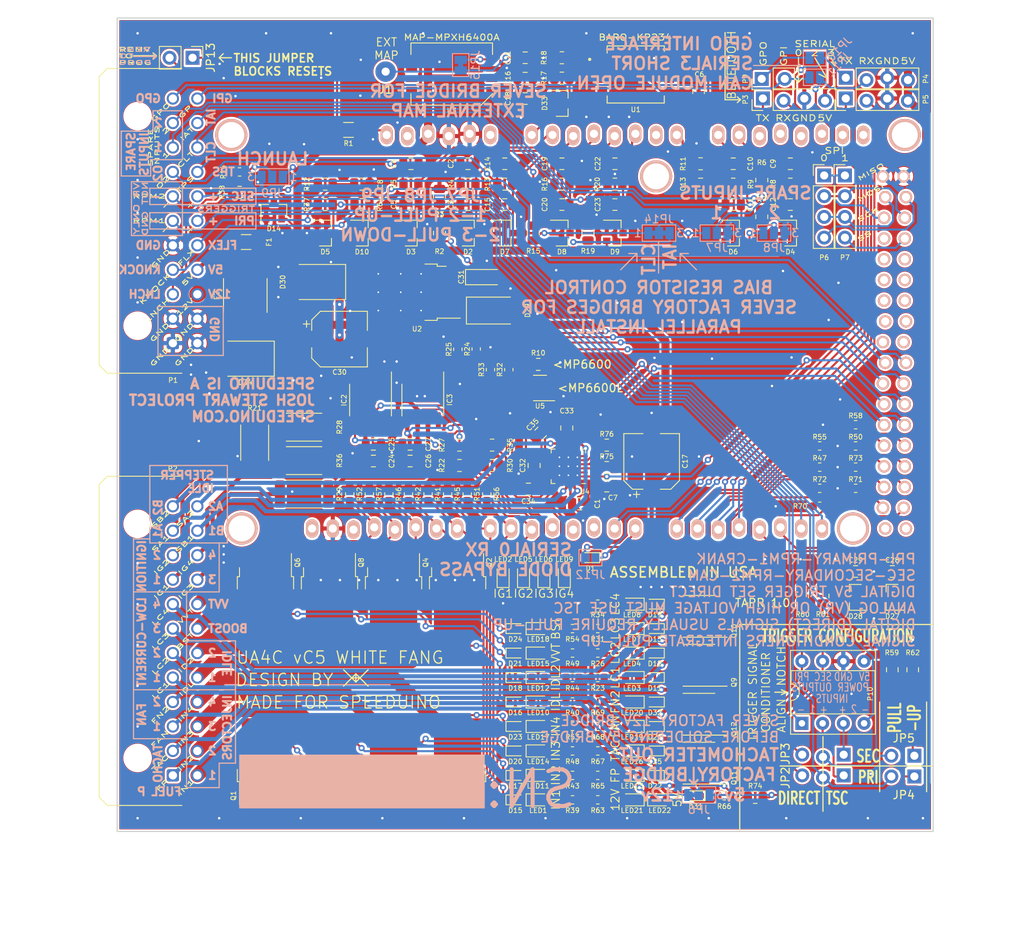
<source format=kicad_pcb>
(kicad_pcb (version 20211014) (generator pcbnew)
  (title_block (title "White Fang") (date "2023-05-31") (rev "C5") (company "WTMtronics"))
  (layers (0 "F.Cu" signal) (31 "B.Cu" signal) (34 "B.Paste" user) (35 "F.Paste" user) (36 "B.SilkS" user "B.Silkscreen") (37 "F.SilkS" user "F.Silkscreen") (38 "B.Mask" user) (39 "F.Mask" user) (44 "Edge.Cuts" user))
  (net 0 "")
  (net 1 "+5V")
  (net 2 "+12V")
  (net 3 "Net-(LED2-Pad2)")
  (net 4 "Net-(LED4-Pad2)")
  (net 5 "/TPS")
  (net 6 "/CLT")
  (net 7 "/IAT")
  (net 8 "/FUELP")
  (net 9 "/TACHO")
  (net 10 "/LAUNCH")
  (net 11 "/RESET")
  (net 12 "/D19")
  (net 13 "/D18")
  (net 14 "Net-(C21-Pad2)")
  (net 15 "/FAN")
  (net 16 "/FAN2")
  (net 17 "Net-(LED5-Pad2)")
  (net 18 "Net-(LED6-Pad2)")
  (net 19 "Net-(LED7-Pad2)")
  (net 20 "/TX3")
  (net 21 "/RX3")
  (net 22 "/TX0")
  (net 23 "/RX0")
  (net 24 "/MISO")
  (net 25 "/MOSI")
  (net 26 "/SCK")
  (net 27 "/IGN1")
  (net 28 "/IGN2")
  (net 29 "/IGN3")
  (net 30 "/IGN4")
  (net 31 "/A3")
  (net 32 "/A0")
  (net 33 "/A4")
  (net 34 "/A5")
  (net 35 "Net-(IC2-Pad5)")
  (net 36 "Net-(IC2-Pad7)")
  (net 37 "Net-(IC3-Pad5)")
  (net 38 "Net-(IC3-Pad7)")
  (net 39 "Net-(LED1-Pad2)")
  (net 40 "Net-(LED3-Pad2)")
  (net 41 "Net-(LED8-Pad2)")
  (net 42 "Net-(LED9-Pad2)")
  (net 43 "/A7")
  (net 44 "/D9")
  (net 45 "/D10")
  (net 46 "/D7")
  (net 47 "/D8")
  (net 48 "/D5")
  (net 49 "/D6")
  (net 50 "/SS0")
  (net 51 "/SS1")
  (net 52 "/TX2")
  (net 53 "/RX2")
  (net 54 "Net-(LED10-Pad2)")
  (net 55 "Net-(LED11-Pad2)")
  (net 56 "Earth")
  (net 57 "Net-(C2-Pad1)")
  (net 58 "/A2")
  (net 59 "/02")
  (net 60 "/A1")
  (net 61 "/INP2")
  (net 62 "/A8")
  (net 63 "/A9")
  (net 64 "/D20")
  (net 65 "/INJ1")
  (net 66 "Net-(D15-Pad2)")
  (net 67 "/IDLE1")
  (net 68 "Net-(D16-Pad2)")
  (net 69 "/INJ2")
  (net 70 "Net-(D17-Pad2)")
  (net 71 "/IDLE2")
  (net 72 "Net-(D18-Pad2)")
  (net 73 "/LC1")
  (net 74 "/INJ3")
  (net 75 "Net-(D20-Pad2)")
  (net 76 "/BOOST")
  (net 77 "Net-(D21-Pad2)")
  (net 78 "/LC2")
  (net 79 "/INJ4")
  (net 80 "Net-(D23-Pad2)")
  (net 81 "/VVT")
  (net 82 "Net-(D24-Pad2)")
  (net 83 "/LC3")
  (net 84 "/LC4")
  (net 85 "Net-(D29-Pad1)")
  (net 86 "/D33")
  (net 87 "/GPO")
  (net 88 "/GPI")
  (net 89 "/D25")
  (net 90 "Net-(JP6-Pad2)")
  (net 91 "/D24")
  (net 94 "Net-(LED12-Pad2)")
  (net 95 "Net-(LED13-Pad2)")
  (net 96 "Net-(LED14-Pad2)")
  (net 97 "Net-(LED15-Pad2)")
  (net 98 "Net-(LED16-Pad2)")
  (net 99 "Net-(LED17-Pad2)")
  (net 100 "Net-(LED18-Pad2)")
  (net 101 "Net-(LED19-Pad2)")
  (net 102 "Net-(LED20-Pad2)")
  (net 103 "Net-(LED21-Pad2)")
  (net 104 "/FLEX")
  (net 105 "/VR1-")
  (net 106 "/VR2-")
  (net 107 "/STP-B1")
  (net 108 "/STP-A1")
  (net 109 "/STP-B2")
  (net 110 "/STP-A2")
  (net 111 "/D11")
  (net 112 "/D12")
  (net 113 "/D22")
  (net 114 "/D23")
  (net 115 "/D26")
  (net 116 "/D27")
  (net 117 "/D28")
  (net 118 "/D29")
  (net 119 "/INP1")
  (net 120 "/ENBL")
  (net 121 "/STEP")
  (net 122 "/DIR")
  (net 123 "/D35")
  (net 124 "/D36")
  (net 125 "/D34")
  (net 126 "/D37")
  (net 127 "Net-(JP2-Pad1)")
  (net 128 "Net-(JP2-Pad3)")
  (net 129 "Net-(JP3-Pad1)")
  (net 130 "Net-(JP3-Pad3)")
  (net 131 "Net-(JP4-Pad1)")
  (net 132 "Net-(JP5-Pad1)")
  (net 133 "Net-(JP7-Pad2)")
  (net 134 "Net-(JP8-Pad2)")
  (net 135 "Net-(JP9-Pad2)")
  (net 136 "Net-(JP13-Pad2)")
  (net 137 "/D21")
  (net 138 "/KNOCK")
  (net 139 "Net-(D11-Pad2)")
  (net 140 "Net-(D12-Pad2)")
  (net 141 "Net-(D13-Pad2)")
  (net 142 "Net-(D19-Pad2)")
  (net 143 "Net-(D22-Pad2)")
  (net 144 "Net-(D25-Pad2)")
  (net 145 "Net-(D26-Pad2)")
  (net 146 "Net-(D25-Pad1)")
  (net 147 "Net-(D32-Pad2)")
  (net 148 "Net-(D1-Pad1)")
  (net 149 "Net-(JP14-Pad1)")
  (net 150 "Net-(LED22-Pad2)")
  (net 151 "Net-(JP14-Pad3)")
  (net 152 "Net-(F1-Pad1)")
  (net 153 "Net-(C32-Pad2)")
  (net 154 "Net-(C32-Pad1)")
  (net 155 "Net-(C34-Pad1)")
  (net 156 "Net-(C35-Pad2)")
  (net 157 "Net-(R75-Pad2)")
  (net 158 "Net-(R76-Pad2)")
  (net 159 "Net-(JP15-Pad2)")
  (net 162 "/RPM1{slash}VR+")
  (net 163 "/RPM2{slash}VR+")
  (net 168 "/A6")
  (net 197 "Net-(R11-Pad2)")
  (net 201 "+BATT")
  (net 205 "Net-(R10-Pad2)")
  (footprint "Package_TO_SOT_SMD:SOT-23" (layer "F.Cu") (at 172.5 89.5)
    (fp_text reference "D4")
    (fp_text value "BAT54S")
  )
  (footprint "Package_TO_SOT_SMD:SOT-23" (layer "F.Cu") (at 165.5 89.5)
    (fp_text reference "D6")
    (fp_text value "BAT54S")
  )
  (footprint "Package_TO_SOT_SMD:SOT-23" (layer "F.Cu") (at 137.5 89.5)
    (fp_text reference "D7")
    (fp_text value "BAT54S")
  )
  (footprint "Package_TO_SOT_SMD:SOT-23" (layer "F.Cu") (at 144.5 89.5)
    (fp_text reference "D8")
    (fp_text value "BAT54S")
  )
  (footprint "Package_TO_SOT_SMD:SOT-23" (layer "F.Cu") (at 151 89.5)
    (fp_text reference "D9")
    (fp_text value "BAT54S")
  )
  (footprint "Package_SO:SOIC-8_3.9x4.9mm_P1.27mm" (layer "F.Cu") (at 121.05 109.975 -90)
    (fp_text reference "IC2")
    (fp_text value "IXDN602SIA")
  )
  (footprint "Package_SO:SOIC-8_3.9x4.9mm_P1.27mm" (layer "F.Cu") (at 127.455 109.975 -90)
    (fp_text reference "IC3")
    (fp_text value "IXDN602SIA")
  )
  (footprint "LED_SMD:LED_0603_1608Metric" (layer "F.Cu") (at 137.3 131.475 90)
    (fp_text reference "LED2")
    (fp_text value "RED")
  )
  (footprint "LED_SMD:LED_0603_1608Metric" (layer "F.Cu") (at 139.8 131.475 90)
    (fp_text reference "LED5")
    (fp_text value "RED")
  )
  (footprint "LED_SMD:LED_0603_1608Metric" (layer "F.Cu") (at 142.3 131.475 90)
    (fp_text reference "LED6")
    (fp_text value "RED")
  )
  (footprint "LED_SMD:LED_0603_1608Metric" (layer "F.Cu") (at 144.8 131.475 90)
    (fp_text reference "LED9")
    (fp_text value "RED")
  )
  (footprint "LED_SMD:LED_0603_1608Metric" (layer "F.Cu") (at 141.6 159)
    (fp_text reference "LED1")
    (fp_text value "RED")
  )
  (footprint "LED_SMD:LED_0603_1608Metric" (layer "F.Cu") (at 153.1 141 180)
    (fp_text reference "LED4")
    (fp_text value "RED")
  )
  (footprint "Sensors:NXP_Pressure_Sensor_SSOP" (layer "F.Cu") (at 131 70 180)
    (fp_text reference "U3")
    (fp_text value "MAP")
  )
  (footprint "Pin_Headers:Pin_Header_Straight_1x04_Pitch2.54mm" (layer "F.Cu") (at 179.295 70.59 90)
    (fp_text reference "P4")
    (fp_text value "SER3")
  )
  (footprint "Pin_Headers:Pin_Header_Straight_1x04_Pitch2.54mm" (layer "F.Cu") (at 169.135 73.13 90)
    (fp_text reference "P3")
    (fp_text value "SER0")
  )
  (footprint "Pin_Headers:Pin_Header_Straight_1x04_Pitch2.54mm" (layer "F.Cu") (at 176.65 82.435)
    (fp_text reference "P6")
    (fp_text value "SPI0")
  )
  (footprint "Pin_Headers:Pin_Header_Straight_1x04_Pitch2.54mm" (layer "F.Cu") (at 179.19 82.435)
    (fp_text reference "P7")
    (fp_text value "SPI1")
  )
  (footprint "Package_TO_SOT_SMD:SOT-23" (layer "F.Cu") (at 126 89.5)
    (fp_text reference "D3")
    (fp_text value "BAT54S")
  )
  (footprint "Package_TO_SOT_SMD:SOT-23" (layer "F.Cu") (at 115.5 89.5)
    (fp_text reference "D5")
    (fp_text value "BAT54S")
  )
  (footprint "Pin_Headers:Pin_Header_Straight_1x04_Pitch2.54mm" (layer "F.Cu") (at 179.295 73.13 90)
    (fp_text reference "P5")
    (fp_text value "SER2")
  )
  (footprint "LED_SMD:LED_0603_1608Metric" (layer "F.Cu") (at 141.6 147)
    (fp_text reference "LED10")
    (fp_text value "RED")
  )
  (footprint "LED_SMD:LED_0603_1608Metric" (layer "F.Cu") (at 141.6 156)
    (fp_text reference "LED11")
    (fp_text value "RED")
  )
  (footprint "Package_TO_SOT_SMD:SOT-23" (layer "F.Cu") (at 133 89.5)
    (fp_text reference "D2")
    (fp_text value "BAT54S")
  )
  (footprint "Package_TO_SOT_SMD:SOT-23" (layer "F.Cu") (at 109.2 86.75 90)
    (fp_text reference "D14")
    (fp_text value "BAT54S")
  )
  (footprint "Package_TO_SOT_SMD:SOT-23" (layer "F.Cu") (at 185 134.16 180)
    (fp_text reference "D27")
    (fp_text value "BAT54S")
  )
  (footprint "Package_TO_SOT_SMD:SOT-23" (layer "F.Cu") (at 180.5 134.17 180)
    (fp_text reference "D28")
    (fp_text value "BAT54S")
  )
  (footprint "LED_SMD:LED_0603_1608Metric" (layer "F.Cu") (at 141.6 144)
    (fp_text reference "LED12")
    (fp_text value "RED")
  )
  (footprint "LED_SMD:LED_0603_1608Metric" (layer "F.Cu") (at 153.1 156 180)
    (fp_text reference "LED13")
    (fp_text value "RED")
  )
  (footprint "LED_SMD:LED_0603_1608Metric" (layer "F.Cu") (at 141.6 153)
    (fp_text reference "LED14")
    (fp_text value "RED")
  )
  (footprint "LED_SMD:LED_0603_1608Metric" (layer "F.Cu") (at 141.6 141)
    (fp_text reference "LED15")
    (fp_text value "RED")
  )
  (footprint "LED_SMD:LED_0603_1608Metric" (layer "F.Cu") (at 153.1 153 180)
    (fp_text reference "LED16")
    (fp_text value "RED")
  )
  (footprint "LED_SMD:LED_0603_1608Metric" (layer "F.Cu") (at 141.6 150)
    (fp_text reference "LED17")
    (fp_text value "RED")
  )
  (footprint "LED_SMD:LED_0603_1608Metric" (layer "F.Cu") (at 141.6 138)
    (fp_text reference "LED18")
    (fp_text value "RED")
  )
  (footprint "LED_SMD:LED_0603_1608Metric" (layer "F.Cu") (at 153.1 150 180)
    (fp_text reference "LED19")
    (fp_text value "RED")
  )
  (footprint "LED_SMD:LED_0603_1608Metric" (layer "F.Cu") (at 153.1 159 180)
    (fp_text reference "LED21")
    (fp_text value "RED")
  )
  (footprint "Connector_Molex:Molex_Micro-Fit_3.0_43045-2200_2x11_P3.00mm_Horizontal" (layer "F.Cu") (at 96.825 103 90)
    (fp_text reference "P1")
    (fp_text value "INPUTS")
  )
  (footprint "Connector_PinHeader_2.54mm:PinHeader_1x02_P2.54mm_Vertical" (layer "F.Cu") (at 169.135 70.59 90)
    (fp_text reference "P9")
    (fp_text value "CAN")
  )
  (footprint "Housings_DIP:DIP-8_W7.62mm_Socket" (layer "F.Cu") (at 173.92 149.62 90)
    (fp_text reference "P10")
    (fp_text value "Dual VR C")
  )
  (footprint "Resistor_SMD:R_2512_6332Metric" (layer "F.Cu") (at 106.85 115.2 90)
    (fp_text reference "R21")
    (fp_text value "15r")
  )
  (footprint "Resistor_SMD:R_2512_6332Metric" (layer "F.Cu") (at 112.9 113.3)
    (fp_text reference "R28")
    (fp_text value "15r")
  )
  (footprint "Resistor_SMD:R_2512_6332Metric" (layer "F.Cu") (at 112.9 117.4)
    (fp_text reference "R36")
    (fp_text value "15r")
  )
  (footprint "footprnt:VIA_0.6mm" (layer "F.Cu") (at 126.75 109.5)
    (fp_text reference "REF**" hide)
    (fp_text value "VIA_0.6mm" hide)
  )
  (footprint "footprnt:VIA_0.6mm" (layer "F.Cu") (at 116.2 93.05)
    (fp_text reference "REF**" hide)
    (fp_text value "VIA_0.6mm" hide)
  )
  (footprint "footprnt:VIA_0.6mm" (layer "F.Cu") (at 172.65 104.75)
    (fp_text reference "REF**" hide)
    (fp_text value "VIA_0.6mm" hide)
  )
  (footprint "footprnt:VIA_0.6mm" (layer "F.Cu") (at 135.75 103.5)
    (fp_text reference "REF**" hide)
    (fp_text value "VIA_0.6mm" hide)
  )
  (footprint "footprnt:VIA_0.6mm" (layer "F.Cu") (at 113.25 89.5)
    (fp_text reference "REF**" hide)
    (fp_text value "VIA_0.6mm" hide)
  )
  (footprint "footprnt:VIA_0.6mm" (layer "F.Cu") (at 110.25 89.5)
    (fp_text reference "REF**" hide)
    (fp_text value "VIA_0.6mm" hide)
  )
  (footprint "footprnt:VIA_0.6mm" (layer "F.Cu") (at 109.75 97.35)
    (fp_text reference "REF**" hide)
    (fp_text value "VIA_0.6mm" hide)
  )
  (footprint "footprnt:VIA_0.6mm" (layer "F.Cu") (at 121.45 81.7)
    (fp_text reference "REF**" hide)
    (fp_text value "VIA_0.6mm" hide)
  )
  (footprint "footprnt:VIA_0.6mm" (layer "F.Cu") (at 117.25 81.75)
    (fp_text reference "REF**" hide)
    (fp_text value "VIA_0.6mm" hide)
  )
  (footprint "footprnt:VIA_0.6mm" (layer "F.Cu") (at 108.65 78.55)
    (fp_text reference "REF**" hide)
    (fp_text value "VIA_0.6mm" hide)
  )
  (footprint "footprnt:VIA_0.6mm" (layer "F.Cu") (at 130.25 82)
    (fp_text reference "REF**" hide)
    (fp_text value "VIA_0.6mm" hide)
  )
  (footprint "footprnt:VIA_0.6mm" (layer "F.Cu") (at 128 88.4)
    (fp_text reference "REF**" hide)
    (fp_text value "VIA_0.6mm" hide)
  )
  (footprint "footprnt:VIA_0.6mm" (layer "F.Cu") (at 147.5 75.25)
    (fp_text reference "REF**" hide)
    (fp_text value "VIA_0.6mm" hide)
  )
  (footprint "footprnt:VIA_0.6mm" (layer "F.Cu") (at 150.25 75.25)
    (fp_text reference "REF**" hide)
    (fp_text value "VIA_0.6mm" hide)
  )
  (footprint "footprnt:VIA_0.6mm" (layer "F.Cu") (at 152.75 75.25)
    (fp_text reference "REF**" hide)
    (fp_text value "VIA_0.6mm" hide)
  )
  (footprint "footprnt:VIA_0.6mm" (layer "F.Cu") (at 161 78.5)
    (fp_text reference "REF**" hide)
    (fp_text value "VIA_0.6mm" hide)
  )
  (footprint "footprnt:VIA_0.6mm" (layer "F.Cu") (at 157.5 79.5)
    (fp_text reference "REF**" hide)
    (fp_text value "VIA_0.6mm" hide)
  )
  (footprint "footprnt:VIA_0.6mm" (layer "F.Cu") (at 159.25 88)
    (fp_text reference "REF**" hide)
    (fp_text value "VIA_0.6mm" hide)
  )
  (footprint "footprnt:VIA_0.6mm" (layer "F.Cu") (at 153.5 88)
    (fp_text reference "REF**" hide)
    (fp_text value "VIA_0.6mm" hide)
  )
  (footprint "footprnt:VIA_0.6mm" (layer "F.Cu") (at 148.75 87.25)
    (fp_text reference "REF**" hide)
    (fp_text value "VIA_0.6mm" hide)
  )
  (footprint "footprnt:VIA_0.6mm" (layer "F.Cu") (at 146.95 80.65)
    (fp_text reference "REF**" hide)
    (fp_text value "VIA_0.6mm" hide)
  )
  (footprint "footprnt:VIA_0.6mm" (layer "F.Cu") (at 148 83)
    (fp_text reference "REF**" hide)
    (fp_text value "VIA_0.6mm" hide)
  )
  (footprint "footprnt:VIA_0.6mm" (layer "F.Cu") (at 151 82.25)
    (fp_text reference "REF**" hide)
    (fp_text value "VIA_0.6mm" hide)
  )
  (footprint "footprnt:VIA_0.6mm" (layer "F.Cu") (at 172.65 87.45)
    (fp_text reference "REF**" hide)
    (fp_text value "VIA_0.6mm" hide)
  )
  (footprint "footprnt:VIA_0.6mm" (layer "F.Cu") (at 159.25 100.4)
    (fp_text reference "REF**" hide)
    (fp_text value "VIA_0.6mm" hide)
  )
  (footprint "footprnt:VIA_0.6mm" (layer "F.Cu") (at 182.75 131)
    (fp_text reference "REF**" hide)
    (fp_text value "VIA_0.6mm" hide)
  )
  (footprint "footprnt:VIA_0.6mm" (layer "F.Cu") (at 182.75 136.75)
    (fp_text reference "REF**" hide)
    (fp_text value "VIA_0.6mm" hide)
  )
  (footprint "footprnt:VIA_0.6mm" (layer "F.Cu") (at 103.05 129.9 90)
    (fp_text reference "REF**" hide)
    (fp_text value "VIA_0.6mm" hide)
  )
  (footprint "footprnt:VIA_0.6mm" (layer "F.Cu") (at 103.05 128.9 90)
    (fp_text reference "REF**" hide)
    (fp_text value "VIA_0.6mm" hide)
  )
  (footprint "footprnt:VIA_0.6mm" (layer "F.Cu") (at 103.05 127.9 90)
    (fp_text reference "REF**" hide)
    (fp_text value "VIA_0.6mm" hide)
  )
  (footprint "footprnt:VIA_0.6mm" (layer "F.Cu") (at 126.7 132.05)
    (fp_text reference "REF**" hide)
    (fp_text value "VIA_0.6mm" hide)
  )
  (footprint "footprnt:VIA_0.6mm" (layer "F.Cu") (at 159.35 132.9)
    (fp_text reference "REF**" hide)
    (fp_text value "VIA_0.6mm" hide)
  )
  (footprint "footprnt:VIA_0.6mm" (layer "F.Cu") (at 154.15 132.9)
    (fp_text reference "REF**" hide)
    (fp_text value "VIA_0.6mm" hide)
  )
  (footprint "footprnt:VIA_0.6mm" (layer "F.Cu") (at 119.65 132.05)
    (fp_text reference "REF**" hide)
    (fp_text value "VIA_0.6mm" hide)
  )
  (footprint "footprnt:VIA_0.6mm" (layer "F.Cu") (at 131.4 132.05)
    (fp_text reference "REF**" hide)
    (fp_text value "VIA_0.6mm" hide)
  )
  (footprint "footprnt:VIA_0.6mm" (layer "F.Cu") (at 117.3 132.05)
    (fp_text reference "REF**" hide)
    (fp_text value "VIA_0.6mm" hide)
  )
  (footprint "footprnt:VIA_0.6mm" (layer "F.Cu") (at 158.05 132.9)
    (fp_text reference "REF**" hide)
    (fp_text value "VIA_0.6mm" hide)
  )
  (footprint "footprnt:VIA_0.6mm" (layer "F.Cu") (at 155.8 68.05)
    (fp_text reference "REF**" hide)
    (fp_text value "VIA_0.6mm" hide)
  )
  (footprint "footprnt:VIA_0.6mm" (layer "F.Cu") (at 164.95 68)
    (fp_text reference "REF**" hide)
    (fp_text value "VIA_0.6mm" hide)
  )
  (footprint "footprnt:VIA_0.6mm" (layer "F.Cu") (at 142.25 68)
    (fp_text reference "REF**" hide)
    (fp_text value "VIA_0.6mm" hide)
  )
  (footprint "footprnt:VIA_0.6mm" (layer "F.Cu") (at 137.75 69.25)
    (fp_text reference "REF**" hide)
    (fp_text value "VIA_0.6mm" hide)
  )
  (footprint "footprnt:VIA_0.6mm" (layer "F.Cu") (at 142.25 70.5)
    (fp_text reference "REF**" hide)
    (fp_text value "VIA_0.6mm" hide)
  )
  (footprint "footprnt:VIA_0.6mm" (layer "F.Cu") (at 135 88.4)
    (fp_text reference "REF**" hide)
    (fp_text value "VIA_0.6mm" hide)
  )
  (footprint "footprnt:VIA_0.6mm" (layer "F.Cu") (at 155.85 104.8)
    (fp_text reference "REF**" hide)
    (fp_text value "VIA_0.6mm" hide)
  )
  (footprint "footprnt:VIA_0.6mm" (layer "F.Cu") (at 103.05 70.5)
    (fp_text reference "REF**" hide)
    (fp_text value "VIA_0.6mm" hide)
  )
  (footprint "footprnt:VIA_0.6mm" (layer "F.Cu") (at 101.5 84)
    (fp_text reference "REF**" hide)
    (fp_text value "VIA_0.6mm" hide)
  )
  (footprint "footprnt:VIA_0.6mm" (layer "F.Cu") (at 107.25 83.25)
    (fp_text reference "REF**" hide)
    (fp_text value "VIA_0.6mm" hide)
  )
  (footprint "footprnt:VIA_0.6mm" (layer "F.Cu") (at 122 132.05)
    (fp_text reference "REF**" hide)
    (fp_text value "VIA_0.6mm" hide)
  )
  (footprint "footprnt:VIA_0.6mm" (layer "F.Cu") (at 124.35 132.05)
    (fp_text reference "REF**" hide)
    (fp_text value "VIA_0.6mm" hide)
  )
  (footprint "footprnt:VIA_0.6mm" (layer "F.Cu") (at 133.75 132.05)
    (fp_text reference "REF**" hide)
    (fp_text value "VIA_0.6mm" hide)
  )
  (footprint "footprnt:VIA_0.6mm" (layer "F.Cu") (at 129.05 132.05)
    (fp_text reference "REF**" hide)
    (fp_text value "VIA_0.6mm" hide)
  )
  (footprint "footprnt:VIA_0.6mm" (layer "F.Cu") (at 114.95 132.05)
    (fp_text reference "REF**" hide)
    (fp_text value "VIA_0.6mm" hide)
  )
  (footprint "footprnt:VIA_0.6mm" (layer "F.Cu") (at 156.75 132.9)
    (fp_text reference "REF**" hide)
    (fp_text value "VIA_0.6mm" hide)
  )
  (footprint "footprnt:VIA_0.6mm" (layer "F.Cu") (at 155.45 132.9)
    (fp_text reference "REF**" hide)
    (fp_text value "VIA_0.6mm" hide)
  )
  (footprint "footprnt:VIA_0.6mm" (layer "F.Cu") (at 173.75 129.5)
    (fp_text reference "REF**" hide)
    (fp_text value "VIA_0.6mm" hide)
  )
  (footprint "footprnt:WTM" (layer "F.Cu") (at 117.75 143.05)
    (fp_text reference "REF**" hide)
    (fp_text value "WTM")
  )
  (footprint "footprnt:VIA_0.6mm" (layer "F.Cu") (at 187.5 65)
    (fp_text reference "REF**" hide)
    (fp_text value "VIA_0.6mm" hide)
  )
  (footprint "footprnt:VIA_0.6mm" (layer "F.Cu") (at 167.5 65)
    (fp_text reference "REF**" hide)
    (fp_text value "VIA_0.6mm" hide)
  )
  (footprint "footprnt:VIA_0.6mm" (layer "F.Cu") (at 147.5 65)
    (fp_text reference "REF**" hide)
    (fp_text value "VIA_0.6mm" hide)
  )
  (footprint "footprnt:VIA_0.6mm" (layer "F.Cu") (at 127.5 65)
    (fp_text reference "REF**" hide)
    (fp_text value "VIA_0.6mm" hide)
  )
  (footprint "footprnt:VIA_0.6mm" (layer "F.Cu") (at 92.5 65)
    (fp_text reference "REF**" hide)
    (fp_text value "VIA_0.6mm" hide)
  )
  (footprint "footprnt:VIA_0.6mm" (layer "F.Cu") (at 92.5 161.25)
    (fp_text reference "REF**" hide)
    (fp_text value "VIA_0.6mm" hide)
  )
  (footprint "footprnt:VIA_0.6mm" (layer "F.Cu") (at 102.5 161.25)
    (fp_text reference "REF**" hide)
    (fp_text value "VIA_0.6mm" hide)
  )
  (footprint "footprnt:VIA_0.6mm" (layer "F.Cu") (at 112.5 161.25)
    (fp_text reference "REF**" hide)
    (fp_text value "VIA_0.6mm" hide)
  )
  (footprint "footprnt:VIA_0.6mm" (layer "F.Cu") (at 122.5 161.25)
    (fp_text reference "REF**" hide)
    (fp_text value "VIA_0.6mm" hide)
  )
  (footprint "footprnt:VIA_0.6mm" (layer "F.Cu") (at 132.5 161.25)
    (fp_text reference "REF**" hide)
    (fp_text value "VIA_0.6mm" hide)
  )
  (footprint "footprnt:VIA_0.6mm" (layer "F.Cu") (at 142.5 161.25)
    (fp_text reference "REF**" hide)
    (fp_text value "VIA_0.6mm" hide)
  )
  (footprint "footprnt:VIA_0.6mm" (layer "F.Cu") (at 152.5 161.25)
    (fp_text reference "REF**" hide)
    (fp_text value "VIA_0.6mm" hide)
  )
  (footprint "footprnt:VIA_0.6mm" (layer "F.Cu") (at 162.5 161.25)
    (fp_text reference "REF**" hide)
    (fp_text value "VIA_0.6mm" hide)
  )
  (footprint "footprnt:VIA_0.6mm" (layer "F.Cu") (at 172 161.25)
    (fp_text reference "REF**" hide)
    (fp_text value "VIA_0.6mm" hide)
  )
  (footprint "footprnt:VIA_0.6mm" (layer "F.Cu") (at 182 161.25)
    (fp_text reference "REF**" hide)
    (fp_text value "VIA_0.6mm" hide)
  )
  (footprint "footprnt:VIA_0.6mm" (layer "F.Cu") (at 188.75 161.25)
    (fp_text reference "REF**" hide)
    (fp_text value "VIA_0.6mm" hide)
  )
  (footprint "footprnt:VIA_0.6mm" (layer "F.Cu") (at 176.5 113)
    (fp_text reference "REF**" hide)
    (fp_text value "VIA_0.6mm" hide)
  )
  (footprint "footprnt:VIA_0.6mm" (layer "F.Cu") (at 178.6 109.9)
    (fp_text reference "REF**" hide)
    (fp_text value "VIA_0.6mm" hide)
  )
  (footprint "footprnt:VIA_0.6mm" (layer "F.Cu") (at 178.3 115.6)
    (fp_text reference "REF**" hide)
    (fp_text value "VIA_0.6mm" hide)
  )
  (footprint "footprnt:VIA_0.6mm" (layer "F.Cu") (at 178.3 120.8)
    (fp_text reference "REF**" hide)
    (fp_text value "VIA_0.6mm" hide)
  )
  (footprint "footprnt:VIA_0.6mm" (layer "F.Cu") (at 178.3 118.2)
    (fp_text reference "REF**" hide)
    (fp_text value "VIA_0.6mm" hide)
  )
  (footprint "footprnt:VIA_0.6mm" (layer "F.Cu") (at 149.7 122.1)
    (fp_text reference "REF**" hide)
    (fp_text value "VIA_0.6mm" hide)
  )
  (footprint "footprnt:VIA_0.6mm" (layer "F.Cu") (at 162.9 104.9)
    (fp_text reference "REF**" hide)
    (fp_text value "VIA_0.6mm" hide)
  )
  (footprint "footprnt:VIA_0.6mm" (layer "F.Cu") (at 170.25 108.25)
    (fp_text reference "REF**" hide)
    (fp_text value "VIA_0.6mm" hide)
  )
  (footprint "footprnt:VIA_0.6mm" (layer "F.Cu") (at 153.1 116.9)
    (fp_text reference "REF**" hide)
    (fp_text value "VIA_0.6mm" hide)
  )
  (footprint "footprnt:VIA_0.6mm" (layer "F.Cu") (at 177.2 100.15)
    (fp_text reference "REF**" hide)
    (fp_text value "VIA_0.6mm" hide)
  )
  (footprint "footprnt:VIA_0.6mm" (layer "F.Cu") (at 171.6 94.15)
    (fp_text reference "REF**" hide)
    (fp_text value "VIA_0.6mm" hide)
  )
  (footprint "footprnt:VIA_0.6mm" (layer "F.Cu") (at 144.3 105.35)
    (fp_text reference "REF**" hide)
    (fp_text value "VIA_0.6mm" hide)
  )
  (footprint "footprnt:VIA_0.6mm" (layer "F.Cu") (at 178.4 95.6)
    (fp_text reference "REF**" hide)
    (fp_text value "VIA_0.6mm" hide)
  )
  (footprint "footprnt:VIA_0.6mm" (layer "F.Cu") (at 135.3 92.9)
    (fp_text reference "REF**" hide)
    (fp_text value "VIA_0.6mm" hide)
  )
  (footprint "footprnt:VIA_0.6mm" (layer "F.Cu") (at 118.75 104.75)
    (fp_text reference "REF**" hide)
    (fp_text value "VIA_0.6mm" hide)
  )
  (footprint "footprnt:VIA_0.6mm" (layer "F.Cu") (at 109.75 93.65)
    (fp_text reference "REF**" hide)
    (fp_text value "VIA_0.6mm" hide)
  )
  (footprint "footprnt:VIA_0.6mm" (layer "F.Cu") (at 123.65 116.4)
    (fp_text reference "REF**" hide)
    (fp_text value "VIA_0.6mm" hide)
  )
  (footprint "footprnt:VIA_0.6mm" (layer "F.Cu") (at 111.6 107.55)
    (fp_text reference "REF**" hide)
    (fp_text value "VIA_0.6mm" hide)
  )
  (footprint "footprnt:VIA_0.6mm" (layer "F.Cu") (at 116.15 109.75)
    (fp_text reference "REF**" hide)
    (fp_text value "VIA_0.6mm" hide)
  )
  (footprint "footprnt:VIA_0.6mm" (layer "F.Cu") (at 138.2 96.3)
    (fp_text reference "REF**" hide)
    (fp_text value "VIA_0.6mm" hide)
  )
  (footprint "footprnt:JPR_3POS_SMLHL" (layer "F.Cu") (at 179.04 156.139534 -90)
    (fp_text reference "JP2")
    (fp_text value "HALL_VR")
  )
  (footprint "footprnt:JPR_2POS_SMLHL" (layer "F.Cu") (at 187.561482 156.129988 -90)
    (fp_text reference "JP4")
    (fp_text value "PULLUP")
  )
  (footprint "footprnt:VIA_0.6mm" (layer "F.Cu") (at 180 146)
    (fp_text reference "REF**" hide)
    (fp_text value "VIA_0.6mm" hide)
  )
  (footprint "footprnt:VIA_0.6mm" (layer "F.Cu") (at 173.4 146.3)
    (fp_text reference "REF**" hide)
    (fp_text value "VIA_0.6mm" hide)
  )
  (footprint "footprnt:VIA_0.6mm" (layer "F.Cu") (at 169.4 129.5)
    (fp_text reference "REF**" hide)
    (fp_text value "VIA_0.6mm" hide)
  )
  (footprint "footprnt:VIA_0.6mm" (layer "F.Cu") (at 92.5 150)
    (fp_text reference "REF**" hide)
    (fp_text value "VIA_0.6mm" hide)
  )
  (footprint "footprnt:VIA_0.6mm" (layer "F.Cu") (at 92.5 145)
    (fp_text reference "REF**" hide)
    (fp_text value "VIA_0.6mm" hide)
  )
  (footprint "footprnt:VIA_0.6mm" (layer "F.Cu") (at 92.5 140)
    (fp_text reference "REF**" hide)
    (fp_text value "VIA_0.6mm" hide)
  )
  (footprint "footprnt:VIA_0.6mm" (layer "F.Cu") (at 92.5 135)
    (fp_text reference "REF**" hide)
    (fp_text value "VIA_0.6mm" hide)
  )
  (footprint "footprnt:VIA_0.6mm" (layer "F.Cu") (at 92.5 130)
    (fp_text reference "REF**" hide)
    (fp_text value "VIA_0.6mm" hide)
  )
  (footprint "footprnt:VIA_0.6mm" (layer "F.Cu") (at 92.5 98)
    (fp_text reference "REF**" hide)
    (fp_text value "VIA_0.6mm" hide)
  )
  (footprint "footprnt:VIA_0.6mm" (layer "F.Cu") (at 92.5 92.5)
    (fp_text reference "REF**" hide)
    (fp_text value "VIA_0.6mm" hide)
  )
  (footprint "footprnt:VIA_0.6mm" (layer "F.Cu") (at 92.5 87)
    (fp_text reference "REF**" hide)
    (fp_text value "VIA_0.6mm" hide)
  )
  (footprint "footprnt:VIA_0.6mm" (layer "F.Cu") (at 92.5 83)
    (fp_text reference "REF**" hide)
    (fp_text value "VIA_0.6mm" hide)
  )
  (footprint "footprnt:VIA_0.6mm" (layer "F.Cu") (at 127.7 109.5)
    (fp_text reference "REF**" hide)
    (fp_text value "VIA_0.6mm" hide)
  )
  (footprint "footprnt:VIA_0.6mm" (layer "F.Cu") (at 124.25 105.25)
    (fp_text reference "REF**" hide)
    (fp_text value "VIA_0.6mm" hide)
  )
  (footprint "footprnt:VIA_0.6mm" (layer "F.Cu") (at 122.75 105.25)
    (fp_text reference "REF**" hide)
    (fp_text value "VIA_0.6mm" hide)
  )
  (footprint "footprnt:VIA_0.6mm" (layer "F.Cu") (at 115 107)
    (fp_text reference "REF**" hide)
    (fp_text value "VIA_0.6mm" hide)
  )
  (footprint "footprnt:VIA_0.6mm" (layer "F.Cu") (at 124.25 107.85)
    (fp_text reference "REF**" hide)
    (fp_text value "VIA_0.6mm" hide)
  )
  (footprint "footprnt:VIA_0.6mm" (layer "F.Cu") (at 132 108)
    (fp_text reference "REF**" hide)
    (fp_text value "VIA_0.6mm" hide)
  )
  (footprint "footprnt:VIA_0.6mm" (layer "F.Cu") (at 178 129.45)
    (fp_text reference "REF**" hide)
    (fp_text value "VIA_0.6mm" hide)
  )
  (footprint "footprnt:VIA_0.6mm" (layer "F.Cu") (at 161.3 116.9)
    (fp_text reference "REF**" hide)
    (fp_text value "VIA_0.6mm" hide)
  )
  (footprint "footprnt:VIA_0.6mm" (layer "F.Cu") (at 100 115)
    (fp_text reference "REF**" hide)
    (fp_text value "VIA_0.6mm" hide)
  )
  (footprint "footprnt:JPR_2POS_SMLHL" (layer "F.Cu") (at 99.1 68 -90)
    (fp_text reference "JP13")
    (fp_text value "PULLUP")
  )
  (footprint "footprnt:VIA_0.6mm" (layer "F.Cu") (at 139.5 87.5)
    (fp_text reference "REF**" hide)
    (fp_text value "VIA_0.6mm" hide)
  )
  (footprint "Wire_Pads:SolderWirePad_single_1mmDrill" (layer "F.Cu") (at 122.9 69.7)
    (fp_text reference "J1")
    (fp_text value "External MAP Conn")
  )
  (footprint "Package_TO_SOT_SMD:SOT-23" (layer "F.Cu") (at 120 89.5)
    (fp_text reference "D10")
    (fp_text value "BAT54S")
  )
  (footprint "footprnt:VIA_0.6mm" (layer "F.Cu") (at 170.7 123)
    (fp_text reference "REF**" hide)
    (fp_text value "VIA_0.6mm" hide)
  )
  (footprint "footprnt:VIA_0.6mm" (layer "F.Cu") (at 104.5 72.7)
    (fp_text reference "REF**" hide)
    (fp_text value "VIA_0.6mm" hide)
  )
  (footprint "footprnt:VIA_0.6mm" (layer "F.Cu") (at 92.5 78)
    (fp_text reference "REF**" hide)
    (fp_text value "VIA_0.6mm" hide)
  )
  (footprint "Fiducials:Fiducial_1mm_Dia_2.54mm_Outer_CopperTop" (layer "F.Cu") (at 184.3 160.35)
    (fp_text reference "REF**" hide)
    (fp_text value "Fiducial_1mm_Dia_2.54mm_Outer_CopperTop")
  )
  (footprint "Fiducials:Fiducial_1mm_Dia_2.54mm_Outer_CopperTop" (layer "F.Cu") (at 92.5 112.5)
    (fp_text reference "REF**" hide)
    (fp_text value "Fiducial_1mm_Dia_2.54mm_Outer_CopperTop")
  )
  (footprint "Fiducials:Fiducial_1mm_Dia_2.54mm_Outer_CopperTop" (layer "F.Cu") (at 103.9 65.5)
    (fp_text reference "REF**" hide)
    (fp_text value "Fiducial_1mm_Dia_2.54mm_Outer_CopperTop")
  )
  (footprint "Package_SO:SOIC-8_3.9x4.9mm_P1.27mm" (layer "F.Cu") (at 161.3 148.5 180)
    (fp_text reference "Q12")
    (fp_text value "NCV8402AD")
  )
  (footprint "footprnt:VIA_0.6mm" (layer "F.Cu") (at 160.65 132.9)
    (fp_text reference "REF**" hide)
    (fp_text value "VIA_0.6mm" hide)
  )
  (footprint "Package_SO:SOIC-8_3.9x4.9mm_P1.27mm" (layer "F.Cu") (at 161.3 142.5 180)
    (fp_text reference "Q9")
    (fp_text value "NCV8402AD")
  )
  (footprint "Resistor_SMD:R_0603_1608Metric" (layer "F.Cu") (at 176.1 123)
    (fp_text reference "R70")
    (fp_text value "100k")
  )
  (footprint "Resistor_SMD:R_0603_1608Metric" (layer "F.Cu") (at 180.5 120.8)
    (fp_text reference "R71")
    (fp_text value "100k")
  )
  (footprint "Resistor_SMD:R_0603_1608Metric" (layer "F.Cu") (at 180.5 118.2)
    (fp_text reference "R73")
    (fp_text value "100k")
  )
  (footprint "Resistor_SMD:R_0603_1608Metric" (layer "F.Cu") (at 180.5 113)
    (fp_text reference "R58")
    (fp_text value "100k")
  )
  (footprint "Resistor_SMD:R_0603_1608Metric" (layer "F.Cu") (at 176.1 115.6 180)
    (fp_text reference "R55")
    (fp_text value "100k")
  )
  (footprint "Resistor_SMD:R_0603_1608Metric" (layer "F.Cu") (at 176.1 120.8 180)
    (fp_text reference "R72")
    (fp_text value "100k")
  )
  (footprint "Capacitor_SMD:C_0805_2012Metric" (layer "F.Cu") (at 133 81)
    (fp_text reference "C2")
    (fp_text value "u1")
  )
  (footprint "Capacitor_SMD:C_0805_2012Metric" (layer "F.Cu") (at 133 86 180)
    (fp_text reference "C3")
    (fp_text value "u22")
  )
  (footprint "Capacitor_SMD:C_0805_2012Metric" (layer "F.Cu") (at 126 81)
    (fp_text reference "C4")
    (fp_text value "u1")
  )
  (footprint "Capacitor_SMD:C_0805_2012Metric" (layer "F.Cu") (at 126 86 180)
    (fp_text reference "C5")
    (fp_text value "u22")
  )
  (footprint "Capacitor_SMD:C_0805_2012Metric" (layer "F.Cu") (at 161.25 72.1375 -90)
    (fp_text reference "C6")
    (fp_text value "u1")
  )
  (footprint "Capacitor_SMD:C_0805_2012Metric" (layer "F.Cu") (at 172.5 81)
    (fp_text reference "C9")
    (fp_text value "u1")
  )
  (footprint "Capacitor_SMD:C_0805_2012Metric" (layer "F.Cu") (at 165.5 81 180)
    (fp_text reference "C10")
    (fp_text value "u1")
  )
  (footprint "Capacitor_SMD:C_0805_2012Metric" (layer "F.Cu") (at 165.5 86 180)
    (fp_text reference "C11")
    (fp_text value "u22")
  )
  (footprint "Capacitor_SMD:C_0805_2012Metric" (layer "F.Cu") (at 172.5 86 180)
    (fp_text reference "C12")
    (fp_text value "u22")
  )
  (footprint "Capacitor_SMD:C_0805_2012Metric" (layer "F.Cu") (at 137.5 81)
    (fp_text reference "C14")
    (fp_text value "u1")
  )
  (footprint "Capacitor_SMD:C_0805_2012Metric" (layer "F.Cu") (at 137.5 86 180)
    (fp_text reference "C15")
    (fp_text value "u22")
  )
  (footprint "Capacitor_SMD:C_0805_2012Metric" (layer "F.Cu") (at 140 70.5)
    (fp_text reference "C16")
    (fp_text value "u1")
  )
  (footprint "Capacitor_SMD:C_0805_2012Metric" (layer "F.Cu") (at 140 73)
    (fp_text reference "C18")
    (fp_text value "1u")
  )
  (footprint "Capacitor_SMD:C_0805_2012Metric" (layer "F.Cu") (at 144.5 81)
    (fp_text reference "C19")
    (fp_text value "u1")
  )
  (footprint "Capacitor_SMD:C_0805_2012Metric" (layer "F.Cu") (at 144.5 86 180)
    (fp_text reference "C20")
    (fp_text value "u22")
  )
  (footprint "Capacitor_SMD:C_0805_2012Metric" (layer "F.Cu") (at 140 68 180)
    (fp_text reference "C21")
    (fp_text value "47p")
  )
  (footprint "Capacitor_SMD:C_0805_2012Metric" (layer "F.Cu") (at 151 81)
    (fp_text reference "C22")
    (fp_text value "u1")
  )
  (footprint "Capacitor_SMD:C_0805_2012Metric" (layer "F.Cu") (at 151 86 180)
    (fp_text reference "C23")
    (fp_text value "u22")
  )
  (footprint "Capacitor_SMD:C_0805_2012Metric" (layer "F.Cu") (at 121.4 115.4 180)
    (fp_text reference "C25")
    (fp_text value "u1")
  )
  (footprint "Capacitor_SMD:C_0805_2012Metric" (layer "F.Cu") (at 121.4 117.45 180)
    (fp_text reference "C24")
    (fp_text value "1u")
  )
  (footprint "Capacitor_SMD:C_0805_2012Metric" (layer "F.Cu") (at 125.9 115.4)
    (fp_text reference "C27")
    (fp_text value "u1")
  )
  (footprint "Capacitor_SMD:C_0805_2012Metric" (layer "F.Cu") (at 185 131 180)
    (fp_text reference "C28")
    (fp_text value "u01")
  )
  (footprint "Capacitor_SMD:C_0805_2012Metric" (layer "F.Cu") (at 180.5 131)
    (fp_text reference "C29")
    (fp_text value "u1")
  )
  (footprint "Resistor_SMD:R_0805_2012Metric" (layer "F.Cu") (at 129.5 89.5 90)
    (fp_text reference "R2")
    (fp_text value "3k9 0.1%")
  )
  (footprint "Resistor_SMD:R_0805_2012Metric" (layer "F.Cu") (at 129.5 85 90)
    (fp_text reference "R3")
    (fp_text value "1k 0.1%")
  )
  (footprint "Resistor_SMD:R_0805_2012Metric" (layer "F.Cu") (at 133 83.5)
    (fp_text reference "R4")
    (fp_text value "470r")
  )
  (footprint "Resistor_SMD:R_0805_2012Metric" (layer "F.Cu") (at 126 83.5)
    (fp_text reference "R5")
    (fp_text value "470r")
  )
  (footprint "Resistor_SMD:R_0805_2012Metric" (layer "F.Cu") (at 169 83 -90)
    (fp_text reference "R6")
    (fp_text value "2k49 0.1%")
  )
  (footprint "Resistor_SMD:R_0805_2012Metric" (layer "F.Cu") (at 169 87.5 -90)
    (fp_text reference "R7")
    (fp_text value "2k49 0.1%")
  )
  (footprint "Resistor_SMD:R_0805_2012Metric" (layer "F.Cu") (at 172.5 83.5)
    (fp_text reference "R8")
    (fp_text value "470r")
  )
  (footprint "Resistor_SMD:R_0805_2012Metric" (layer "F.Cu") (at 165.5 83.5 180)
    (fp_text reference "R9")
    (fp_text value "470r")
  )
  (footprint "Resistor_SMD:R_0805_2012Metric" (layer "F.Cu") (at 115.5 83.5)
    (fp_text reference "R12")
    (fp_text value "2k49 0.1%")
  )
  (footprint "Resistor_SMD:R_0805_2012Metric" (layer "F.Cu") (at 137.5 83.5)
    (fp_text reference "R13")
    (fp_text value "470r")
  )
  (footprint "Resistor_SMD:R_0805_2012Metric" (layer "F.Cu") (at 141 89.5 90)
    (fp_text reference "R15")
    (fp_text value "2k49 0.1%")
  )
  (footprint "Resistor_SMD:R_0805_2012Metric" (layer "F.Cu") (at 144.5 83.5)
    (fp_text reference "R16")
    (fp_text value "470r")
  )
  (footprint "Resistor_SMD:R_0805_2012Metric" (layer "F.Cu") (at 144.5 70.5 180)
    (fp_text reference "R17")
    (fp_text value "470r")
  )
  (footprint "Resistor_SMD:R_0805_2012Metric" (layer "F.Cu") (at 144.5 68 180)
    (fp_text reference "R18")
    (fp_text value "51k")
  )
  (footprint "Resistor_SMD:R_0805_2012Metric" (layer "F.Cu") (at 147.7 89.5 90)
    (fp_text reference "R19")
    (fp_text value "2k49 0.1%")
  )
  (footprint "Resistor_SMD:R_0805_2012Metric" (layer "F.Cu") (at 151 83.5)
    (fp_text reference "R20")
    (fp_text value "470r")
  )
  (footprint "Resistor_SMD:R_0805_2012Metric" (layer "F.Cu") (at 131.95 118)
    (fp_text reference "R22")
    (fp_text value "470r")
  )
  (footprint "Resistor_SMD:R_0603_1608Metric" (layer "F.Cu") (at 134 103.7125 -90)
    (fp_text reference "R24")
    (fp_text value "100k")
  )
  (footprint "Resistor_SMD:R_0603_1608Metric" (layer "F.Cu") (at 131.75 103.75 90)
    (fp_text reference "R25")
    (fp_text value "100k")
  )
  (footprint "Resistor_SMD:R_0805_2012Metric" (layer "F.Cu") (at 131.95 115.5)
    (fp_text reference "R27")
    (fp_text value "470r")
  )
  (footprint "Resistor_SMD:R_0603_1608Metric" (layer "F.Cu") (at 138 106.25 -90)
    (fp_text reference "R32")
    (fp_text value "100k")
  )
  (footprint "Resistor_SMD:R_0603_1608Metric" (layer "F.Cu") (at 135.75 106.25 90)
    (fp_text reference "R33")
    (fp_text value "100k")
  )
  (footprint "Resistor_SMD:R_0805_2012Metric" (layer "F.Cu") (at 135.95 115.5)
    (fp_text reference "R35")
    (fp_text value "470r")
  )
  (footprint "Resistor_SMD:R_0805_2012Metric" (layer "F.Cu") (at 115.5 86)
    (fp_text reference "R37")
    (fp_text value "470r")
  )
  (footprint "Resistor_SMD:R_0805_2012Metric" (layer "F.Cu") (at 105 84.5)
    (fp_text reference "R38")
    (fp_text value "470r")
  )
  (footprint "Resistor_SMD:R_0603_1608Metric" (layer "F.Cu") (at 128.1 121.5 -90)
    (fp_text reference "R41")
    (fp_text value "100k")
  )
  (footprint "Resistor_SMD:R_0603_1608Metric" (layer "F.Cu") (at 125.7 121.5 -90)
    (fp_text reference "R42")
    (fp_text value "100k")
  )
  (footprint "Resistor_SMD:R_0603_1608Metric" (layer "F.Cu") (at 130.5 121.5 -90)
    (fp_text reference "R45")
    (fp_text value "100k")
  )
  (footprint "Resistor_SMD:R_0603_1608Metric" (layer "F.Cu") (at 123.3 121.5 -90)
    (fp_text reference "R46")
    (fp_text value "100k")
  )
  (footprint "Resistor_SMD:R_0603_1608Metric" (layer "F.Cu") (at 176.1 118.2 180)
    (fp_text reference "R47")
    (fp_text value "100k")
  )
  (footprint "Resistor_SMD:R_0603_1608Metric" (layer "F.Cu") (at 132.9 121.5 -90)
    (fp_text reference "R51")
    (fp_text value "100k")
  )
  (footprint "Resistor_SMD:R_0603_1608Metric" (layer "F.Cu") (at 118.5 121.5 -90)
    (fp_text reference "R52")
    (fp_text value "100k")
  )
  (footprint "Resistor_SMD:R_0603_1608Metric" (layer "F.Cu") (at 135.3 121.5 -90)
    (fp_text reference "R56")
    (fp_text value "100k")
  )
  (footprint "Resistor_SMD:R_0603_1608Metric" (layer "F.Cu") (at 120.9 121.5 -90)
    (fp_text reference "R57")
    (fp_text value "100k")
  )
  (footprint "Resistor_SMD:R_0805_2012Metric" (layer "F.Cu") (at 176.5 134 90)
    (fp_text reference "R61")
    (fp_text value "220r")
  )
  (footprint "Resistor_SMD:R_0805_2012Metric" (layer "F.Cu") (at 120 86)
    (fp_text reference "R64")
    (fp_text value "470r")
  )
  (footprint "Package_SO:SOIC-8_3.9x4.9mm_P1.27mm" (layer "F.Cu") (at 161.3 154.5 180)
    (fp_text reference "Q11")
    (fp_text value "NCV8402AD")
  )
  (footprint "Resistor_SMD:R_0805_2012Metric" (layer "F.Cu") (at 161.5 81)
    (fp_text reference "R11")
    (fp_text value "5k")
  )
  (footprint "LED_SMD:LED_0603_1608Metric" (layer "F.Cu") (at 153.1 147 180)
    (fp_text reference "LED20")
    (fp_text value "RED")
  )
  (footprint "Package_SO:SOIC-8_3.9x4.9mm_P1.27mm" (layer "F.Cu") (at 161.3 136.5 180)
    (fp_text reference "Q10")
    (fp_text value "NCV8402AD")
  )
  (footprint "LED_SMD:LED_0603_1608Metric" (layer "F.Cu") (at 153.1 135 180)
    (fp_text reference "LED8")
    (fp_text value "RED")
  )
  (footprint "LED_SMD:LED_0603_1608Metric" (layer "F.Cu") (at 153.1 138 180)
    (fp_text reference "LED7")
    (fp_text value "RED")
  )
  (footprint "LED_SMD:LED_0603_1608Metric" (layer "F.Cu") (at 153.1 144 180)
    (fp_text reference "LED3")
    (fp_text value "RED")
  )
  (footprint "Resistor_SMD:R_0603_1608Metric" (layer "F.Cu") (at 105 82)
    (fp_text reference "R14")
    (fp_text value "2k7")
  )
  (footprint "Resistor_SMD:R_0603_1608Metric" (layer "F.Cu") (at 148.9 144 180)
    (fp_text reference "R23")
    (fp_text value "2k7")
  )
  (footprint "Resistor_SMD:R_0603_1608Metric" (layer "F.Cu") (at 148.9 141 180)
    (fp_text reference "R26")
    (fp_text value "2k7")
  )
  (footprint "Resistor_SMD:R_0603_1608Metric" (layer "F.Cu") (at 148.9 138 180)
    (fp_text reference "R31")
    (fp_text value "2k7")
  )
  (footprint "Resistor_SMD:R_0603_1608Metric" (layer "F.Cu") (at 148.9 135 180)
    (fp_text reference "R34")
    (fp_text value "2k7")
  )
  (footprint "Resistor_SMD:R_0603_1608Metric" (layer "F.Cu") (at 145.8 159)
    (fp_text reference "R39")
    (fp_text value "2k7")
  )
  (footprint "Resistor_SMD:R_0603_1608Metric" (layer "F.Cu") (at 145.8 147)
    (fp_text reference "R40")
    (fp_text value "2k7")
  )
  (footprint "Resistor_SMD:R_0603_1608Metric" (layer "F.Cu") (at 145.8 156)
    (fp_text reference "R43")
    (fp_text value "2k7")
  )
  (footprint "Resistor_SMD:R_0603_1608Metric" (layer "F.Cu") (at 145.8 144)
    (fp_text reference "R44")
    (fp_text value "2k7")
  )
  (footprint "Resistor_SMD:R_0603_1608Metric" (layer "F.Cu") (at 145.8 153)
    (fp_text reference "R48")
    (fp_text value "2k7")
  )
  (footprint "Resistor_SMD:R_0603_1608Metric" (layer "F.Cu") (at 145.8 141)
    (fp_text reference "R49")
    (fp_text value "2k7")
  )
  (footprint "Resistor_SMD:R_0603_1608Metric" (layer "F.Cu") (at 145.8 150)
    (fp_text reference "R53")
    (fp_text value "2k7")
  )
  (footprint "Resistor_SMD:R_0603_1608Metric" (layer "F.Cu") (at 145.8 138)
    (fp_text reference "R54")
    (fp_text value "2k7")
  )
  (footprint "Resistor_SMD:R_0603_1608Metric" (layer "F.Cu") (at 148.9 159 180)
    (fp_text reference "R63")
    (fp_text value "2k7")
  )
  (footprint "Resistor_SMD:R_0603_1608Metric" (layer "F.Cu") (at 148.9 156 180)
    (fp_text reference "R65")
    (fp_text value "2k7")
  )
  (footprint "Resistor_SMD:R_0603_1608Metric" (layer "F.Cu") (at 164.4 158.5)
    (fp_text reference "R66")
    (fp_text value "2k7")
  )
  (footprint "Resistor_SMD:R_0603_1608Metric" (layer "F.Cu") (at 148.9 153 180)
    (fp_text reference "R67")
    (fp_text value "2k7")
  )
  (footprint "Resistor_SMD:R_0603_1608Metric" (layer "F.Cu") (at 148.9 150 180)
    (fp_text reference "R68")
    (fp_text value "2k7")
  )
  (footprint "Resistor_SMD:R_0603_1608Metric" (layer "F.Cu") (at 148.9 147 180)
    (fp_text reference "R69")
    (fp_text value "2k7")
  )
  (footprint "Resistor_SMD:R_0805_2012Metric" (layer "F.Cu") (at 185 143.044918 -90)
    (fp_text reference "R59")
    (fp_text value "1K")
  )
  (footprint "Resistor_SMD:R_0805_2012Metric" (layer "F.Cu") (at 187.5 143.044918 -90)
    (fp_text reference "R62")
    (fp_text value "1K")
  )
  (footprint "Diode_SMD:D_SOD-523" (layer "F.Cu") (at 148 129.3 180)
    (fp_text reference "D1")
    (fp_text value "BAS70KFILM")
  )
  (footprint "LED_SMD:LED_0603_1608Metric" (layer "F.Cu") (at 156.5 159)
    (fp_text reference "LED22")
    (fp_text value "RED")
  )
  (footprint "Resistor_SMD:R_0805_2012Metric" (layer "F.Cu") (at 168.2 158.7 180)
    (fp_text reference "R74")
    (fp_text value "470r")
  )
  (footprint "Diode_SMD:D_SOD-523" (layer "F.Cu") (at 155.9 144 180)
    (fp_text reference "D11")
    (fp_text value "BAS70KFILM")
  )
  (footprint "Diode_SMD:D_SOD-523" (layer "F.Cu") (at 155.9 141 180)
    (fp_text reference "D12")
    (fp_text value "BAS70KFILM")
  )
  (footprint "Diode_SMD:D_SOD-523" (layer "F.Cu") (at 155.9 138 180)
    (fp_text reference "D13")
    (fp_text value "BAS70KFILM")
  )
  (footprint "Diode_SMD:D_SOD-523" (layer "F.Cu") (at 138.8 159)
    (fp_text reference "D15")
    (fp_text value "BAS70KFILM")
  )
  (footprint "Diode_SMD:D_SOD-523" (layer "F.Cu") (at 138.8 147)
    (fp_text reference "D16")
    (fp_text value "BAS70KFILM")
  )
  (footprint "Diode_SMD:D_SOD-523" (layer "F.Cu") (at 138.8 156)
    (fp_text reference "D17")
    (fp_text value "BAS70KFILM")
  )
  (footprint "Diode_SMD:D_SOD-523" (layer "F.Cu") (at 138.8 144)
    (fp_text reference "D18")
    (fp_text value "BAS70KFILM")
  )
  (footprint "Diode_SMD:D_SOD-523" (layer "F.Cu") (at 155.9 135 180)
    (fp_text reference "D19")
    (fp_text value "BAS70KFILM")
  )
  (footprint "Diode_SMD:D_SOD-523" (layer "F.Cu") (at 138.8 153)
    (fp_text reference "D20")
    (fp_text value "BAS70KFILM")
  )
  (footprint "Diode_SMD:D_SOD-523" (layer "F.Cu") (at 138.8 141)
    (fp_text reference "D21")
    (fp_text value "BAS70KFILM")
  )
  (footprint "Diode_SMD:D_SOD-523" (layer "F.Cu") (at 155.9 156 180)
    (fp_text reference "D22")
    (fp_text value "BAS70KFILM")
  )
  (footprint "Diode_SMD:D_SOD-523" (layer "F.Cu") (at 138.8 150)
    (fp_text reference "D23")
    (fp_text value "BAS70KFILM")
  )
  (footprint "Diode_SMD:D_SOD-523" (layer "F.Cu") (at 138.8 138)
    (fp_text reference "D24")
    (fp_text value "BAS70KFILM")
  )
  (footprint "Diode_SMD:D_SOD-523" (layer "F.Cu") (at 155.9 153 180)
    (fp_text reference "D25")
    (fp_text value "BAS70KFILM")
  )
  (footprint "Diode_SMD:D_SOD-523" (layer "F.Cu") (at 155.9 150 180)
    (fp_text reference "D26")
    (fp_text value "BAS70KFILM")
  )
  (footprint "Diode_SMD:D_SOD-523" (layer "F.Cu") (at 160.9 158.5 180)
    (fp_text reference "D31")
    (fp_text value "BAS70KFILM")
  )
  (footprint "Diode_SMD:D_SOD-523" (layer "F.Cu") (at 155.9 147 180)
    (fp_text reference "D32")
    (fp_text value "BAS70KFILM")
  )
  (footprint "Package_TO_SOT_SMD:TO-252-3_TabPin2" (layer "F.Cu") (at 131.72 134.1 -90)
    (fp_text reference "Q2")
    (fp_text value "NCV8406")
  )
  (footprint "Package_TO_SOT_SMD:TO-252-3_TabPin2" (layer "F.Cu") (at 123.87 134.1 -90)
    (fp_text reference "Q4")
    (fp_text value "NCV8406")
  )
  (footprint "Package_TO_SOT_SMD:TO-252-3_TabPin2" (layer "F.Cu") (at 108.17 134.1 -90)
    (fp_text reference "Q6")
    (fp_text value "NCV8406")
  )
  (footprint "Package_TO_SOT_SMD:TO-252-3_TabPin2" (layer "F.Cu") (at 116.02 134.1 -90)
    (fp_text reference "Q8")
    (fp_text value "NCV8406")
  )
  (footprint "Package_TO_SOT_SMD:TO-252-3_TabPin2" (layer "F.Cu") (at 108.17 154.3 90)
    (fp_text reference "Q1")
    (fp_text value "NCV8406")
  )
  (footprint "Package_TO_SOT_SMD:TO-252-3_TabPin2" (layer "F.Cu") (at 116.02 154.3 90)
    (fp_text reference "Q3")
    (fp_text value "NCV8406")
  )
  (footprint "Package_TO_SOT_SMD:TO-252-3_TabPin2" (layer "F.Cu") (at 123.87 154.3 90)
    (fp_text reference "Q5")
    (fp_text value "NCV8406")
  )
  (footprint "Package_TO_SOT_SMD:TO-252-3_TabPin2" (layer "F.Cu") (at 131.72 154.3 90)
    (fp_text reference "Q7")
    (fp_text value "NCV8406")
  )
  (footprint "Resistor_SMD:R_0603_1608Metric" (layer "F.Cu") (at 180.5 115.6)
    (fp_text reference "R50")
    (fp_text value "100k")
  )
  (footprint "footprnt:VIA_0.6mm" (layer "F.Cu") (at 137.3 134.9)
    (fp_text reference "REF**" hide)
    (fp_text value "VIA_0.6mm" hide)
  )
  (footprint "footprnt:VIA_0.6mm" (layer "F.Cu") (at 146.5 134.9)
    (fp_text reference "REF**" hide)
    (fp_text value "VIA_0.6mm" hide)
  )
  (footprint "footprnt:VIA_0.6mm" (layer "F.Cu") (at 187.5 139.4)
    (fp_text reference "REF**" hide)
    (fp_text value "VIA_0.6mm" hide)
  )
  (footprint "Resistor_SMD:R_1206_3216Metric" (layer "F.Cu") (at 118.35 76.85)
    (fp_text reference "R1")
    (fp_text value "56r")
  )
  (footprint "footprnt:VIA_0.6mm" (layer "F.Cu") (at 112.9 78.6)
    (fp_text reference "REF**" hide)
    (fp_text value "VIA_0.6mm" hide)
  )
  (footprint "Connector_Molex:Molex_Micro-Fit_3.0_43045-2400_2x12_P3.00mm_Horizontal" (layer "F.Cu") (at 96.825 156 90)
    (fp_text reference "P2")
    (fp_text value "OUTPUTS")
  )
  (footprint "footprnt:JPR_3POS_SMLHL" (layer "F.Cu") (at 179.04 153.599534 -90)
    (fp_text reference "JP3")
    (fp_text value "HALL_VR")
  )
  (footprint "footprnt:JPR_2POS_SMLHL" (layer "F.Cu") (at 187.561482 153.589988 -90)
    (fp_text reference "JP5")
    (fp_text value "PULLUP")
  )
  (footprint "footprnt:VIA_0.6mm" (layer "F.Cu") (at 107.45 86.05)
    (fp_text reference "REF**" hide)
    (fp_text value "VIA_0.6mm" hide)
  )
  (footprint "footprnt:VIA_0.6mm" (layer "F.Cu") (at 108.25 65)
    (fp_text reference "REF**" hide)
    (fp_text value "VIA_0.6mm" hide)
  )
  (footprint "footprnt:VIA_0.6mm" (layer "F.Cu") (at 139.5 75.35)
    (fp_text reference "REF**" hide)
    (fp_text value "VIA_0.6mm" hide)
  )
  (footprint "footprnt:VIA_0.6mm" (layer "F.Cu") (at 116.2 65)
    (fp_text reference "REF**" hide)
    (fp_text value "VIA_0.6mm" hide)
  )
  (footprint "footprnt:VIA_0.6mm" (layer "F.Cu") (at 119.8 72.65)
    (fp_text reference "REF**" hide)
    (fp_text value "VIA_0.6mm" hide)
  )
  (footprint "footprnt:VIA_0.6mm" (layer "F.Cu") (at 102.55 68.75)
    (fp_text reference "REF**" hide)
    (fp_text value "VIA_0.6mm" hide)
  )
  (footprint "footprnt:VIA_0.6mm" (layer "F.Cu") (at 115 70.45)
    (fp_text reference "REF**" hide)
    (fp_text value "VIA_0.6mm" hide)
  )
  (footprint "footprnt:VIA_0.6mm" (layer "F.Cu") (at 182.35 155.8)
    (fp_text reference "REF**" hide)
    (fp_text value "VIA_0.6mm" hide)
  )
  (footprint "Package_TO_SOT_SMD:SOT-23" (layer "F.Cu") (at 144.5 73.6)
    (fp_text reference "D33")
    (fp_text value "BAT54S")
  )
  (footprint "footprnt:VIA_0.6mm" (layer "F.Cu") (at 113.3 84)
    (fp_text reference "REF**" hide)
    (fp_text value "VIA_0.6mm" hide)
  )
  (footprint "footprnt:VIA_0.6mm" (layer "F.Cu") (at 129.5 68.5)
    (fp_text reference "REF**" hide)
    (fp_text value "VIA_0.6mm" hide)
  )
  (footprint "footprnt:VIA_0.6mm" (layer "F.Cu") (at 141.8 83.2)
    (fp_text reference "REF**" hide)
    (fp_text value "VIA_0.6mm" hide)
  )
  (footprint "Capacitor_SMD:C_0805_2012Metric" (layer "F.Cu") (at 146.7 122.7)
    (fp_text reference "C1")
    (fp_text value "u1")
  )
  (footprint "Capacitor_SMD:C_0805_2012Metric" (layer "F.Cu") (at 150 120.5 180)
    (fp_text reference "C7")
    (fp_text value "1u")
  )
  (footprint "Capacitor_SMD:CP_Elec_6.3x5.4" (layer "F.Cu") (at 155.5 117.5 90)
    (fp_text reference "C17")
    (fp_text value "47u 50v")
  )
  (footprint "Capacitor_SMD:C_0805_2012Metric" (layer "F.Cu") (at 141.1 118 -90)
    (fp_text reference "C32")
    (fp_text value "u1")
  )
  (footprint "Capacitor_SMD:C_0805_2012Metric" (layer "F.Cu") (at 145.1 113.4 90)
    (fp_text reference "C33")
    (fp_text value "u1")
  )
  (footprint "Capacitor_SMD:C_0805_2012Metric" (layer "F.Cu") (at 140.4 120.9 180)
    (fp_text reference "C34")
    (fp_text value "u22")
  )
  (footprint "Resistor_SMD:R_0805_2012Metric" (layer "F.Cu") (at 150 115.5 180)
    (fp_text reference "R76")
    (fp_text value "220k")
  )
  (footprint "footprnt:VIA_0.6mm" (layer "F.Cu") (at 117.2 121.2 90)
    (fp_text reference "REF**" hide)
    (fp_text value "VIA_0.6mm" hide)
  )
  (footprint "footprnt:VIA_0.6mm" (layer "F.Cu") (at 129.25 118.55)
    (fp_text reference "REF**" hide)
    (fp_text value "VIA_0.6mm" hide)
  )
  (footprint "footprnt:VIA_0.6mm" (layer "F.Cu") (at 134 112.3)
    (fp_text reference "REF**" hide)
    (fp_text value "VIA_0.6mm" hide)
  )
  (footprint "Resistor_SMD:R_0805_2012Metric" (layer "F.Cu") (at 135.95 118)
    (fp_text reference "R30")
    (fp_text value "470r")
  )
  (footprint "Capacitor_SMD:C_0805_2012Metric" (layer "F.Cu") (at 141.9 114 -135)
    (fp_text reference "C35")
    (fp_text value "1u")
  )
  (footprint "Resistor_SMD:R_0805_2012Metric" (layer "F.Cu") (at 150 118.25 180)
    (fp_text reference "R75")
    (fp_text value "51k")
  )
  (footprint "footprnt:VIA_0.6mm" (layer "F.Cu") (at 143.1 111.45)
    (fp_text reference "REF**" hide)
    (fp_text value "VIA_0.6mm" hide)
  )
  (footprint "footprnt:VIA_0.6mm" (layer "F.Cu") (at 139.2 119)
    (fp_text reference "REF**" hide)
    (fp_text value "VIA_0.6mm" hide)
  )
  (footprint "footprnt:VIA_0.6mm" (layer "F.Cu") (at 111.45 121.2 90)
    (fp_text reference "REF**" hide)
    (fp_text value "VIA_0.6mm" hide)
  )
  (footprint "footprnt:VIA_0.6mm" (layer "F.Cu") (at 149.5 116.9)
    (fp_text reference "REF**" hide)
    (fp_text value "VIA_0.6mm" hide)
  )
  (footprint "Resistor_SMD:R_2512_6332Metric" (layer "F.Cu") (at 112.9 121.5)
    (fp_text reference "R29")
    (fp_text value "15r")
  )
  (footprint "Capacitor_SMD:C_0805_2012Metric" (layer "F.Cu") (at 125.9 117.45)
    (fp_text reference "C26")
    (fp_text value "1u")
  )
  (footprint "Resistor_SMD:R_0805_2012Metric" (layer "F.Cu") (at 174 134 90)
    (fp_text reference "R60")
    (fp_text value "220r")
  )
  (footprint "footprnt:VIA_0.6mm" (layer "F.Cu") (at 152.85 121.65)
    (fp_text reference "REF**" hide)
    (fp_text value "VIA_0.6mm" hide)
  )
  (footprint "footprnt:VIA_0.6mm" (layer "F.Cu") (at 147.1 124.75)
    (fp_text reference "REF**" hide)
    (fp_text value "VIA_0.6mm" hide)
  )
  (footprint "footprnt:VIA_0.6mm" (layer "F.Cu") (at 118.85 116.5 90)
    (fp_text reference "REF**" hide)
    (fp_text value "VIA_0.6mm" hide)
  )
  (footprint "footprnt:VIA_0.6mm" (layer "F.Cu") (at 112.9 112.2 90)
    (fp_text reference "REF**" hide)
    (fp_text value "VIA_0.6mm" hide)
  )
  (footprint "footprnt:VIA_0.6mm" (layer "F.Cu") (at 104.75 116.85 90)
    (fp_text reference "REF**" hide)
    (fp_text value "VIA_0.6mm" hide)
  )
  (footprint "Capacitor_SMD:C_0805_2012Metric" (layer "F.Cu") (at 161.5 83.5 180)
    (fp_text reference "C13")
    (fp_text value "u01")
  )
  (footprint "Special_Footprints:XDCR_KP234XTMA1" (layer "F.Cu") (at 153.55 70.05)
    (fp_text reference "U1")
    (fp_text value "KP234XTMA1")
  )
  (footprint "Capacitor_SMD:C_0805_2012Metric" (layer "F.Cu") (at 120 83.5)
    (fp_text reference "C8")
    (fp_text value "u22")
  )
  (footprint "Fuse:Fuse_2920_7451Metric_Castellated" (layer "F.Cu") (at 105.7 97.15 90)
    (fp_text reference "F2")
    (fp_text value "1A 60V")
  )
  (footprint "footprnt:VIA_0.6mm" (layer "F.Cu") (at 99.05 106.85)
    (fp_text reference "REF**" hide)
    (fp_text value "VIA_0.6mm" hide)
  )
  (footprint "footprnt:VIA_0.6mm" (layer "F.Cu") (at 100.9 106.6)
    (fp_text reference "REF**" hide)
    (fp_text value "VIA_0.6mm" hide)
  )
  (footprint "footprnt:VIA_0.6mm" (layer "F.Cu") (at 99.05 105.65)
    (fp_text reference "REF**" hide)
    (fp_text value "VIA_0.6mm" hide)
  )
  (footprint "footprnt:VIA_0.6mm" (layer "F.Cu") (at 101.3 109.15)
    (fp_text reference "REF**" hide)
    (fp_text value "VIA_0.6mm" hide)
  )
  (footprint "Fuse:Fuse_1206_3216Metric" (layer "F.Cu") (at 105.8 90.6)
    (fp_text reference "F1")
    (fp_text value "500mA/1A 24V")
  )
  (footprint "Diode_SMD:D_SMA" (layer "F.Cu") (at 136.2 99)
    (fp_text reference "D29")
    (fp_text value "60V 1A")
  )
  (footprint "Diode_SMD:D_SMB" (layer "F.Cu") (at 114.45 95.5 180)
    (fp_text reference "D30")
    (fp_text value "1SMB5919BT3G")
  )
  (footprint "Package_TO_SOT_SMD:TO-252-3_TabPin2" (layer "F.Cu") (at 126.75 96.75 180)
    (fp_text reference "U2")
    (fp_text value "2940-5.0")
  )
  (footprint "Capacitor_Tantalum_SMD:CP_EIA-3216-18_Kemet-A" (layer "F.Cu") (at 135 94.9)
    (fp_text reference "C31")
    (fp_text value "47u")
  )
  (footprint "footprnt:VIA_0.6mm" (layer "F.Cu") (at 122 94.5)
    (fp_text reference "REF**" hide)
    (fp_text value "VIA_0.6mm" hide)
  )
  (footprint "footprnt:VIA_0.6mm" (layer "F.Cu") (at 124.75 94.5)
    (fp_text reference "REF**" hide)
    (fp_text value "VIA_0.6mm" hide)
  )
  (footprint "footprnt:VIA_0.6mm" (layer "F.Cu") (at 127.25 94.5)
    (fp_text reference "REF**" hide)
    (fp_text value "VIA_0.6mm" hide)
  )
  (footprint "footprnt:VIA_0.6mm" (layer "F.Cu") (at 122 96.75)
    (fp_text reference "REF**" hide)
    (fp_text value "VIA_0.6mm" hide)
  )
  (footprint "footprnt:VIA_0.6mm" (layer "F.Cu") (at 124.75 96.75)
    (fp_text reference "REF**" hide)
    (fp_text value "VIA_0.6mm" hide)
  )
  (footprint "footprnt:VIA_0.6mm" (layer "F.Cu") (at 127.25 96.75)
    (fp_text reference "REF**" hide)
    (fp_text value "VIA_0.6mm" hide)
  )
  (footprint "footprnt:VIA_0.6mm" (layer "F.Cu") (at 122 99)
    (fp_text reference "REF**" hide)
    (fp_text value "VIA_0.6mm" hide)
  )
  (footprint "footprnt:VIA_0.6mm" (layer "F.Cu") (at 124.75 99)
    (fp_text reference "REF**" hide)
    (fp_text value "VIA_0.6mm" hide)
  )
  (footprint "footprnt:VIA_0.6mm" (layer "F.Cu") (at 127.25 99)
    (fp_text reference "REF**" hide)
    (fp_text value "VIA_0.6mm" hide)
  )
  (footprint "footprnt:VIA_0.6mm" (layer "F.Cu") (at 175.2 79.6)
    (fp_text reference "REF**" hide)
    (fp_text value "VIA_0.6mm" hide)
  )
  (footprint "footprnt:VIA_0.6mm" (layer "F.Cu") (at 143.8 94.05)
    (fp_text reference "REF**" hide)
    (fp_text value "VIA_0.6mm" hide)
  )
  (footprint "footprnt:VIA_0.6mm" (layer "F.Cu") (at 151.3 98.05)
    (fp_text reference "REF**" hide)
    (fp_text value "VIA_0.6mm" hide)
  )
  (footprint "footprnt:VIA_0.6mm" (layer "F.Cu") (at 118.55 99.05)
    (fp_text reference "REF**" hide)
    (fp_text value "VIA_0.6mm" hide)
  )
  (footprint "footprnt:VIA_0.6mm" (layer "F.Cu") (at 113.3 86.05)
    (fp_text reference "REF**" hide)
    (fp_text value "VIA_0.6mm" hide)
  )
  (footprint "footprnt:VIA_0.6mm" (layer "F.Cu") (at 130 102.2)
    (fp_text reference "REF**" hide)
    (fp_text value "VIA_0.6mm" hide)
  )
  (footprint "footprnt:VIA_0.6mm" (layer "F.Cu") (at 138.15 111.6)
    (fp_text reference "REF**" hide)
    (fp_text value "VIA_0.6mm" hide)
  )
  (footprint "footprnt:VIA_0.6mm" (layer "F.Cu") (at 149.25 111.75)
    (fp_text reference "REF**" hide)
    (fp_text value "VIA_0.6mm" hide)
  )
  (footprint "footprnt:VIA_0.6mm" (layer "F.Cu") (at 155.5 111.55)
    (fp_text reference "REF**" hide)
    (fp_text value "VIA_0.6mm" hide)
  )
  (footprint "Package_DFN_QFN:QFN-24-1EP_4x4mm_P0.5mm_EP2.7x2.7mm_ThermalVias" (layer "F.Cu") (at 145.3 118.1 180)
    (fp_text reference "U4")
    (fp_text value "MP6600")
  )
  (footprint "Diode_SMD:D_SMB" (layer "F.Cu") (at 105.7 104.9 180)
    (fp_text reference "D34")
    (fp_text value "40V UNI 600W")
  )
  (footprint "Capacitor_SMD:CP_Elec_6.3x5.4" (layer "F.Cu") (at 117.25 102.5)
    (fp_text reference "C30")
    (fp_text value "47u 50v")
  )
  (footprint "footprnt:VIA_0.6mm" (layer "F.Cu") (at 119.85 68.25)
    (fp_text reference "REF**" hide)
    (fp_text value "VIA_0.6mm" hide)
  )
  (footprint "footprnt:VIA_0.6mm" (layer "F.Cu") (at 124.35 75.95)
    (fp_text reference "REF**" hide)
    (fp_text value "VIA_0.6mm" hide)
  )
  (footprint "footprnt:VIA_0.6mm" (layer "F.Cu") (at 121.35 78)
    (fp_text reference "REF**" hide)
    (fp_text value "VIA_0.6mm" hide)
  )
  (footprint "footprnt:VIA_0.6mm" (layer "F.Cu") (at 144.7 109.5)
    (fp_text reference "REF**" hide)
    (fp_text value "VIA_0.6mm" hide)
  )
  (footprint "footprnt:VIA_0.6mm" (layer "F.Cu") (at 141.5 99.4)
    (fp_text reference "REF**" hide)
    (fp_text value "VIA_0.6mm" hide)
  )
  (footprint "Resistor_SMD:R_0805_2012Metric" (layer "F.Cu") (at 141.6 105.6 180)
    (fp_text reference "R10")
    (fp_text value "0r")
  )
  (footprint "Package_TO_SOT_SMD:SOT-23-5" (layer "F.Cu") (at 141.82 108.5 180)
    (fp_text reference "U5")
    (fp_text value "SN74LVC1G04DBV")
  )
  (footprint "footprnt:ARDUINO_MEGA_SHIELD" (layer "B.Cu") (at 90.01 74.925)
    (fp_text reference "SHIELD1" hide)
    (fp_text value "ARDUINO_MEGA_SHIELD" hide)
  )
  (footprint "Jumper:SolderJumper-2_P1.3mm_Open_Pad1.0x1.5mm" (layer "B.Cu") (at 175.5 68)
    (fp_text reference "JP10")
    (fp_text value "SolderJumper_2_Open")
  )
  (footprint "Jumper:SolderJumper-2_P1.3mm_Open_Pad1.0x1.5mm" (layer "B.Cu") (at 175.5 70.4)
    (fp_text reference "JP11")
    (fp_text value "SolderJumper_2_Open")
  )
  (footprint "Jumper:SolderJumper-3_P1.3mm_Open_Pad1.0x1.5mm_NumberLabels" (layer "B.Cu") (at 163.5 89.5)
    (fp_text reference "JP7")
    (fp_text value "PULLUPDWN")
  )
  (footprint "Jumper:SolderJumper-3_P1.3mm_Open_Pad1.0x1.5mm_NumberLabels" (layer "B.Cu") (at 170.5 89.5)
    (fp_text reference "JP8")
    (fp_text value "PULLUPDWN")
  )
  (footprint "Jumper:SolderJumper-3_P1.3mm_Open_Pad1.0x1.5mm_NumberLabels" (layer "B.Cu") (at 109 82.6 180)
    (fp_text reference "JP9")
    (fp_text value "PULLUPDWN")
  )
  (footprint "Jumper:SolderJumper-2_P1.3mm_Open_Pad1.0x1.5mm" (layer "B.Cu") (at 148 129.3)
    (fp_text reference "JP12")
    (fp_text value "SolderJumper_2_Open")
  )
  (footprint "Jumper:SolderJumper-3_P1.3mm_Bridged12_Pad1.0x1.5mm_NumberLabels" (layer "B.Cu") (at 161.3 158.4)
    (fp_text reference "JP6")
    (fp_text value "TACHSEL")
  )
  (footprint "Connector_Automotive:SolderJumper-3_P1.3mm_Bridged123_Pad1.0x1.5mm_NumberLabels" (layer "B.Cu") (at 156.4 89.5)
    (fp_text reference "JP14")
    (fp_text value "SO/PARA")
  )
  (footprint "Jumper:SolderJumper-2_P1.3mm_Bridged_Pad1.0x1.5mm" (layer "B.Cu") (at 132.1 68.9 90)
    (fp_text reference "JP15")
    (fp_text value "Onboard MAP Enable")
  )
  (gr_line (start 98 89.8) (end 98 83.2) (layer "B.SilkS") (width 0.15))
  (gr_line (start 156.35 94.4) (end 156.35 90.55) (layer "B.SilkS") (width 0.15))
  (gr_line (start 94.8 67.85) (end 94.4 67.5) (layer "B.SilkS") (width 0.15))
  (gr_line (start 94.8 67.85) (end 94.4 68.2) (layer "B.SilkS") (width 0.15))
  (gr_line (start 92 67.85) (end 94.8 67.85) (layer "B.SilkS") (width 0.15))
  (gr_line (start 161 94) (end 159 92) (layer "B.SilkS") (width 0.15))
  (gr_line (start 159 92) (end 160 92) (layer "B.SilkS") (width 0.15))
  (gr_line (start 159 92) (end 159 93) (layer "B.SilkS") (width 0.15))
  (gr_line (start 94 87) (end 94 89) (layer "B.SilkS") (width 0.15))
  (gr_line (start 90.5 82.5) (end 90.5 77) (layer "B.SilkS") (width 0.15))
  (gr_line (start 103.5 118) (end 103.5 127.5) (layer "B.SilkS") (width 0.15))
  (gr_line (start 161.15 156.55) (end 160.65 157.05) (layer "B.SilkS") (width 0.25))
  (gr_line (start 92 127) (end 94 127) (layer "B.SilkS") (width 0.15))
  (gr_line (start 94.4 77) (end 94.4 74.5) (layer "B.SilkS") (width 0.15))
  (gr_line (start 98 83.2) (end 91.75 83.2) (layer "B.SilkS") (width 0.15))
  (gr_line (start 151.7 94) (end 153.7 92) (layer "B.SilkS") (width 0.15))
  (gr_line (start 160.65 157.05) (end 160.15 156.55) (layer "B.SilkS") (width 0.25))
  (gr_line (start 92 133.5) (end 102.5 133.5) (layer "B.SilkS") (width 0.15))
  (gr_line (start 94 89) (end 107 89) (layer "B.SilkS") (width 0.15))
  (gr_line (start 94.1 82.5) (end 90.5 82.5) (layer "B.SilkS") (width 0.15))
  (gr_line (start 107 87) (end 94 87) (layer "B.SilkS") (width 0.15))
  (gr_line (start 94 127.5) (end 94 118) (layer "B.SilkS") (width 0.15))
  (gr_line (start 98.5 157.5) (end 98.5 145.5) (layer "B.SilkS") (width 0.15))
  (gr_line (start 102.5 128) (end 102.5 127.5) (layer "B.SilkS") (width 0.15))
  (gr_line (start 160.65 157.05) (end 160.65 155.05) (layer "B.SilkS") (width 0.25))
  (gr_line (start 103 98.5) (end 103 104.5) (layer "B.SilkS") (width 0.15))
  (gr_line (start 98.5 139.5) (end 104.5 139.5) (layer "B.SilkS") (width 0.15))
  (gr_line (start 94 118) (end 103.5 118) (layer "B.SilkS") (width 0.15))
  (gr_line (start 98.5 139.5) (end 98.5 133.5) (layer "B.SilkS") (width 0.15))
  (gr_poly (pts (xy 135 160) (xy 105 160) (xy 105 153.5) (xy 135 153.5)) (layer "B.SilkS") (width 0.1) (fill solid))
  (gr_line (start 98.5 145.5) (end 104.5 145.5) (layer "B.SilkS") (width 0.15))
  (gr_line (start 173.75 68.95) (end 173.5 69.2) (layer "B.SilkS") (width 0.15))
  (gr_line (start 98 74.5) (end 98 80.5) (layer "B.SilkS") (width 0.15))
  (gr_line (start 94.1 80.5) (end 94.1 82.5) (layer "B.SilkS") (width 0.15))
  (gr_line (start 92 151.5) (end 98.5 151.5) (layer "B.SilkS") (width 0.15))
  (gr_line (start 95 104.5) (end 95 98.5) (layer "B.SilkS") (width 0.15))
  (gr_line (start 94 86) (end 107 86) (layer "B.SilkS") (width 0.15))
  (gr_line (start 92 145.5) (end 92 133.5) (layer "B.SilkS") (width 0.15))
  (gr_line (start 98.5 145.5) (end 92 145.5) (layer "B.SilkS") (width 0.15))
  (gr_line (start 107 86) (end 107 84) (layer "B.SilkS") (width 0.15))
  (gr_line (start 153.7 92) (end 152.7 92) (layer "B.SilkS") (width 0.15))
  (gr_line (start 102.5 154.5) (end 102.5 157.5) (layer "B.SilkS") (width 0.15))
  (gr_line (start 107 84) (end 94 84) (layer "B.SilkS") (width 0.15))
  (gr_line (start 104.5 154.5) (end 102.5 154.5) (layer "B.SilkS") (width 0.15))
  (gr_line (start 94 84) (end 94 86) (layer "B.SilkS") (width 0.15))
  (gr_line (start 94.4 74.5) (end 98 74.5) (layer "B.SilkS") (width 0.15))
  (gr_line (start 173.75 68.95) (end 168 68.95) (layer "B.SilkS") (width 0.15))
  (gr_line (start 102.5 133.5) (end 102.5 128) (layer "B.SilkS") (width 0.15))
  (gr_line (start 173.75 68.95) (end 173.5 68.7) (layer "B.SilkS") (width 0.15))
  (gr_line (start 92 127) (end 92 133.5) (layer "B.SilkS") (width 0.15))
  (gr_line (start 98.5 145.5) (end 98.5 139.5) (layer "B.SilkS") (width 0.15))
  (gr_line (start 103.5 127.5) (end 94 127.5) (layer "B.SilkS") (width 0.15))
  (gr_line (start 103 104.5) (end 95 104.5) (layer "B.SilkS") (width 0.15))
  (gr_line (start 98 80.5) (end 94.1 80.5) (layer "B.SilkS") (width 0.15))
  (gr_line (start 153.7 92) (end 153.7 93) (layer "B.SilkS") (width 0.15))
  (gr_line (start 104.5 145.5) (end 104.5 154.5) (layer "B.SilkS") (width 0.15))
  (gr_line (start 92 145.5) (end 92 151.5) (layer "B.SilkS") (width 0.15))
  (gr_line (start 102.5 157.5) (end 98.5 157.5) (layer "B.SilkS") (width 0.15))
  (gr_line (start 91.75 83.2) (end 91.75 89.8) (layer "B.SilkS") (width 0.15))
  (gr_line (start 107 89) (end 107 87) (layer "B.SilkS") (width 0.15))
  (gr_line (start 91.75 89.8) (end 98 89.8) (layer "B.SilkS") (width 0.15))
  (gr_line (start 104.5 139.5) (end 104.5 145.5) (layer "B.SilkS") (width 0.15))
  (gr_line (start 95 98.5) (end 103 98.5) (layer "B.SilkS") (width 0.15))
  (gr_line (start 90.5 77) (end 94.4 77) (layer "B.SilkS") (width 0.15))
  (gr_line (start 92 67.75) (end 94.8 67.75) (layer "F.SilkS") (width 0.15))
  (gr_line (start 94.8 67.75) (end 94.4 67.4) (layer "F.SilkS") (width 0.15))
  (gr_line (start 94.8 67.75) (end 94.4 68.1) (layer "F.SilkS") (width 0.15))
  (gr_line (start 189.2 158) (end 189.2 147) (layer "F.SilkS") (width 0.15))
  (gr_line (start 183.45 158) (end 183.45 147) (layer "F.SilkS") (width 0.15))
  (gr_line (start 166.4 73.15) (end 166 73.5) (layer "F.SilkS") (width 0.15))
  (gr_line (start 166.4 73.15) (end 166 72.8) (layer "F.SilkS") (width 0.15))
  (gr_line (start 164.5 73.15) (end 166.4 73.15) (layer "F.SilkS") (width 0.15))
  (gr_line (start 177.5 68) (end 178 69) (layer "F.SilkS") (width 0.15))
  (gr_line (start 175.5 68) (end 177 70.5) (layer "F.SilkS") (width 0.15))
  (gr_line (start 171.25 154.85) (end 189.85 154.85) (layer "F.SilkS") (width 0.15))
  (gr_line (start 173.5 71) (end 173 70.5) (layer "F.SilkS") (width 0.15))
  (gr_line (start 177 70.5) (end 177 70) (layer "F.SilkS") (width 0.15))
  (gr_line (start 166.3 137.5) (end 166.3 162.85) (layer "F.SilkS") (width 0.15))
  (gr_line (start 172.1 145.8) (end 171.4 145.5) (layer "F.SilkS") (width 0.15))
  (gr_line (start 172.1 145.8) (end 171.4 146.1) (layer "F.SilkS") (width 0.15))
  (gr_line (start 102.5 68) (end 103 68.5) (layer "F.SilkS") (width 0.15))
  (gr_line (start 174 70.5) (end 173.5 71) (layer "F.SilkS") (width 0.15))
  (gr_line (start 173.5 68) (end 173.5 71) (layer "F.SilkS") (width 0.15))
  (gr_line (start 177 70.5) (end 176 70) (layer "F.SilkS") (width 0.15))
  (gr_line (start 176.5 151.25) (end 176.5 160.4) (layer "F.SilkS") (width 0.15))
  (gr_line (start 178 69) (end 177.5 68.5) (layer "F.SilkS") (width 0.15))
  (gr_line (start 170.6 145.8) (end 172.1 145.8) (layer "F.SilkS") (width 0.15))
  (gr_line (start 190 137.5) (end 166.3 137.5) (layer "F.SilkS") (width 0.15))
  (gr_line (start 102.5 68) (end 104 68) (layer "F.SilkS") (width 0.15))
  (gr_line (start 173.5 71) (end 174 70.5) (layer "F.SilkS") (width 0.15))
  (gr_line (start 102.5 68) (end 103 67.5) (layer "F.SilkS") (width 0.15))
  (gr_line (start 164.5 73.15) (end 164.5 64.9) (layer "F.SilkS") (width 0.15))
  (gr_line (start 178 69) (end 178 68.5) (layer "F.SilkS") (width 0.15))
  (gr_line (start 190 63.125) (end 90 63.125) (layer "Edge.Cuts") (width 0.15))
  (gr_line (start 90 63.125) (end 90 162.875) (layer "Edge.Cuts") (width 0.15))
  (gr_line (start 190 162.875) (end 190 63.125) (layer "Edge.Cuts") (width 0.15))
  (gr_line (start 90 162.875) (end 190 162.875) (layer "Edge.Cuts") (width 0.15))
  (gr_text "GPIO INTERFACE\nSERIAL3 SHORT\nCAN MODULE OPEN" (at 168.1 68.7) (layer "B.SilkS") (effects (font (size 1.5 1.5) (thickness 0.3)) (justify left mirror)))
  (gr_text "SERIAL0 RX \nDIODE BYPASS" (at 145.9 129.55) (layer "B.SilkS") (effects (font (size 1.5 1.5) (thickness 0.3)) (justify left mirror)))
  (gr_text "IAT" (at 101.5 76.5 90) (layer "B.SilkS") (effects (font (size 1 1) (thickness 0.25)) (justify right mirror)))
  (gr_text "CLT" (at 101.5 81 90) (layer "B.SilkS") (effects (font (size 1 1) (thickness 0.25)) (justify right mirror)))
  (gr_text "TPS" (at 101.5 82) (layer "B.SilkS") (effects (font (size 1 1) (thickness 0.25)) (justify right mirror)))
  (gr_text "+" (at 101 85) (layer "B.SilkS") (effects (font (size 1 1) (thickness 0.25)) (justify right mirror)))
  (gr_text "+" (at 101 88) (layer "B.SilkS") (effects (font (size 1 1) (thickness 0.25)) (justify right mirror)))
  (gr_text "FLEX" (at 101 91) (layer "B.SilkS") (effects (font (size 1 1) (thickness 0.25)) (justify right mirror)))
  (gr_text "GPI" (at 101.5 73) (layer "B.SilkS") (effects (font (size 1 1) (thickness 0.25)) (justify right mirror)))
  (gr_text "5V" (at 101 94) (layer "B.SilkS") (effects (font (size 1 1) (thickness 0.25)) (justify right mirror)))
  (gr_text "12V" (at 101 97) (layer "B.SilkS") (effects (font (size 1 1) (thickness 0.25)) (justify right mirror)))
  (gr_text "GND" (at 102 103 90) (layer "B.SilkS") (effects (font (size 1 1) (thickness 0.25)) (justify right mirror)))
  (gr_text "O2" (at 95 81 90) (layer "B.SilkS") (effects (font (size 1 1) (thickness 0.25)) (justify left mirror)))
  (gr_text "-" (at 95.5 85) (layer "B.SilkS") (effects (font (size 1 1) (thickness 0.25)) (justify left mirror)))
  (gr_text "-" (at 95.5 88) (layer "B.SilkS") (effects (font (size 1 1) (thickness 0.25)) (justify left mirror)))
  (gr_text "SEC" (at 107 85) (layer "B.SilkS") (effects (font (size 1 1) (thickness 0.25)) (justify left mirror)))
  (gr_text "PRI" (at 107 88) (layer "B.SilkS") (effects (font (size 1 1) (thickness 0.25)) (justify left mirror)))
  (gr_text "LNCH" (at 95.5 97) (layer "B.SilkS") (effects (font (size 1 1) (thickness 0.25)) (justify left mirror)))
  (gr_text "GPO" (at 95.5 73) (layer "B.SilkS") (effects (font (size 1 1) (thickness 0.25)) (justify left mirror)))
  (gr_text "STEPPER\nIDLE" (at 102 120) (layer "B.SilkS") (effects (font (size 1 1) (thickness 0.25)) (justify left mirror)))
  (gr_text "B2" (at 95 122 90) (layer "B.SilkS") (effects (font (size 1 1) (thickness 0.25)) (justify left mirror)))
  (gr_text "A1" (at 95 125 90) (layer "B.SilkS") (effects (font (size 1 1) (thickness 0.25)) (justify left mirror)))
  (gr_text "2" (at 95.5 129) (layer "B.SilkS") (effects (font (size 1 1) (thickness 0.25)) (justify left mirror)))
  (gr_text "IGNITION" (at 93 127 90) (layer "B.SilkS") (effects (font (size 1 1) (thickness 0.25)) (justify left mirror)))
  (gr_text "1" (at 95.5 132) (layer "B.SilkS") (effects (font (size 1 1) (thickness 0.25)) (justify left mirror)))
  (gr_text "4" (at 101 129) (layer "B.SilkS") (effects (font (size 1 1) (thickness 0.25)) (justify right mirror)))
  (gr_text "B1" (at 101 126) (layer "B.SilkS") (effects (font (size 1 1) (thickness 0.25)) (justify right mirror)))
  (gr_text "A2" (at 101 123) (layer "B.SilkS") (effects (font (size 1 1) (thickness 0.25)) (justify right mirror)))
  (gr_text "3" (at 101 132) (layer "B.SilkS") (effects (font (size 1 1) (thickness 0.25)) (justify right mirror)))
  (gr_text "VVT" (at 101 135) (layer "B.SilkS") (effects (font (size 1 1) (thickness 0.25)) (justify right mirror)))
  (gr_text "BOOST" (at 101 138) (layer "B.SilkS") (effects (font (size 1 1) (thickness 0.25)) (justify right mirror)))
  (gr_text "2" (at 101 141) (layer "B.SilkS") (effects (font (size 1 1) (thickness 0.25)) (justify right mirror)))
  (gr_text "1" (at 101 144) (layer "B.SilkS") (effects (font (size 1 1) (thickness 0.25)) (justify right mirror)))
  (gr_text "4" (at 101 147) (layer "B.SilkS") (effects (font (size 1 1) (thickness 0.25)) (justify right mirror)))
  (gr_text "3" (at 101 150) (layer "B.SilkS") (effects (font (size 1 1) (thickness 0.25)) (justify right mirror)))
  (gr_text "2" (at 101 153) (layer "B.SilkS") (effects (font (size 1 1) (thickness 0.25)) (justify right mirror)))
  (gr_text "1" (at 101 156) (layer "B.SilkS") (effects (font (size 1 1) (thickness 0.25)) (justify right mirror)))
  (gr_text "INJECTORS" (at 103.5 146 90) (layer "B.SilkS") (effects (font (size 1 1) (thickness 0.25)) (justify left mirror)))
  (gr_text "IDLE" (at 103.5 140.5 90) (layer "B.SilkS") (effects (font (size 1 1) (thickness 0.25)) (justify left mirror)))
  (gr_text "1" (at 95.5 144) (layer "B.SilkS") (effects (font (size 1 1) (thickness 0.25)) (justify left mirror)))
  (gr_text "2" (at 95.5 141) (layer "B.SilkS") (effects (font (size 1 1) (thickness 0.25)) (justify left mirror)))
  (gr_text "3" (at 95.5 138) (layer "B.SilkS") (effects (font (size 1 1) (thickness 0.25)) (justify left mirror)))
  (gr_text "4" (at 95.5 135) (layer "B.SilkS") (effects (font (size 1 1) (thickness 0.25)) (justify left mirror)))
  (gr_text "LOW-CURRENT" (at 93 134 90) (layer "B.SilkS") (effects (font (size 1 1) (thickness 0.25)) (justify left mirror)))
  (gr_text "1" (at 95.5 150) (layer "B.SilkS") (effects (font (size 1 1) (thickness 0.25)) (justify left mirror)))
  (gr_text "2" (at 95.5 147) (layer "B.SilkS") (effects (font (size 1 1) (thickness 0.25)) (justify left mirror)))
  (gr_text "FAN" (at 93 147 90) (layer "B.SilkS") (effects (font (size 1 1) (thickness 0.25)) (justify left mirror)))
  (gr_text "FUEL P" (at 98 158) (layer "B.SilkS") (effects (font (size 1 1) (thickness 0.25)) (justify left mirror)))
  (gr_text "TACHO" (at 95 152 90) (layer "B.SilkS") (effects (font (size 1 1) (thickness 0.25)) (justify left mirror)))
  (gr_text "KNOCK" (at 95.5 94) (layer "B.SilkS") (effects (font (size 1 1) (thickness 0.25)) (justify left mirror)))
  (gr_text "GND" (at 95.5 91) (layer "B.SilkS") (effects (font (size 1 1) (thickness 0.25)) (justify left mirror)))
  (gr_text "1" (at 95.7 79) (layer "B.SilkS") (effects (font (size 1 1) (thickness 0.25)) (justify left mirror)))
  (gr_text "SPARE\nINPUTS" (at 92.5 77 90) (layer "B.SilkS") (effects (font (size 1 1) (thickness 0.25)) (justify left mirror)))
  (gr_text "2" (at 95.7 76) (layer "B.SilkS") (effects (font (size 1 1) (thickness 0.25)) (justify left mirror)))
  (gr_text "LAUNCH" (at 109.05 80.4) (layer "B.SilkS") (effects (font (size 1.5 1.5) (thickness 0.3)) (justify mirror)))
  (gr_text "BIAS RESISTOR CONTROL\nSEVER FACTORY BRIDGES FOR\nPARALLEL INSTALL" (at 156.4 98.6) (layer "B.SilkS") (effects (font (size 1.5 1.5) (thickness 0.3)) (justify mirror)))
  (gr_text "TACHOMETER OUT\nFACTORY BRIDGE" (at 161.3 154.7) (layer "B.SilkS") (effects (font (size 1.5 1.5) (thickness 0.3)) (justify mirror)))
  (gr_text "12v" (at 156.2 158.4) (layer "B.SilkS") (effects (font (size 1.5 1.5) (thickness 0.3)) (justify mirror)))
  (gr_text "5v" (at 165.7 158.4) (layer "B.SilkS") (effects (font (size 1.5 1.5) (thickness 0.3)) (justify mirror)))
  (gr_text "TRIGGERS" (at 107 86.55) (layer "B.SilkS") (effects (font (size 0.65 1) (thickness 0.1625)) (justify left mirror)))
  (gr_text "VR ONLY\nNOT GND" (at 92.9 86.5 90) (layer "B.SilkS") (effects (font (size 0.65 1) (thickness 0.1625)) (justify mirror)))
  (gr_text "CLT" (at 155.15 90.6 90) (layer "B.SilkS") (effects (font (size 1.5 1.5) (thickness 0.3)) (justify left mirror)))
  (gr_text "IAT" (at 157.75 90.6 90) (layer "B.SilkS") (effects (font (size 1.5 1.5) (thickness 0.3)) (justify left mirror)))
  (gr_text "REMV\nTO\nPROG" (at 90.1 67.8) (layer "B.SilkS") (effects (font (size 0.5 1) (thickness 0.125)) (justify right mirror)))
  (gr_text "PRI-PRIMARY-RPM1-CRANK\nSEC-SECONDARY-RPM2-CAM\nDIGITAL 5V TRIGGER SET DIRECT\nANALOG (VR) OR HIGH VOLTAGE MUST USE TSC\nDIGITAL (DIRECT) SIGNALS USUALLY REQUIRE PULL-UP\nSIGNAL CONDITIONERS INTEGRATE PULL-UP" (at 188 134.5) (layer "B.SilkS") (effects (font (size 1.25 1.25) (thickness 0.2)) (justify left mirror)))
  (gr_text "+ 1 -" (at 175.2 147.9) (layer "B.SilkS") (effects (font (size 1 0.75) (thickness 0.125)) (justify mirror)))
  (gr_text "GND" (at 179 143.9) (layer "B.SilkS") (effects (font (size 1 0.75) (thickness 0.125)) (justify mirror)))
  (gr_text "5V" (at 181.6 143.9) (layer "B.SilkS") (effects (font (size 1 0.75) (thickness 0.125)) (justify mirror)))
  (gr_text "SEC" (at 176.5 143.9) (layer "B.SilkS") (effects (font (size 1 0.75) (thickness 0.125)) (justify mirror)))
  (gr_text "PRI" (at 173.9 143.9) (layer "B.SilkS") (effects (font (size 1 0.75) (thickness 0.125)) (justify mirror)))
  (gr_text "OUTPUTS" (at 175.1 145.2) (layer "B.SilkS") (effects (font (size 1 0.75) (thickness 0.125)) (justify mirror)))
  (gr_text "INPUTS" (at 177.6 146.6) (layer "B.SilkS") (effects (font (size 1 0.75) (thickness 0.125)) (justify mirror)))
  (gr_text "POWER" (at 180.2 145.2) (layer "B.SilkS") (effects (font (size 1 0.75) (thickness 0.125)) (justify mirror)))
  (gr_text "- 2 +" (at 180.3 147.9) (layer "B.SilkS") (effects (font (size 1 0.75) (thickness 0.125)) (justify mirror)))
  (gr_text "\nSEVER BRIDGE FOR\nEXTERNAL MAP" (at 131.8 72.1) (layer "B.SilkS") (effects (font (size 1.5 1.5) (thickness 0.3)) (justify mirror)))
  (gr_text "SPARE INPUTS\n2     1" (at 167 85.8) (layer "B.SilkS") (effects (font (size 1.5 1.5) (thickness 0.3)) (justify mirror)))
  (gr_text "SEVER FACTORY 12V BRIDGE\nBEFORE SOLDERING 5V BRIDGE" (at 171.25 150.3) (layer "B.SilkS") (effects (font (size 1.25 1.25) (thickness 0.2)) (justify left mirror)))
  (gr_text "SPEEDUINO IS A\nJOSH STEWART PROJECT\nSPEEDUINO.COM" (at 114.4 110) (layer "B.SilkS") (effects (font (size 1.25 1.25) (thickness 0.3)) (justify left mirror)))
  (gr_text "SN:" (at 140.7 157.7) (layer "B.SilkS") (effects (font (size 4.5 4.5) (thickness 0.5)) (justify mirror)))
  (gr_text "JP7 JP8 JP9\n1-2 PULL-UP\n2-3 PULL-DOWN" (at 127.15 87.3) (layer "B.SilkS") (effects (font (size 1.5 1.5) (thickness 0.3)) (justify mirror)))
  (gr_text "FAN " (at 96.8 150 45) (layer "F.SilkS") (effects (font (size 0.5 1) (thickness 0.125)) (justify right)))
  (gr_text "FP " (at 96.8 156 45) (layer "F.SilkS") (effects (font (size 0.5 1) (thickness 0.125)) (justify right)))
  (gr_text "TAC " (at 96.8 153 45) (layer "F.SilkS") (effects (font (size 0.5 1) (thickness 0.125)) (justify right)))
  (gr_text "IG2" (at 139.8 133.7) (layer "F.SilkS") (effects (font (size 1 1) (thickness 0.125))))
  (gr_text "IG1" (at 137.3 133.7) (layer "F.SilkS") (effects (font (size 1 1) (thickness 0.125))))
  (gr_text "IG4" (at 144.8 133.7) (layer "F.SilkS") (effects (font (size 1 1) (thickness 0.125))))
  (gr_text "IG3" (at 142.3 133.7) (layer "F.SilkS") (effects (font (size 1 1) (thickness 0.125))))
  (gr_text "SERIAL" (at 175.5 66.3) (layer "F.SilkS") (effects (font (size 0.75 1) (thickness 0.125))))
  (gr_text "2" (at 175.5 67.4) (layer "F.SilkS") (effects (font (size 0.75 1) (thickness 0.125))))
  (gr_text "0" (at 176.625 80.3) (layer "F.SilkS") (effects (font (size 0.75 1) (thickness 0.125))))
  (gr_text "1" (at 179.2 80.3) (layer "F.SilkS") (effects (font (size 0.75 1) (thickness 0.125))))
  (gr_text "SPI" (at 177.9 79.4) (layer "F.SilkS") (effects (font (size 0.75 1) (thickness 0.125))))
  (gr_text "DESIGN BY" (at 110.5 144.3) (layer "F.SilkS") (effects (font (size 1.5 1.5))))
  (gr_text "MADE FOR SPEEDUINO" (at 104.5 147.05) (layer "F.SilkS") (effects (font (size 1.5 1.5)) (justify left)))
  (gr_text "MOSI" (at 180.75 85.5 30) (layer "F.SilkS") (effects (font (size 0.5 1) (thickness 0.125)) (justify left)))
  (gr_text "SS" (at 180.7 90.4 30) (layer "F.SilkS") (effects (font (size 0.5 1) (thickness 0.125)) (justify left)))
  (gr_text "TX" (at 179.3 68.4) (layer "F.SilkS") (effects (font (size 0.75 1) (thickness 0.125))))
  (gr_text "RX" (at 181.825 68.4) (layer "F.SilkS") (effects (font (size 0.75 1) (thickness 0.125))))
  (gr_text "GND" (at 184.375 68.4) (layer "F.SilkS") (effects (font (size 0.75 1) (thickness 0.125))))
  (gr_text "5V" (at 186.925 68.4) (layer "F.SilkS") (effects (font (size 0.75 1) (thickness 0.125))))
  (gr_text "MAP-MPXH6400A" (at 131 65.5) (layer "F.SilkS") (effects (font (size 0.75 0.9) (thickness 0.125))))
  (gr_text "FP" (at 151.05 156 90) (layer "F.SilkS") (effects (font (size 1 1) (thickness 0.125))))
  (gr_text "FAN" (at 151.05 150 90) (layer "F.SilkS") (effects (font (size 1 1) (thickness 0.125))))
  (gr_text "LC1" (at 151.05 144 90) (layer "F.SilkS") (effects (font (size 1 1) (thickness 0.125))))
  (gr_text "LC3" (at 151.05 138 90) (layer "F.SilkS") (effects (font (size 1 1) (thickness 0.125))))
  (gr_text "LC2" (at 151.05 141 90) (layer "F.SilkS") (effects (font (size 1 1) (thickness 0.125))))
  (gr_text "LC4" (at 151.05 135 90) (layer "F.SilkS") (effects (font (size 1 1) (thickness 0.125))))
  (gr_text "FN2" (at 151.05 147 90) (layer "F.SilkS") (effects (font (size 1 1) (thickness 0.125))))
  (gr_text "TAC" (at 151.05 153 90) (layer "F.SilkS") (effects (font (size 1 1) (thickness 0.125))))
  (gr_text "12V" (at 151.05 159 90) (layer "F.SilkS") (effects (font (size 1 1) (thickness 0.125))))
  (gr_text "IN1" (at 143.75 159 90) (layer "F.SilkS") (effects (font (size 1 1) (thickness 0.125))))
  (gr_text "IN2" (at 143.75 156 90) (layer "F.SilkS") (effects (font (size 1 1) (thickness 0.125))))
  (gr_text "IN3" (at 143.75 153 90) (layer "F.SilkS") (effects (font (size 1 1) (thickness 0.125))))
  (gr_text "VVT" (at 143.75 141 90) (layer "F.SilkS") (effects (font (size 1 1) (thickness 0.125))))
  (gr_text "FN2 " (at 96.9 147 45) (layer "F.SilkS") (effects (font (size 0.5 1) (thickness 0.125)) (justify right)))
  (gr_text "LC1 " (at 96.9 144 45) (layer "F.SilkS") (effects (font (size 0.5 1) (thickness 0.125)) (justify right)))
  (gr_text "LC2 " (at 96.9 141 45) (layer "F.SilkS") (effects (font (size 0.5 1) (thickness 0.125)) (justify right)))
  (gr_text "LC3 " (at 96.9 138 45) (layer "F.SilkS") (effects (font (size 0.5 1) (thickness 0.125)) (justify right)))
  (gr_text "LC4 " (at 96.9 135 45) (layer "F.SilkS") (effects (font (size 0.5 1) (thickness 0.125)) (justify right)))
  (gr_text "IG1 " (at 96.9 132 45) (layer "F.SilkS") (effects (font (size 0.5 1) (thickness 0.125)) (justify right)))
  (gr_text "IG2 " (at 96.9 129 45) (layer "F.SilkS") (effects (font (size 0.5 1) (thickness 0.125)) (justify right)))
  (gr_text "SA1 " (at 96.9 126 45) (layer "F.SilkS") (effects (font (size 0.5 1) (thickness 0.125)) (justify right)))
  (gr_text "SB2 " (at 96.9 123 45) (layer "F.SilkS") (effects (font (size 0.5 1) (thickness 0.125)) (justify right)))
  (gr_text "GND " (at 96.9 103 45) (layer "F.SilkS") (effects (font (size 0.5 1) (thickness 0.125)) (justify right)))
  (gr_text "KNOCK" (at 96.5 94.5 45) (layer "F.SilkS") (effects (font (size 0.5 1) (thickness 0.125)) (justify right)))
  (gr_text "GPO " (at 97 73 45) (layer "F.SilkS") (effects (font (size 0.5 1) (thickness 0.125)) (justify right)))
  (gr_text "LNCH " (at 96.9 97 45) (layer "F.SilkS") (effects (font (size 0.5 1) (thickness 0.125)) (justify right)))
  (gr_text "- " (at 96.9 88 45) (layer "F.SilkS") (effects (font (size 0.5 1) (thickness 0.125)) (justify right)))
  (gr_text "O2 " (at 96.9 82 45) (layer "F.SilkS") (effects (font (size 0.5 1) (thickness 0.125)) (justify right)))
  (gr_text "GND " (at 96.9 100 45) (layer "F.SilkS") (effects (font (size 0.5 1) (thickness 0.125)) (justify right)))
  (gr_text "GND " (at 97 91 45) (layer "F.SilkS") (effects (font (size 0.5 1) (thickness 0.125)) (justify right)))
  (gr_text "GND " (at 99.9 100 45) (layer "F.SilkS") (effects (font (size 0.5 1) (thickness 0.125)) (justify right)))
  (gr_text "GND " (at 99.9 103 45) (layer "F.SilkS") (effects (font (size 0.5 1) (thickness 0.125)) (justify right)))
  (gr_text "5V " (at 99.9 94 45) (layer "F.SilkS") (effects (font (size 0.5 1) (thickness 0.125)) (justify right)))
  (gr_text "12V " (at 99.9 97 45) (layer "F.SilkS") (effects (font (size 0.5 1) (thickness 0.125)) (justify right)))
  (gr_text "GPI " (at 100 73 45) (layer "F.SilkS") (effects (font (size 0.5 1) (thickness 0.125)) (justify right)))
  (gr_text "FLX " (at 100 91 45) (layer "F.SilkS") (effects (font (size 0.5 1) (thickness 0.125)) (justify right)))
  (gr_text "+ " (at 100 88 45) (layer "F.SilkS") (effects (font (size 0.5 1) (thickness 0.125)) (justify right)))
  (gr_text "+ " (at 100 85 45) (layer "F.SilkS") (effects (font (size 0.5 1) (thickness 0.125)) (justify right)))
  (gr_text "- " (at 97 85 45) (layer "F.SilkS") (effects (font (size 0.5 1) (thickness 0.125)) (justify right)))
  (gr_text "RPM1 " (at 96.8 88) (layer "F.SilkS") (effects (font (size 0.5 1) (thickness 0.125)) (justify right)))
  (gr_text "RPM2 " (at 96.8 85) (layer "F.SilkS") (effects (font (size 0.5 1) (thickness 0.125)) (justify right)))
  (gr_text "IAT " (at 99.9 76 45) (layer "F.SilkS") (effects (font (size 0.5 1) (thickness 0.125)) (justify right)))
  (gr_text "CLT " (at 99.9 79 45) (layer "F.SilkS") (effects (font (size 0.5 1) (thickness 0.125)) (justify right)))
  (gr_text "TPS " (at 99.9 82 45) (layer "F.SilkS") (effects (font (size 0.5 1) (thickness 0.125)) (justify right)))
  (gr_text "SA2 " (at 99.9 123 45) (layer "F.SilkS") (effects (font (size 0.5 1) (thickness 0.125)) (justify right)))
  (gr_text "SB1 " (at 99.9 126 45) (layer "F.SilkS") (effects (font (size 0.5 1) (thickness 0.125)) (justify right)))
  (gr_text "IG4 " (at 99.9 129 45) (layer "F.SilkS") (effects (font (size 0.5 1) (thickness 0.125)) (justify right)))
  (gr_text "IG3 " (at 99.9 132 45) (layer "F.SilkS") (effects (font (size 0.5 1) (thickness 0.125)) (justify right)))
  (gr_text "VVT " (at 99.9 135 45) (layer "F.SilkS") (effects (font (size 0.5 1) (thickness 0.125)) (justify right)))
  (gr_text "BST " (at 99.9 138 45) (layer "F.SilkS") (effects (font (size 0.5 1) (thickness 0.125)) (justify right)))
  (gr_text "ID2 " (at 99.9 141 45) (layer "F.SilkS") (effects (font (size 0.5 1) (thickness 0.125)) (justify right)))
  (gr_text "IDL " (at 99.9 144 45) (layer "F.SilkS") (effects (font (size 0.5 1) (thickness 0.125)) (justify right)))
  (gr_text "IN4 " (at 99.9 147 45) (layer "F.SilkS") (effects (font (size 0.5 1) (thickness 0.125)) (justify right)))
  (gr_text "IN3 " (at 99.9 150 45) (layer "F.SilkS") (effects (font (size 0.5 1) (thickness 0.125)) (justify right)))
  (gr_text "IN2 " (at 99.9 153 45) (layer "F.SilkS") (effects (font (size 0.5 1) (thickness 0.125)) (justify right)))
  (gr_text "IN1 " (at 99.9 156 45) (layer "F.SilkS") (effects (font (size 0.5 1) (thickness 0.125)) (justify right)))
  (gr_text "GPO" (at 169.2 69.1 90) (layer "F.SilkS") (effects (font (size 0.75 1) (thickness 0.125)) (justify left)))
  (gr_text "GPI" (at 171.7 69.1 90) (layer "F.SilkS") (effects (font (size 0.75 1) (thickness 0.125)) (justify left)))
  (gr_text "DIRECT TSC" (at 175.3 158.8) (layer "F.SilkS") (effects (font (size 1.5 1) (thickness 0.25))))
  (gr_text "SEC" (at 182.05 153.65) (layer "F.SilkS") (effects (font (size 1.5 1) (thickness 0.25))))
  (gr_text "PULL\n-UP" (at 186.5 148.95 90) (layer "F.SilkS") (effects (font (size 1.5 1) (thickness 0.25))))
  (gr_text "REMV\nTO\nPROG" (at 90.1 67.8) (layer "F.SilkS") (effects (font (size 0.5 1) (thickness 0.125)) (justify left)))
  (gr_text "EXT\nMAP" (at 123 66.9) (layer "F.SilkS") (effects (font (size 1 1) (thickness 0.125))))
  (gr_text "1 " (at 96.9 79 45) (layer "F.SilkS") (effects (font (size 0.5 1) (thickness 0.125)) (justify right)))
  (gr_text "2 " (at 96.9 76 45) (layer "F.SilkS") (effects (font (size 0.5 1) (thickness 0.125)) (justify right)))
  (gr_text "SPARE\nINPUTS" (at 94.5 79 90) (layer "F.SilkS") (effects (font (size 0.5 1) (thickness 0.125))))
  (gr_text "BST" (at 143.75 138 90) (layer "F.SilkS") (effects (font (size 1 1) (thickness 0.125))))
  (gr_text "TAPR 1.0" (at 169.1 134.85) (layer "F.SilkS") (effects (font (size 1 1))))
  (gr_text "SCK" (at 180.7 88 30) (layer "F.SilkS") (effects (font (size 0.5 1) (thickness 0.125)) (justify left)))
  (gr_text "MISO" (at 180.75 82.95 30) (layer "F.SilkS") (effects (font (size 0.5 1) (thickness 0.125)) (justify left)))
  (gr_text "TX" (at 169.1 75.4) (layer "F.SilkS") (effects (font (size 0.75 1) (thickness 0.125))))
  (gr_text "GND" (at 174.175 75.4) (layer "F.SilkS") (effects (font (size 0.75 1) (thickness 0.125))))
  (gr_text "5V" (at 176.725 75.4) (layer "F.SilkS") (effects (font (size 0.75 1) (thickness 0.125))))
  (gr_text "RX" (at 171.625 75.4) (layer "F.SilkS") (effects (font (size 0.75 1) (thickness 0.125))))
  (gr_text "0" (at 173.5 67.4) (layer "F.SilkS") (effects (font (size 0.75 1) (thickness 0.125))))
  (gr_text "3" (at 177.5 67.4) (layer "F.SilkS") (effects (font (size 0.75 1) (thickness 0.125))))
  (gr_text "UA4C vC5 WHITE FANG" (at 104.5 141.55) (layer "F.SilkS") (effects (font (size 1.5 1.5)) (justify left)))
  (gr_text "5V" (at 158.65 159 90) (layer "F.SilkS") (effects (font (size 1 1) (thickness 0.125))))
  (gr_text "IN4" (at 143.75 150 90) (layer "F.SilkS") (effects (font (size 1 1) (thickness 0.125))))
  (gr_text "IDL" (at 143.75 147 90) (layer "F.SilkS") (effects (font (size 1 1) (thickness 0.125))))
  (gr_text "IDL2" (at 143.75 144 90) (layer "F.SilkS") (effects (font (size 1 1) (thickness 0.125))))
  (gr_text "TRIGGER SIGNAL\nCONDITIONER" (at 168.7 145.8 90) (layer "F.SilkS") (effects (font (size 1 1) (thickness 0.125))))
  (gr_text "PRI" (at 182.05 156.25) (layer "F.SilkS") (effects (font (size 1.5 1) (thickness 0.25))))
  (gr_text "TRIGGER CONFIGURATION" (at 178.3 138.9) (layer "F.SilkS") (effects (font (size 1.5 1) (thickness 0.25))))
  (gr_text "ALIGN  NOTCH" (at 171.4 145.45 90) (layer "F.SilkS") (effects (font (size 1 1) (thickness 0.125))))
  (gr_text "ASSEMBLED IN USA" (at 159.4 131.1) (layer "F.SilkS") (effects (font (size 1.25 1.25) (thickness 0.2))))
  (gr_text "BLUETOOTH" (at 165.3 68.9 90) (layer "F.SilkS") (effects (font (size 1 1) (thickness 0.125))))
  (gr_text "BARO-KP234" (at 153.5 65.5) (layer "F.SilkS") (effects (font (size 0.75 0.9) (thickness 0.125))))
  (gr_text "THIS JUMPER\nBLOCKS RESETS" (at 104.15 68.85) (layer "F.SilkS") (effects (font (size 1 1) (thickness 0.2)) (justify left)))
  (gr_text "<MP6600L" (at 143.9 108.5) (layer "F.SilkS") (effects (font (size 1 1)) (justify left)))
  (gr_text "<MP6600" (at 143.3 105.6) (layer "F.SilkS") (effects (font (size 1 1)) (justify left)))
  (segment (start 116.6 96.5) (end 116.6 95.5) (width 1) (layer "F.Cu") (net 1))
  (segment (start 160 89.5) (end 160 91.650001) (width 0.25) (layer "F.Cu") (net 1))
  (segment (start 99.1 68) (end 116.05 68) (width 0.25) (layer "F.Cu") (net 1))
  (segment (start 125 91.550001) (end 124.9 91.650001) (width 0.25) (layer "F.Cu") (net 1))
  (segment (start 136.3 91.650001) (end 143.4 91.650001) (width 1) (layer "F.Cu") (net 1))
  (segment (start 128.1 75.2) (end 128.1 67.7) (width 1) (layer "F.Cu") (net 1))
  (segment (start 140.6125 74.55) (end 139.0625 73) (width 0.25) (layer "F.Cu") (net 1))
  (segment (start 110.15 87.75) (end 110.75 87.75) (width 0.25) (layer "F.Cu") (net 1))
  (segment (start 142.22018 122.30482) (end 140.714852 122.304821) (width 0.25) (layer "F.Cu") (net 1))
  (segment (start 150 90.45) (end 150 91.650001) (width 0.25) (layer "F.Cu") (net 1))
  (segment (start 124.4 112.761228) (end 124.4 110.3) (width 0.5) (layer "F.Cu") (net 1))
  (segment (start 112.1 83.5) (end 112.1 82) (width 1) (layer "F.Cu") (net 1))
  (segment (start 117.25 97.15) (end 116.6 96.5) (width 1) (layer "F.Cu") (net 1))
  (segment (start 143.5 91.550001) (end 143.4 91.650001) (width 0.25) (layer "F.Cu") (net 1))
  (segment (start 181.5 133.22) (end 185.99 133.22) (width 0.25) (layer "F.Cu") (net 1))
  (segment (start 114.5 91.650001) (end 119 91.650001) (width 1) (layer "F.Cu") (net 1))
  (segment (start 135.9149 70.635) (end 138.865 70.635) (width 0.5) (layer "F.Cu") (net 1))
  (segment (start 151.5 66.75) (end 156.705 71.955) (width 0.5) (layer "F.Cu") (net 1))
  (segment (start 132 91.450001) (end 131.8 91.650001) (width 0.25) (layer "F.Cu") (net 1))
  (segment (start 132 90.45) (end 132 91.450001) (width 0.25) (layer "F.Cu") (net 1))
  (segment (start 144.05 120.475) (end 142.22018 122.30482) (width 0.25) (layer "F.Cu") (net 1))
  (segment (start 189.25 156.8) (end 189.25 135.501499) (width 0.25) (layer "F.Cu") (net 1))
  (segment (start 177.45 66.5) (end 185.365 66.5) (width 1) (layer "F.Cu") (net 1))
  (segment (start 170.2 158.4) (end 187.65 158.4) (width 0.25) (layer "F.Cu") (net 1))
  (segment (start 124.4 110.3) (end 124.6 110.1) (width 0.5) (layer "F.Cu") (net 1))
  (segment (start 120.150001 91.949999) (end 120.150001 91.650001) (width 1) (layer "F.Cu") (net 1))
  (segment (start 189.148501 76.204567) (end 189.150901 76.206967) (width 1) (layer "F.Cu") (net 1))
  (segment (start 187.65 158.4) (end 189.25 156.8) (width 0.25) (layer "F.Cu") (net 1))
  (segment (start 126.82 111.15) (end 126.31 110.64) (width 0.5) (layer "F.Cu") (net 1))
  (segment (start 167.5 89.5) (end 167.5 91.550001) (width 0.25) (layer "F.Cu") (net 1))
  (segment (start 170.949999 91.650001) (end 171.5 91.1) (width 0.25) (layer "F.Cu") (net 1))
  (segment (start 126.82 115.3825) (end 126.8375 115.4) (width 0.5) (layer "F.Cu") (net 1))
  (segment (start 189.148501 78.725433) (end 189.148501 130.111499) (width 1) (layer "F.Cu") (net 1))
  (segment (start 160.13 71.955) (end 161.25 73.075) (width 0.5) (layer "F.Cu") (net 1))
  (segment (start 117.25 98.25) (end 117.25 97.15) (width 1) (layer "F.Cu") (net 1))
  (segment (start 139 70.5) (end 139 73) (width 0.5) (layer "F.Cu") (net 1))
  (segment (start 129.900001 91.650001) (end 131.8 91.650001) (width 1) (layer "F.Cu") (net 1))
  (segment (start 143.5 90.45) (end 143.5 91.550001) (width 0.25) (layer "F.Cu") (net 1))
  (segment (start 164.5 90.45) (end 164.5 91.550001) (width 0.25) (layer "F.Cu") (net 1))
  (segment (start 135.04 110.64) (end 126.31 110.64) (width 0.25) (layer "F.Cu") (net 1))
  (segment (start 120.150001 91.650001) (end 124.9 91.650001) (width 1) (layer "F.Cu") (net 1))
  (segment (start 131.8 91.650001) (end 136.3 91.650001) (width 1) (layer "F.Cu") (net 1))
  (segment (start 131.38 94.9) (end 130.95 94.47) (width 1) (layer "F.Cu") (net 1))
  (segment (start 124.9 91.650001) (end 129.900001 91.650001) (width 1) (layer "F.Cu") (net 1))
  (segment (start 120.415 114.015) (end 120.415 115.3775) (width 0.5) (layer "F.Cu") (net 1))
  (segment (start 164.6 91.650001) (end 167.6 91.650001) (width 1) (layer "F.Cu") (net 1))
  (segment (start 128.11 77.325) (end 128.11 77.69) (width 1) (layer "F.Cu") (net 1))
  (segment (start 186.915 73.13) (end 186.915 70.59) (width 1) (layer "F.Cu") (net 1))
  (segment (start 128.1 77.455) (end 128.1 75.2) (width 1) (layer "F.Cu") (net 1))
  (segment (start 112.1 89.1) (end 112.1 83.5) (width 1) (layer "F.Cu") (net 1))
  (segment (start 151.5 66.5) (end 151.5 66.75) (width 0.5) (layer "F.Cu") (net 1))
  (segment (start 123.975 79.475) (end 114.625 79.475) (width 1) (layer "F.Cu") (net 1))
  (segment (start 186.915 73.13) (end 189.148501 75.363501) (width 1) (layer "F.Cu") (net 1))
  (segment (start 144.05 120.0625) (end 144.05 120.475) (width 0.25) (layer "F.Cu") (net 1))
  (segment (start 167.5 91.550001) (end 167.6 91.650001) (width 0.25) (layer "F.Cu") (net 1))
  (segment (start 183.367583 141.200001) (end 183.3485 141.200001) (width 0.25) (layer "F.Cu") (net 1))
  (segment (start 189.150901 76.206967) (end 189.150901 78.723033) (width 1) (layer "F.Cu") (net 1))
  (segment (start 126.31 110.64) (end 125.77 110.1) (width 0.5) (layer "F.Cu") (net 1))
  (segment (start 138.96 110.64) (end 135.04 110.64) (width 0.25) (layer "F.Cu") (net 1))
  (segment (start 183.69968 141.551181) (end 183.3485 141.200001) (width 0.25) (layer "F.Cu") (net 1))
  (segment (start 112.1 82) (end 114.625 79.475) (width 1) (layer "F.Cu") (net 1))
  (segment (start 140.15 109.45) (end 138.96 110.64) (width 0.25) (layer "F.Cu") (net 1))
  (segment (start 169.9 158.7) (end 170.2 158.4) (width 0.25) (layer "F.Cu") (net 1))
  (segment (start 130.95 91.700001) (end 131 91.650001) (width 1) (layer "F.Cu") (net 1))
  (segment (start 185.365 66.5) (end 186.915 68.05) (width 1) (layer "F.Cu") (net 1))
  (segment (start 112.750001 91.650001) (end 112.1 91) (width 1) (layer "F.Cu") (net 1))
  (segment (start 156.705 71.955) (end 157.65 71.955) (width 0.5) (layer "F.Cu") (net 1))
  (segment (start 176.755 71.927919) (end 177.45 71.232919) (width 0.5) (layer "F.Cu") (net 1))
  (segment (start 164.5 91.550001) (end 164.6 91.650001) (width 0.25) (layer "F.Cu") (net 1))
  (segment (start 181.54 142) (end 182.339999 141.200001) (width 1) (layer "F.Cu") (net 1))
  (segment (start 184.443763 141.551181) (end 183.69968 141.551181) (width 0.25) (layer "F.Cu") (net 1))
  (segment (start 157.65 71.955) (end 160.13 71.955) (width 0.5) (layer "F.Cu") (net 1))
  (segment (start 135.5799 70.3) (end 127.9 70.3) (width 0.5) (layer "F.Cu") (net 1))
  (segment (start 177.45 71.232919) (end 177.45 66.5) (width 0.5) (layer "F.Cu") (net 1))
  (segment (start 120.4375 115.4) (end 120.4375 117.45) (width 0.5) (layer "F.Cu") (net 1))
  (segment (start 138.981536 121.90241) (end 138.4 121.320874) (width 0.25) (layer "F.Cu") (net 1))
  (segment (start 143.5 74.55) (end 140.6125 74.55) (width 0.25) (layer "F.Cu") (net 1))
  (segment (start 114.5 83.5) (end 114.2 83.2) (width 0.25) (layer "F.Cu") (net 1))
  (segment (start 182.339999 141.200001) (end 183.3485 141.200001) (width 1) (layer "F.Cu") (net 1))
  (segment (start 126.325 79.475) (end 123.975 79.475) (width 1) (layer "F.Cu") (net 1))
  (segment (start 135.9149 70.635) (end 135.5799 70.3) (width 0.5) (layer "F.Cu") (net 1))
  (segment (start 114.5 90.45) (end 114.5 91.650001) (width 0.25) (layer "F.Cu") (net 1))
  (segment (start 189.148501 130.111499) (end 186.05 133.21) (width 0.25) (layer "F.Cu") (net 1))
  (segment (start 169.1375 158.7) (end 169.9 158.7) (width 0.25) (layer "F.Cu") (net 1))
  (segment (start 120.415 115.3775) (end 120.4375 115.4) (width 0.5) (layer "F.Cu") (net 1))
  (segment (start 126.82 112.45) (end 126.82 115.3825) (width 0.5) (layer "F.Cu") (net 1))
  (segment (start 118 94.1) (end 120.150001 91.949999) (width 1) (layer "F.Cu") (net 1))
  (segment (start 143.4 91.650001) (end 150 91.650001) (width 1) (layer "F.Cu") (net 1))
  (segment (start 114.5 91.650001) (end 113.000001 91.650001) (width 1) (layer "F.Cu") (net 1))
  (segment (start 112.4 83.2) (end 112.1 83.5) (width 0.25) (layer "F.Cu") (net 1))
  (segment (start 129.3 66.5) (end 151.5 66.5) (width 1) (layer "F.Cu") (net 1))
  (segment (start 187.5 142.107418) (end 185 142.107418) (width 0.25) (layer "F.Cu") (net 1))
  (segment (start 138.4 121.320874) (end 138.4 114) (width 0.25) (layer "F.Cu") (net 1))
  (segment (start 186.05 133.21) (end 186 133.21) (width 0.25) (layer "F.Cu") (net 1))
  (segment (start 186.915 70.59) (end 186.915 68.05) (width 1) (layer "F.Cu") (net 1))
  (segment (start 140.6825 109.45) (end 140.15 109.45) (width 0.25) (layer "F.Cu") (net 1))
  (segment (start 110.75 87.75) (end 112.1 89.1) (width 0.25) (layer "F.Cu") (net 1))
  (segment (start 128.1 67.7) (end 129.3 66.5) (width 1) (layer "F.Cu") (net 1))
  (segment (start 118.35 109.4) (end 123.9 109.4) (width 1) (layer "F.Cu") (net 1))
  (segment (start 138.865 70.635) (end 139 70.5) (width 0.5) (layer "F.Cu") (net 1))
  (segment (start 151.5 66.5) (end 177.45 66.5) (width 1) (layer "F.Cu") (net 1))
  (segment (start 126.8375 115.4) (end 126.8375 117.45) (width 0.5) (layer "F.Cu") (net 1))
  (segment (start 113.000001 91.650001) (end 112.750001 91.650001) (width 1) (layer "F.Cu") (net 1))
  (segment (start 133.65 94.9) (end 131.38 94.9) (width 1) (layer "F.Cu") (net 1))
  (segment (start 123.9 109.4) (end 124.6 110.1) (width 1) (layer "F.Cu") (net 1))
  (segment (start 116.05 68) (end 117.175 66.875) (width 0.25) (layer "F.Cu") (net 1))
  (segment (start 117.175 66.875) (end 128.925 66.875) (width 0.25) (layer "F.Cu") (net 1))
  (segment (start 150 91.650001) (end 160 91.650001) (width 1) (layer "F.Cu") (net 1))
  (segment (start 120.415 112.45) (end 120.415 114.015) (width 0.5) (layer "F.Cu") (net 1))
  (segment (start 125.77 110.1) (end 124.6 110.1) (width 0.5) (layer "F.Cu") (net 1))
  (segment (start 107.2 90.6) (end 107.6 91) (width 0.5) (layer "F.Cu") (net 1))
  (segment (start 136.5 91.450001) (end 136.3 91.650001) (width 0.25) (layer "F.Cu") (net 1))
  (segment (start 185 142.107418) (end 184.443763 141.551181) (width 0.25) (layer "F.Cu") (net 1))
  (segment (start 130.95 94.47) (end 130.95 91.700001) (width 1) (layer "F.Cu") (net 1))
  (segment (start 189.148501 75.363501) (end 189.148501 76.204567) (width 1) (layer "F.Cu") (net 1))
  (segment (start 189.148501 130.111499) (end 189.148501 135.4) (width 1) (layer "F.Cu") (net 1))
  (segment (start 118 94.1) (end 116.6 95.5) (width 1) (layer "F.Cu") (net 1))
  (segment (start 119 90.45) (end 119 91.650001) (width 0.25) (layer "F.Cu") (net 1))
  (segment (start 138.4 114) (end 135.04 110.64) (width 0.25) (layer "F.Cu") (net 1))
  (segment (start 112.1 91) (end 112.1 89.1) (width 1) (layer "F.Cu") (net 1))
  (segment (start 189.25 135.501499) (end 189.148501 135.4) (width 0.25) (layer "F.Cu") (net 1))
  (segment (start 112.1 82) (end 111.525 81.425) (width 0.25) (layer "F.Cu") (net 1))
  (segment (start 120.415 114.015) (end 123.146228 114.015) (width 0.5) (layer "F.Cu") (net 1))
  (segment (start 185.99 133.22) (end 186 133.21) (width 0.25) (layer "F.Cu") (net 1))
  (segment (start 189.150901 78.723033) (end 189.148501 78.725433) (width 1) (layer "F.Cu") (net 1))
  (segment (start 123.146228 114.015) (end 124.4 112.761228) (width 0.5) (layer "F.Cu") (net 1))
  (segment (start 117.25 108.3) (end 118.35 109.4) (width 1) (layer "F.Cu") (net 1))
  (segment (start 117.25 102) (end 117.25 108.3) (width 1) (layer "F.Cu") (net 1))
  (segment (start 176.755 73.13) (end 176.755 71.927919) (width 0.5) (layer "F.Cu") (net 1))
  (segment (start 183.3485 141.200001) (end 189.148501 135.4) (width 1) (layer "F.Cu") (net 1))
  (segment (start 160 91.650001) (end 164.6 91.650001) (width 1) (layer "F.Cu") (net 1))
  (segment (start 128.11 77.69) (end 126.325 79.475) (width 1) (layer "F.Cu") (net 1))
  (segment (start 119 91.650001) (end 120.150001 91.650001) (width 1) (layer "F.Cu") (net 1))
  (segment (start 170.949999 91.650001) (end 167.6 91.650001) (width 1) (layer "F.Cu") (net 1))
  (segment (start 114.2 83.2) (end 112.4 83.2) (width 0.25) (layer "F.Cu") (net 1))
  (segment (start 136.5 90.45) (end 136.5 91.450001) (width 0.25) (layer "F.Cu") (net 1))
  (segment (start 140.312441 121.90241) (end 138.981536 121.90241) (width 0.25) (layer "F.Cu") (net 1))
  (segment (start 140.714852 122.304821) (end 140.312441 121.90241) (width 0.25) (layer "F.Cu") (net 1))
  (segment (start 107.6 91) (end 112.1 91) (width 0.5) (layer "F.Cu") (net 1))
  (segment (start 128.11 77.465) (end 128.1 77.455) (width 1) (layer "F.Cu") (net 1))
  (segment (start 171.5 91.1) (end 171.5 90.45) (width 0.25) (layer "F.Cu") (net 1))
  (segment (start 125 90.45) (end 125 91.550001) (width 0.25) (layer "F.Cu") (net 1))
  (segment (start 126.82 112.675) (end 126.82 111.15) (width 0.5) (layer "F.Cu") (net 1))
  (via (at 117.25 102) (size 0.762) (drill 0.381) (layers "F.Cu" "B.Cu") (net 1))
  (via (at 170.2 158.4) (size 0.762) (drill 0.381) (layers "F.Cu" "B.Cu") (net 1))
  (via (at 111.525 81.425) (size 0.762) (drill 0.381) (layers "F.Cu" "B.Cu") (net 1))
  (via (at 117.25 98.25) (size 0.762) (drill 0.381) (layers "F.Cu" "B.Cu") (net 1))
  (via (at 167.5 89.5) (size 0.762) (drill 0.381) (layers "F.Cu" "B.Cu") (net 1))
  (via (at 160 89.5) (size 0.762) (drill 0.381) (layers "F.Cu" "B.Cu") (net 1))
  (segment (start 167.5 89.5) (end 169.2 89.5) (width 0.25) (layer "B.Cu") (net 1))
  (segment (start 156.6 88.4) (end 158.5 88.4) (width 0.25) (layer "B.Cu") (net 1))
  (segment (start 170.2 158.4) (end 162.6 158.4) (width 0.25) (layer "B.Cu") (net 1))
  (segment (start 160 89.5) (end 162.2 89.5) (width 0.25) (layer "B.Cu") (net 1))
  (segment (start 156.4 88.6) (end 156.6 88.4) (width 0.25) (layer "B.Cu") (net 1))
  (segment (start 159.6 89.5) (end 160 89.5) (width 0.25) (layer "B.Cu") (net 1))
  (segment (start 156.4 89.5) (end 156.4 88.6) (width 0.25) (layer "B.Cu") (net 1))
  (segment (start 117.25 98.25) (end 117.25 102) (width 1) (layer "B.Cu") (net 1))
  (segment (start 110.35 82.6) (end 111.525 81.425) (width 0.25) (layer "B.Cu") (net 1))
  (segment (start 158.5 88.4) (end 159.6 89.5) (width 0.25) (layer "B.Cu") (net 1))
  (segment (start 148.1125 147) (end 148.1125 144) (width 0.5) (layer "F.Cu") (net 2))
  (segment (start 146.5875 153) (end 148.1125 153) (width 0.5) (layer "F.Cu") (net 2))
  (segment (start 114.45 101.3) (end 115 100.75) (width 1) (layer "F.Cu") (net 2))
  (segment (start 148.1125 141) (end 148.1125 144) (width 0.5) (layer "F.Cu") (net 2))
  (segment (start 145.55 122.5) (end 145.75 122.7) (width 0.3) (layer "F.Cu") (net 2))
  (segment (start 157.2 118.6) (end 155.5 120.3) (width 1) (layer "F.Cu") (net 2))
  (segment (start 138.05 100.75) (end 149.138551 100.75) (width 1) (layer "F.Cu") (net 2))
  (segment (start 148.1125 153) (end 148.1125 156) (width 0.5) (layer "F.Cu") (net 2))
  (segment (start 148.1125 153) (end 148.1125 150) (width 0.5) (layer "F.Cu") (net 2))
  (segment (start 152.052401 120.097599) (end 152.052401 115.004751) (width 0.5) (layer "F.Cu") (net 2))
  (segment (start 146.87741 123.82741) (end 145.75 122.7) (width 0.5) (layer "F.Cu") (net 2))
  (segment (start 153.6 157.1) (end 154 157.5) (width 0.25) (layer "F.Cu") (net 2))
  (segment (start 146.5875 156) (end 148.1125 156) (width 0.5) (layer "F.Cu") (net 2))
  (segment (start 133.8 93.7) (end 134.5 93.7) (width 0.25) (layer "F.Cu") (net 2))
  (segment (start 145.55 120.0625) (end 145.55 122.5) (width 0.3) (layer "F.Cu") (net 2))
  (segment (start 148.1125 150) (end 146.5875 150) (width 0.5) (layer "F.Cu") (net 2))
  (segment (start 149.37259 123.82741) (end 146.87741 123.82741) (width 0.5) (layer "F.Cu") (net 2))
  (segment (start 145.05 116.1375) (end 145.05 114.4) (width 0.3) (layer "F.Cu") (net 2))
  (segment (start 148.1125 147) (end 148.1125 150) (width 0.5) (layer "F.Cu") (net 2))
  (segment (start 143.643502 114.4) (end 142.571751 113.328249) (width 0.25) (layer "F.Cu") (net 2))
  (segment (start 148.1125 135) (end 155.5 127.6125) (width 0.5) (layer "F.Cu") (net 2))
  (segment (start 145.05 114.4) (end 145.1 114.35) (width 0.3) (layer "F.Cu") (net 2))
  (segment (start 149.412518 100.476033) (end 154.926033 100.476033) (width 1) (layer "F.Cu") (net 2))
  (segment (start 149.138551 100.75) (end 149.412518 100.476033) (width 1) (layer "F.Cu") (net 2))
  (segment (start 146.5875 159) (end 148.1125 159) (width 0.5) (layer "F.Cu") (net 2))
  (segment (start 146.5875 147) (end 148.1125 147) (width 0.5) (layer "F.Cu") (net 2))
  (segment (start 150.95 122.25) (end 149.37259 123.82741) (width 0.5) (layer "F.Cu") (net 2))
  (segment (start 150.95 120.5) (end 150.95 122.25) (width 0.5) (layer "F.Cu") (net 2))
  (segment (start 148.1125 157.1) (end 148.1125 156) (width 0.5) (layer "F.Cu") (net 2))
  (segment (start 155.5 127.6125) (end 155.5 120.3) (width 0.5) (layer "F.Cu") (net 2))
  (segment (start 157.2 102.75) (end 157.2 118.6) (width 1) (layer "F.Cu") (net 2))
  (segment (start 152.052401 115.004751) (end 151.39765 114.35) (width 0.5) (layer "F.Cu") (net 2))
  (segment (start 148.1125 159) (end 148.1125 157.1) (width 0.5) (layer "F.Cu") (net 2))
  (segment (start 148.1125 138) (end 148.1125 141) (width 0.5) (layer "F.Cu") (net 2))
  (segment (start 129.5 90.5) (end 130.9 90.5) (width 0.25) (layer "F.Cu") (net 2))
  (segment (start 134.7 93.9) (end 134.7 95.5) (width 0.25) (layer "F.Cu") (net 2))
  (segment (start 151.39765 114.35) (end 145.1 114.35) (width 0.5) (layer "F.Cu") (net 2))
  (segment (start 148.1125 138) (end 146.5875 138) (width 0.5) (layer "F.Cu") (net 2))
  (segment (start 151.15 120.3) (end 150.95 120.5) (width 0.5) (layer "F.Cu") (net 2))
  (segment (start 148.1125 135) (end 148.1125 138) (width 0.5) (layer "F.Cu") (net 2))
  (segment (start 146.5875 141) (end 148.1125 141) (width 0.5) (layer "F.Cu") (net 2))
  (segment (start 132.9 92.8) (end 133.8 93.7) (width 0.25) (layer "F.Cu") (net 2))
  (segment (start 115 100.75) (end 138.05 100.75) (width 1) (layer "F.Cu") (net 2))
  (segment (start 155.5 120.3) (end 151.85 120.3) (width 0.5) (layer "F.Cu") (net 2))
  (segment (start 148.1125 144) (end 146.5875 144) (width 0.5) (layer "F.Cu") (net 2))
  (segment (start 134.7 95.5) (end 138.2 99) (width 0.25) (layer "F.Cu") (net 2))
  (segment (start 154.926033 100.476033) (end 157.2 102.75) (width 1) (layer "F.Cu") (net 2))
  (segment (start 134.5 93.7) (end 134.7 93.9) (width 0.25) (layer "F.Cu") (net 2))
  (segment (start 151.85 120.3) (end 152.052401 120.097599) (width 0.5) (layer "F.Cu") (net 2))
  (segment (start 148.1125 157.1) (end 153.6 157.1) (width 0.25) (layer "F.Cu") (net 2))
  (segment (start 145.05 114.4) (end 143.643502 114.4) (width 0.25) (layer "F.Cu") (net 2))
  (segment (start 114.45 102.5) (end 114.45 101.3) (width 1) (layer "F.Cu") (net 2))
  (segment (start 138.05 100.75) (end 138.05 99.15) (width 1) (layer "F.Cu") (net 2))
  (segment (start 151.85 120.3) (end 151.15 120.3) (width 0.5) (layer "F.Cu") (net 2))
  (segment (start 138.05 99.15) (end 138.2 99) (width 1) (layer "F.Cu") (net 2))
  (via (at 132.9 92.8) (size 0.762) (drill 0.381) (layers "F.Cu" "B.Cu") (net 2))
  (via (at 130.9 90.5) (size 0.762) (drill 0.381) (layers "F.Cu" "B.Cu") (net 2))
  (via (at 154 157.5) (size 0.762) (drill 0.381) (layers "F.Cu" "B.Cu") (net 2))
  (segment (start 132.8 92.8) (end 130.9 90.9) (width 0.25) (layer "B.Cu") (net 2))
  (segment (start 160 158.4) (end 154.9 158.4) (width 0.25) (layer "B.Cu") (net 2))
  (segment (start 154.9 158.4) (end 154 157.5) (width 0.25) (layer "B.Cu") (net 2))
  (segment (start 130.9 90.9) (end 130.9 90.5) (width 0.25) (layer "B.Cu") (net 2))
  (segment (start 132.9 92.8) (end 132.8 92.8) (width 0.25) (layer "B.Cu") (net 2))
  (segment (start 141.477813 124.407233) (end 140.540885 124.407233) (width 0.25) (layer "F.Cu") (net 3))
  (segment (start 137.3 130.6875) (end 137.875 130.6875) (width 0.25) (layer "F.Cu") (net 3))
  (segment (start 139.940885 123.807233) (end 138.069043 123.807233) (width 0.25) (layer "F.Cu") (net 3))
  (segment (start 132.8625 118.2625) (end 132.8625 118) (width 0.25) (layer "F.Cu") (net 3))
  (segment (start 134.102411 119.502411) (end 132.8625 118.2625) (width 0.25) (layer "F.Cu") (net 3))
  (segment (start 138.069043 123.807233) (end 136.392767 122.130957) (width 0.25) (layer "F.Cu") (net 3))
  (segment (start 141.908179 124.837599) (end 141.477813 124.407233) (width 0.25) (layer "F.Cu") (net 3))
  (segment (start 141.908179 126.654321) (end 141.908179 124.837599) (width 0.25) (layer "F.Cu") (net 3))
  (segment (start 135.283316 119.502411) (end 134.102411 119.502411) (width 0.25) (layer "F.Cu") (net 3))
  (segment (start 136.392767 122.130957) (end 136.392767 120.611862) (width 0.25) (layer "F.Cu") (net 3))
  (segment (start 140.540885 124.407233) (end 139.940885 123.807233) (width 0.25) (layer "F.Cu") (net 3))
  (segment (start 137.875 130.6875) (end 141.908179 126.654321) (width 0.25) (layer "F.Cu") (net 3))
  (segment (start 136.392767 120.611862) (end 135.283316 119.502411) (width 0.25) (layer "F.Cu") (net 3))
  (segment (start 152.3125 141) (end 149.6875 141) (width 0.25) (layer "F.Cu") (net 4))
  (segment (start 136.5 83.5) (end 136.5 83.393318) (width 0.25) (layer "F.Cu") (net 5))
  (segment (start 136.5 83.393318) (end 135.331408 82.224726) (width 0.25) (layer "F.Cu") (net 5))
  (segment (start 136.5625 81) (end 136.5625 83.5) (width 0.25) (layer "F.Cu") (net 5))
  (via (at 135.331408 82.224726) (size 0.762) (drill 0.381) (layers "F.Cu" "B.Cu") (net 5))
  (segment (start 133.406682 80.3) (end 135.331408 82.224726) (width 0.25) (layer "B.Cu") (net 5))
  (segment (start 101.525 80.3) (end 133.406682 80.3) (width 0.25) (layer "B.Cu") (net 5))
  (segment (start 99.825 82) (end 101.525 80.3) (width 0.25) (layer "B.Cu") (net 5))
  (segment (start 142.75 83.5) (end 143.5 83.5) (width 0.25) (layer "F.Cu") (net 6))
  (segment (start 143.5 83.5) (end 143.5 81) (width 0.25) (layer "F.Cu") (net 6))
  (segment (start 141 88.5) (end 141 85.25) (width 0.25) (layer "F.Cu") (net 6))
  (segment (start 141 88.5) (end 141 82) (width 0.25) (layer "F.Cu") (net 6))
  (segment (start 141 85.25) (end 142.75 83.5) (width 0.25) (layer "F.Cu") (net 6))
  (via (at 141 82) (size 0.762) (drill 0.381) (layers "F.Cu" "B.Cu") (net 6))
  (segment (start 138.563357 79.563357) (end 138.563357 78.270639) (width 0.25) (layer "B.Cu") (net 6))
  (segment (start 141 82) (end 138.563357 79.563357) (width 0.25) (layer "B.Cu") (net 6))
  (segment (start 138.563357 78.270639) (end 134.992718 74.7) (width 0.25) (layer "B.Cu") (net 6))
  (segment (start 99.825 77.93934) (end 99.825 79) (width 0.25) (layer "B.Cu") (net 6))
  (segment (start 103.06434 74.7) (end 99.825 77.93934) (width 0.25) (layer "B.Cu") (net 6))
  (segment (start 134.992718 74.7) (end 103.06434 74.7) (width 0.25) (layer "B.Cu") (net 6))
  (segment (start 147.7 88.5) (end 147.7 85.05) (width 0.25) (layer "F.Cu") (net 7))
  (segment (start 147.7 85.05) (end 147.35 85.4) (width 0.25) (layer "F.Cu") (net 7))
  (segment (start 150 83.5) (end 150 81) (width 0.25) (layer "F.Cu") (net 7))
  (segment (start 149.25 83.5) (end 150 83.5) (width 0.25) (layer "F.Cu") (net 7))
  (segment (start 147.7 85.05) (end 149.25 83.5) (width 0.25) (layer "F.Cu") (net 7))
  (segment (start 147.35 85.4) (end 146.8 85.4) (width 0.25) (layer "F.Cu") (net 7))
  (via (at 146.8 85.4) (size 0.762) (drill 0.381) (layers "F.Cu" "B.Cu") (net 7))
  (segment (start 138.965768 78.103956) (end 138.965768 78.803958) (width 0.25) (layer "B.Cu") (net 7))
  (segment (start 140.266632 80.104822) (end 140.280558 80.104822) (width 0.25) (layer "B.Cu") (net 7))
  (segment (start 101.527411 74.297589) (end 135.159401 74.297589) (width 0.25) (layer "B.Cu") (net 7))
  (segment (start 138.965768 78.803958) (end 140.266632 80.104822) (width 0.25) (layer "B.Cu") (net 7))
  (segment (start 145.575736 85.4) (end 146.8 85.4) (width 0.25) (layer "B.Cu") (net 7))
  (segment (start 135.159401 74.297589) (end 138.965768 78.103956) (width 0.25) (layer "B.Cu") (net 7))
  (segment (start 101.325 74.5) (end 101.527411 74.297589) (width 0.25) (layer "B.Cu") (net 7))
  (segment (start 101.325 74.502399) (end 101.325 74.5) (width 0.25) (layer "B.Cu") (net 7))
  (segment (start 140.280558 80.104822) (end 145.575736 85.4) (width 0.25) (layer "B.Cu") (net 7))
  (segment (start 99.825 76) (end 101.322601 74.502399) (width 0.25) (layer "B.Cu") (net 7))
  (segment (start 158.6 155.135) (end 158.6 156.405) (width 0.5) (layer "F.Cu") (net 8))
  (segment (start 156.55 156) (end 158.195 156) (width 0.25) (layer "F.Cu") (net 8))
  (segment (start 158.6 156.405) (end 158.6 157.205) (width 0.5) (layer "F.Cu") (net 8))
  (segment (start 158.53841 157.26659) (end 157.679172 157.26659) (width 0.5) (layer "F.Cu") (net 8))
  (segment (start 158.195 156) (end 158.6 156.405) (width 0.25) (layer "F.Cu") (net 8))
  (segment (start 158.6 157.205) (end 158.53841 157.26659) (width 0.5) (layer "F.Cu") (net 8))
  (via (at 157.679172 157.26659) (size 0.762) (drill 0.381) (layers "F.Cu" "B.Cu") (net 8))
  (segment (start 96.825 156) (end 98.325 154.5) (width 0.5) (layer "B.Cu") (net 8))
  (segment (start 98.325 154.5) (end 100.104554 154.5) (width 0.5) (layer "B.Cu") (net 8))
  (segment (start 154.96659 157.26659) (end 157.679172 157.26659) (width 0.5) (layer "B.Cu") (net 8))
  (segment (start 100.104554 154.5) (end 106.804554 147.8) (width 0.5) (layer "B.Cu") (net 8))
  (segment (start 145.5 147.8) (end 154.96659 157.26659) (width 0.5) (layer "B.Cu") (net 8))
  (segment (start 106.804554 147.8) (end 145.5 147.8) (width 0.5) (layer "B.Cu") (net 8))
  (segment (start 155.852401 154.702401) (end 155.852401 156.652401) (width 0.4) (layer "F.Cu") (net 9))
  (segment (start 159.7 158) (end 160.2 158.5) (width 0.4) (layer "F.Cu") (net 9))
  (segment (start 160.2 158.5) (end 160.2 158.55) (width 0.25) (layer "F.Cu") (net 9))
  (segment (start 160.2 158.55) (end 160.897589 159.247589) (width 0.25) (layer "F.Cu") (net 9))
  (segment (start 163.014911 159.247589) (end 163.5625 158.7) (width 0.25) (layer "F.Cu") (net 9))
  (segment (start 157.2 158) (end 159.7 158) (width 0.4) (layer "F.Cu") (net 9))
  (segment (start 155.45 154.3) (end 155.852401 154.702401) (width 0.4) (layer "F.Cu") (net 9))
  (segment (start 160.897589 159.247589) (end 163.014911 159.247589) (width 0.25) (layer "F.Cu") (net 9))
  (segment (start 155.852401 156.652401) (end 157.2 158) (width 0.4) (layer "F.Cu") (net 9))
  (via (at 155.45 154.3) (size 0.762) (drill 0.381) (layers "F.Cu" "B.Cu") (net 9))
  (segment (start 153.569001 153.919001) (end 153.95 154.3) (width 0.5) (layer "B.Cu") (net 9))
  (segment (start 102.131906 151.55) (end 106.534317 147.147589) (width 0.5) (layer "B.Cu") (net 9))
  (segment (start 155.45 154.3) (end 153.95 154.3) (width 0.5) (layer "B.Cu") (net 9))
  (segment (start 96.825 153) (end 98.275 151.55) (width 0.5) (layer "B.Cu") (net 9))
  (segment (start 98.275 151.55) (end 102.131906 151.55) (width 0.5) (layer "B.Cu") (net 9))
  (segment (start 106.534317 147.147589) (end 146.797589 147.147589) (width 0.5) (layer "B.Cu") (net 9))
  (segment (start 146.797589 147.147589) (end 153.95 154.3) (width 0.5) (layer "B.Cu") (net 9))
  (segment (start 98.454446 87.85) (end 98.45 87.85) (width 0.25) (layer "F.Cu") (net 10))
  (segment (start 100.904446 85.4) (end 98.454446 87.85) (width 0.25) (layer "F.Cu") (net 10))
  (segment (start 98.45 93.892002) (end 96.825 95.517002) (width 0.25) (layer "F.Cu") (net 10))
  (segment (start 104 84.5) (end 103 84.5) (width 0.25) (layer "F.Cu") (net 10))
  (segment (start 96.825 95.517002) (end 96.825 97) (width 0.25) (layer "F.Cu") (net 10))
  (segment (start 104 82) (end 104 84.5) (width 0.25) (layer "F.Cu") (net 10))
  (segment (start 102.1 85.4) (end 100.904446 85.4) (width 0.25) (layer "F.Cu") (net 10))
  (segment (start 98.45 87.85) (end 98.45 93.892002) (width 0.25) (layer "F.Cu") (net 10))
  (segment (start 103 84.5) (end 102.1 85.4) (width 0.25) (layer "F.Cu") (net 10))
  (segment (start 119.75 76.9) (end 122.465 76.9) (width 0.25) (layer "F.Cu") (net 11))
  (segment (start 122.465 76.9) (end 123.03 77.465) (width 0.25) (layer "F.Cu") (net 11))
  (segment (start 184 134.16) (end 180.84 134.16) (width 0.25) (layer "F.Cu") (net 12))
  (segment (start 184 130.125) (end 181.975 128.1) (width 0.25) (layer "F.Cu") (net 12))
  (segment (start 178.5 135) (end 180.015002 135) (width 0.25) (layer "F.Cu") (net 12))
  (segment (start 180.5 132.874998) (end 181.374998 132) (width 0.25) (layer "F.Cu") (net 12))
  (segment (start 181.975 128.1) (end 173.157 128.1) (width 0.25) (layer "F.Cu") (net 12))
  (segment (start 174 133) (end 174.875 133) (width 0.25) (layer "F.Cu") (net 12))
  (segment (start 183.125 132) (end 184 131.125) (width 0.25) (layer "F.Cu") (net 12))
  (segment (start 180.5 134.515002) (end 180.5 134.5) (width 0.25) (layer "F.Cu") (net 12))
  (segment (start 180.015002 135) (end 180.5 134.515002) (width 0.25) (layer "F.Cu") (net 12))
  (segment (start 181.374998 132) (end 183.125 132) (width 0.25) (layer "F.Cu") (net 12))
  (segment (start 171.29 126.233) (end 171.29 125.725) (width 0.25) (layer "F.Cu") (net 12))
  (segment (start 180.84 134.16) (end 180.5 134.5) (width 0.25) (layer "F.Cu") (net 12))
  (segment (start 177.5 134) (end 178.5 135) (width 0.25) (layer "F.Cu") (net 12))
  (segment (start 174.875 133) (end 175.875 134) (width 0.25) (layer "F.Cu") (net 12))
  (segment (start 180.5 134.5) (end 180.5 132.874998) (width 0.25) (layer "F.Cu") (net 12))
  (segment (start 184 131.125) (end 184 130.125) (width 0.25) (layer "F.Cu") (net 12))
  (segment (start 173.157 128.1) (end 171.29 126.233) (width 0.25) (layer "F.Cu") (net 12))
  (segment (start 175.875 134) (end 177.5 134) (width 0.25) (layer "F.Cu") (net 12))
  (segment (start 179.5 133) (end 179.5 129) (width 0.25) (layer "F.Cu") (net 13))
  (segment (start 171.019411 128.502411) (end 168.75 126.233) (width 0.25) (layer "F.Cu") (net 13))
  (segment (start 179.002411 128.502411) (end 171.019411 128.502411) (width 0.25) (layer "F.Cu") (net 13))
  (segment (start 179.5 134.17) (end 179.5 133) (width 0.25) (layer "F.Cu") (net 13))
  (segment (start 168.75 126.233) (end 168.75 125.725) (width 0.25) (layer "F.Cu") (net 13))
  (segment (start 179.5 129) (end 179.002411 128.502411) (width 0.25) (layer "F.Cu") (net 13))
  (segment (start 176.5 133) (end 179.5 133) (width 0.25) (layer "F.Cu") (net 13))
  (segment (start 143.5 68) (end 143.5 69) (width 0.25) (layer "F.Cu") (net 14))
  (segment (start 137.600006 68) (end 137.6 67.999994) (width 0.25) (layer "F.Cu") (net 14))
  (segment (start 143.5 69) (end 143.5 70.5) (width 0.25) (layer "F.Cu") (net 14))
  (segment (start 140.5 69.1) (end 143.4 69.1) (width 0.25) (layer "F.Cu") (net 14))
  (segment (start 143.4 69.1) (end 143.5 69) (width 0.25) (layer "F.Cu") (net 14))
  (segment (start 139.4 68) (end 140.5 69.1) (width 0.25) (layer "F.Cu") (net 14))
  (segment (start 139.0625 68) (end 137.600006 68) (width 0.25) (layer "F.Cu") (net 14))
  (segment (start 139 68) (end 139.4 68) (width 0.25) (layer "F.Cu") (net 14))
  (via (at 137.6 67.999994) (size 0.762) (drill 0.381) (layers "F.Cu" "B.Cu") (net 14))
  (segment (start 131.95 69.7) (end 132.1 69.55) (width 0.25) (layer "B.Cu") (net 14))
  (segment (start 122.9 69.7) (end 131.95 69.7) (width 0.25) (layer "B.Cu") (net 14))
  (segment (start 132.1 69.55) (end 136.049994 69.55) (width 0.25) (layer "B.Cu") (net 14))
  (segment (start 136.049994 69.55) (end 137.6 67.999994) (width 0.25) (layer "B.Cu") (net 14))
  (segment (start 156.55 150) (end 158.195 150) (width 0.25) (layer "F.Cu") (net 15))
  (segment (start 156.7 151.5) (end 158.055 151.5) (width 0.5) (layer "F.Cu") (net 15))
  (segment (start 158.195 150) (end 158.6 150.405) (width 0.25) (layer "F.Cu") (net 15))
  (segment (start 158.6 149.135) (end 158.6 150.405) (width 0.5) (layer "F.Cu") (net 15))
  (segment (start 158.6 150.955) (end 158.6 150.405) (width 0.5) (layer "F.Cu") (net 15))
  (segment (start 158.055 151.5) (end 158.6 150.955) (width 0.5) (layer "F.Cu") (net 15))
  (via (at 156.7 151.5) (size 0.762) (drill 0.381) (layers "F.Cu" "B.Cu") (net 15))
  (segment (start 153.122648 151.5) (end 156.7 151.5) (width 0.5) (layer "B.Cu") (net 15))
  (segment (start 98.275 148.55) (end 104.20926 148.55) (width 0.5) (layer "B.Cu") (net 15))
  (segment (start 153.122648 151.5) (end 154.661185 151.5) (width 0.5) (layer "B.Cu") (net 15))
  (segment (start 148.117827 146.495179) (end 153.122648 151.5) (width 0.5) (layer "B.Cu") (net 15))
  (segment (start 106.264081 146.495179) (end 148.117827 146.495179) (width 0.5) (layer "B.Cu") (net 15))
  (segment (start 96.825 150) (end 98.275 148.55) (width 0.5) (layer "B.Cu") (net 15))
  (segment (start 104.20926 148.55) (end 106.264081 146.495179) (width 0.5) (layer "B.Cu") (net 15))
  (segment (start 156.7 148.5) (end 157.3 147.9) (width 0.5) (layer "F.Cu") (net 16))
  (segment (start 158.6 147.865) (end 158.6 146.595) (width 0.5) (layer "F.Cu") (net 16))
  (segment (start 158.195 147) (end 158.6 146.595) (width 0.25) (layer "F.Cu") (net 16))
  (segment (start 158.565 147.9) (end 158.6 147.865) (width 0.5) (layer "F.Cu") (net 16))
  (segment (start 156.55 147) (end 158.195 147) (width 0.25) (layer "F.Cu") (net 16))
  (segment (start 157.3 147.9) (end 158.565 147.9) (width 0.5) (layer "F.Cu") (net 16))
  (via (at 156.7 148.5) (size 0.762) (drill 0.381) (layers "F.Cu" "B.Cu") (net 16))
  (segment (start 96.825 147) (end 97.977411 145.847589) (width 0.5) (layer "B.Cu") (net 16))
  (segment (start 152.25 148.5) (end 156.7 148.5) (width 0.5) (layer "B.Cu") (net 16))
  (segment (start 101.293845 145.842769) (end 149.592769 145.842769) (width 0.5) (layer "B.Cu") (net 16))
  (segment (start 97.977411 145.847589) (end 105.989025 145.847589) (width 0.5) (layer "B.Cu") (net 16))
  (segment (start 105.989025 145.847589) (end 105.993845 145.842769) (width 0.5) (layer "B.Cu") (net 16))
  (segment (start 149.592769 145.842769) (end 152.25 148.5) (width 0.5) (layer "B.Cu") (net 16))
  (segment (start 133.65241 118.20241) (end 133.65241 117.184005) (width 0.25) (layer "F.Cu") (net 17))
  (segment (start 136.795178 121.964273) (end 136.795177 120.445179) (width 0.25) (layer "F.Cu") (net 17))
  (segment (start 136.795177 120.445179) (end 135.449999 119.100001) (width 0.25) (layer "F.Cu") (net 17))
  (segment (start 133.65241 117.184005) (end 132.8625 116.394095) (width 0.25) (layer "F.Cu") (net 17))
  (segment (start 142.31059 124.670915) (end 141.644497 124.004822) (width 0.25) (layer "F.Cu") (net 17))
  (segment (start 138.235727 123.404822) (end 136.795178 121.964273) (width 0.25) (layer "F.Cu") (net 17))
  (segment (start 134.550001 119.100001) (end 133.65241 118.20241) (width 0.25) (layer "F.Cu") (net 17))
  (segment (start 140.707569 124.004822) (end 140.107569 123.404822) (width 0.25) (layer "F.Cu") (net 17))
  (segment (start 141.644497 124.004822) (end 140.707569 124.004822) (width 0.25) (layer "F.Cu") (net 17))
  (segment (start 139.8 130.6875) (end 142.31059 128.17691) (width 0.25) (layer "F.Cu") (net 17))
  (segment (start 135.449999 119.100001) (end 134.550001 119.100001) (width 0.25) (layer "F.Cu") (net 17))
  (segment (start 140.107569 123.404822) (end 138.235727 123.404822) (width 0.25) (layer "F.Cu") (net 17))
  (segment (start 132.8625 116.394095) (end 132.8625 115.5) (width 0.25) (layer "F.Cu") (net 17))
  (segment (start 142.31059 128.17691) (end 142.31059 124.670915) (width 0.25) (layer "F.Cu") (net 17))
  (segment (start 144.38941 128.59809) (end 144.38941 124.68941) (width 0.25) (layer "F.Cu") (net 18))
  (segment (start 137.197589 120.985089) (end 137.197587 120.985087) (width 0.25) (layer "F.Cu") (net 18))
  (segment (start 140.874253 123.602411) (end 140.274253 123.002411) (width 0.25) (layer "F.Cu") (net 18))
  (segment (start 137.197587 120.985087) (end 137.197587 118.335087) (width 0.25) (layer "F.Cu") (net 18))
  (segment (start 142.3 130.6875) (end 144.38941 128.59809) (width 0.25) (layer "F.Cu") (net 18))
  (segment (start 137.197587 118.335087) (end 136.8625 118) (width 0.25) (layer "F.Cu") (net 18))
  (segment (start 144.38941 124.68941) (end 143.302411 123.602411) (width 0.25) (layer "F.Cu") (net 18))
  (segment (start 140.274253 123.002411) (end 138.402411 123.002411) (width 0.25) (layer "F.Cu") (net 18))
  (segment (start 137.197589 121.797589) (end 137.197589 120.985089) (width 0.25) (layer "F.Cu") (net 18))
  (segment (start 143.302411 123.602411) (end 140.874253 123.602411) (width 0.25) (layer "F.Cu") (net 18))
  (segment (start 138.402411 123.002411) (end 137.197589 121.797589) (width 0.25) (layer "F.Cu") (net 18))
  (segment (start 152.3125 138) (end 149.6875 138) (width 0.25) (layer "F.Cu") (net 19))
  (segment (start 179.98 76.349094) (end 179.146085 75.515179) (width 0.25) (layer "F.Cu") (net 20))
  (segment (start 179.98 78.76) (end 179.98 76.349094) (width 0.25) (layer "F.Cu") (net 20))
  (segment (start 178.346084 75.515179) (end 177.733316 74.902411) (width 0.25) (layer "F.Cu") (net 20))
  (segment (start 173.087599 70.212397) (end 173.8 69.499996) (width 0.25) (layer "F.Cu") (net 20))
  (segment (start 181.592767 80.372767) (end 179.98 78.76) (width 0.25) (layer "F.Cu") (net 20))
  (segment (start 173.087599 73.671153) (end 173.087599 70.212397) (width 0.25) (layer "F.Cu") (net 20))
  (segment (start 174.318857 74.902411) (end 173.087599 73.671153) (width 0.25) (layer "F.Cu") (net 20))
  (segment (start 181.592767 101.907233) (end 181.592767 80.372767) (width 0.25) (layer "F.Cu") (net 20))
  (segment (start 177.733316 74.902411) (end 174.318857 74.902411) (width 0.25) (layer "F.Cu") (net 20))
  (segment (start 179.146085 75.515179) (end 178.346084 75.515179) (width 0.25) (layer "F.Cu") (net 20))
  (segment (start 163.5 120) (end 181.592767 101.907233) (width 0.25) (layer "F.Cu") (net 20))
  (via (at 163.5 120) (size 0.762) (drill 0.381) (layers "F.Cu" "B.Cu") (net 20))
  (via (at 173.8 69.499996) (size 0.762) (drill 0.381) (layers "F.Cu" "B.Cu") (net 20))
  (segment (start 176.15 68) (end 176.15 68.7) (width 0.25) (layer "B.Cu") (net 20))
  (segment (start 174.199676 69.10032) (end 173.8 69.499996) (width 0.25) (layer "B.Cu") (net 20))
  (segment (start 179.295 70.59) (end 176.705 68) (width 0.25) (layer "B.Cu") (net 20))
  (segment (start 175.74968 69.10032) (end 174.199676 69.10032) (width 0.25) (layer "B.Cu") (net 20))
  (segment (start 158.59 125.725) (end 158.59 124.91) (width 0.25) (layer "B.Cu") (net 20))
  (segment (start 176.705 68) (end 176.2 68) (width 0.25) (layer "B.Cu") (net 20))
  (segment (start 176.15 68.7) (end 175.74968 69.10032) (width 0.25) (layer "B.Cu") (net 20))
  (segment (start 158.59 124.91) (end 163.5 120) (width 0.25) (layer "B.Cu") (net 20))
  (segment (start 181.995178 80.195178) (end 180.4 78.6) (width 0.25) (layer "F.Cu") (net 21))
  (segment (start 178.512768 75.112768) (end 177.9 74.5) (width 0.25) (layer "F.Cu") (net 21))
  (segment (start 175.627599 73.811153) (end 175.627599 71.917599) (width 0.25) (layer "F.Cu") (net 21))
  (segment (start 176.207401 74.390955) (end 175.627599 73.811153) (width 0.25) (layer "F.Cu") (net 21))
  (segment (start 181.995178 102.504822) (end 181.995178 80.195178) (width 0.25) (layer "F.Cu") (net 21))
  (segment (start 177.9 74.5) (end 176.207401 74.5) (width 0.25) (layer "F.Cu") (net 21))
  (segment (start 180.4 78.6) (end 180.4 76.2) (width 0.25) (layer "F.Cu") (net 21))
  (segment (start 164.5 120) (end 181.995178 102.504822) (width 0.25) (layer "F.Cu") (net 21))
  (segment (start 175.627599 71.917599) (end 175.58 71.87) (width 0.25) (layer "F.Cu") (net 21))
  (segment (start 179.312768 75.112768) (end 178.512768 75.112768) (width 0.25) (layer "F.Cu") (net 21))
  (segment (start 176.207401 74.5) (end 176.207401 74.390955) (width 0.25) (layer "F.Cu") (net 21))
  (segment (start 180.4 76.2) (end 179.312768 75.112768) (width 0.25) (layer "F.Cu") (net 21))
  (via (at 175.58 71.87) (size 0.762) (drill 0.381) (layers "F.Cu" "B.Cu") (net 21))
  (via (at 164.5 120) (size 0.762) (drill 0.381) (layers "F.Cu" "B.Cu") (net 21))
  (segment (start 175.58 71.87) (end 176.15 71.3) (width 0.25) (layer "B.Cu") (net 21))
  (segment (start 176.15 71.3) (end 176.15 70.4) (width 0.25) (layer "B.Cu") (net 21))
  (segment (start 177.417401 71.717401) (end 180.707599 71.717401) (width 0.25) (layer "B.Cu") (net 21))
  (segment (start 161.13 124.87) (end 164.5 121.5) (width 0.25) (layer "B.Cu") (net 21))
  (segment (start 176.15 70.45) (end 177.417401 71.717401) (width 0.25) (layer "B.Cu") (net 21))
  (segment (start 161.13 125.725) (end 161.13 124.87) (width 0.25) (layer "B.Cu") (net 21))
  (segment (start 180.707599 71.717401) (end 181.835 70.59) (width 0.25) (layer "B.Cu") (net 21))
  (segment (start 164.5 121.5) (end 164.5 120) (width 0.25) (layer "B.Cu") (net 21))
  (segment (start 170.705 75.8) (end 173.775905 75.8) (width 0.25) (layer "F.Cu") (net 22))
  (segment (start 180.787945 100.712055) (end 161.5 120) (width 0.25) (layer "F.Cu") (net 22))
  (segment (start 173.775905 75.8) (end 173.780727 75.804822) (width 0.25) (layer "F.Cu") (net 22))
  (segment (start 176.704822 75.804822) (end 177.468179 76.568179) (width 0.25) (layer "F.Cu") (net 22))
  (segment (start 169.135 73.13) (end 169.135 74.23) (width 0.25) (layer "F.Cu") (net 22))
  (segment (start 169.135 74.23) (end 170.705 75.8) (width 0.25) (layer "F.Cu") (net 22))
  (segment (start 177.468179 78.618179) (end 180.787945 81.937945) (width 0.25) (layer "F.Cu") (net 22))
  (segment (start 177.468179 76.568179) (end 177.468179 78.618179) (width 0.25) (layer "F.Cu") (net 22))
  (segment (start 180.787945 81.937945) (end 180.787945 100.712055) (width 0.25) (layer "F.Cu") (net 22))
  (segment (start 173.780727 75.804822) (end 176.704822 75.804822) (width 0.25) (layer "F.Cu") (net 22))
  (via (at 161.5 120) (size 0.762) (drill 0.381) (layers "F.Cu" "B.Cu") (net 22))
  (segment (start 152.589411 123.597589) (end 157.902411 123.597589) (width 0.25) (layer "B.Cu") (net 22))
  (segment (start 150.97 125.725) (end 150.97 125.217) (width 0.25) (layer "B.Cu") (net 22))
  (segment (start 150.97 125.217) (end 152.589411 123.597589) (width 0.25) (layer "B.Cu") (net 22))
  (segment (start 157.902411 123.597589) (end 161.5 120) (width 0.25) (layer "B.Cu") (net 22))
  (segment (start 153.51 126.233) (end 151.75 127.993) (width 0.25) (layer "F.Cu") (net 23))
  (segment (start 153.51 125.725) (end 153.51 126.233) (width 0.25) (layer "F.Cu") (net 23))
  (segment (start 147.3 129.3) (end 147.3 128.281821) (width 0.25) (layer "F.Cu") (net 23))
  (segment (start 147.3 128.281821) (end 147.588821 127.993) (width 0.25) (layer "F.Cu") (net 23))
  (segment (start 151.75 127.993) (end 147.588821 127.993) (width 0.25) (layer "F.Cu") (net 23))
  (via (at 147.588821 127.993) (size 0.762) (drill 0.381) (layers "F.Cu" "B.Cu") (net 23))
  (segment (start 147.35 129.3) (end 147.35 128.231821) (width 0.25) (layer "B.Cu") (net 23))
  (segment (start 147.35 128.231821) (end 147.588821 127.993) (width 0.25) (layer "B.Cu") (net 23))
  (segment (start 177.835 82.435) (end 176.65 82.435) (width 0.25) (layer "B.Cu") (net 24))
  (segment (start 177.9 82.5) (end 177.835 82.435) (width 0.25) (layer "B.Cu") (net 24))
  (segment (start 178.648847 86.102401) (end 177.9 85.353554) (width 0.25) (layer "B.Cu") (net 24))
  (segment (start 176.65 82.435) (end 179.19 82.435) (width 0.25) (layer "B.Cu") (net 24))
  (segment (start 177.9 85.353554) (end 177.9 82.5) (width 0.25) (layer "B.Cu") (net 24))
  (segment (start 183.99 87.625) (end 182.91237 87.625) (width 0.25) (layer "B.Cu") (net 24))
  (segment (start 181.389771 86.102401) (end 178.648847 86.102401) (width 0.25) (layer "B.Cu") (net 24))
  (segment (start 182.91237 87.625) (end 181.389771 86.102401) (width 0.25) (layer "B.Cu") (net 24))
  (segment (start 179.19 84.975) (end 176.65 84.975) (width 0.25) (layer "F.Cu") (net 25))
  (segment (start 186.53 87.625) (end 185.490599 86.585599) (width 0.25) (layer "B.Cu") (net 25))
  (segment (start 185.490599 86.585599) (end 185.490599 84.868942) (width 0.25) (layer "B.Cu") (net 25))
  (segment (start 184.621657 84) (end 180.165 84) (width 0.25) (layer "B.Cu") (net 25))
  (segment (start 185.490599 84.868942) (end 184.621657 84) (width 0.25) (layer "B.Cu") (net 25))
  (segment (start 180.165 84) (end 179.19 84.975) (width 0.25) (layer "B.Cu") (net 25))
  (segment (start 180.339401 88.664401) (end 179.19 87.515) (width 0.25) (layer "B.Cu") (net 26))
  (segment (start 179.19 87.515) (end 176.65 87.515) (width 0.25) (layer "B.Cu") (net 26))
  (segment (start 183.99 85.085) (end 185.088188 86.183188) (width 0.25) (layer "B.Cu") (net 26))
  (segment (start 184.488913 88.664401) (end 180.339401 88.664401) (width 0.25) (layer "B.Cu") (net 26))
  (segment (start 185.088188 88.065126) (end 184.488913 88.664401) (width 0.25) (layer "B.Cu") (net 26))
  (segment (start 185.088188 86.183188) (end 185.088188 88.065126) (width 0.25) (layer "B.Cu") (net 26))
  (segment (start 106.85 118.1625) (end 102.760148 118.1625) (width 0.5) (layer "F.Cu") (net 27))
  (segment (start 98.652411 130.172589) (end 96.825 132) (width 0.5) (layer "F.Cu") (net 27))
  (segment (start 98.652411 122.270237) (end 98.652411 130.172589) (width 0.5) (layer "F.Cu") (net 27))
  (segment (start 102.760148 118.1625) (end 98.652411 122.270237) (width 0.5) (layer "F.Cu") (net 27))
  (segment (start 98 122) (end 98 127.825) (width 0.5) (layer "F.Cu") (net 28))
  (segment (start 109.4875 113.75) (end 106.25 113.75) (width 0.5) (layer "F.Cu") (net 28))
  (segment (start 106.25 113.75) (end 98 122) (width 0.5) (layer "F.Cu") (net 28))
  (segment (start 109.9375 113.3) (end 109.4875 113.75) (width 0.5) (layer "F.Cu") (net 28))
  (segment (start 98 127.825) (end 96.825 129) (width 0.5) (layer "F.Cu") (net 28))
  (segment (start 101.7 123.722648) (end 103.922648 121.5) (width 0.5) (layer "F.Cu") (net 29))
  (segment (start 101.7 130.125) (end 101.7 123.722648) (width 0.5) (layer "F.Cu") (net 29))
  (segment (start 103.922648 121.5) (end 109.8 121.5) (width 0.5) (layer "F.Cu") (net 29))
  (segment (start 99.825 132) (end 101.7 130.125) (width 0.5) (layer "F.Cu") (net 29))
  (segment (start 108.85 119.4) (end 109.9375 118.3125) (width 0.5) (layer "F.Cu") (net 30))
  (segment (start 105.1 119.4) (end 108.85 119.4) (width 0.5) (layer "F.Cu") (net 30))
  (segment (start 109.9375 118.3125) (end 109.9375 117.4) (width 0.5) (layer "F.Cu") (net 30))
  (segment (start 99.825 129) (end 101.047589 127.777411) (width 0.5) (layer "F.Cu") (net 30))
  (segment (start 101.047589 127.777411) (end 101.047589 123.452411) (width 0.5) (layer "F.Cu") (net 30))
  (segment (start 101.047589 123.452411) (end 105.1 119.4) (width 0.5) (layer "F.Cu") (net 30))
  (segment (start 138.5 83.5) (end 142.182768 79.817232) (width 0.25) (layer "F.Cu") (net 31))
  (segment (start 142.182768 79.817232) (end 146.585768 79.817232) (width 0.25) (layer "F.Cu") (net 31))
  (segment (start 146.585768 79.817232) (end 148.43 77.973) (width 0.25) (layer "F.Cu") (net 31))
  (segment (start 148.43 77.973) (end 148.43 77.465) (width 0.25) (layer "F.Cu") (net 31))
  (segment (start 138.5 89.5) (end 138.5 83.5) (width 0.25) (layer "F.Cu") (net 31))
  (segment (start 145.4375 73.5375) (end 145.5 73.6) (width 0.25) (layer "F.Cu") (net 32))
  (segment (start 144.25 75.5) (end 145.5 74.25) (width 0.25) (layer "F.Cu") (net 32))
  (segment (start 145.5 74.25) (end 145.5 73.6) (width 0.25) (layer "F.Cu") (net 32))
  (segment (start 142.775 75.5) (end 144.25 75.5) (width 0.25) (layer "F.Cu") (net 32))
  (segment (start 140.81 77.465) (end 142.775 75.5) (width 0.25) (layer "F.Cu") (net 32))
  (segment (start 145.4375 70.5) (end 145.4375 73.5375) (width 0.25) (layer "F.Cu") (net 32))
  (segment (start 150.97 77.905) (end 150.97 77.465) (width 0.25) (layer "F.Cu") (net 33))
  (segment (start 145.5 89.5) (end 145.5 86) (width 0.25) (layer "F.Cu") (net 33))
  (segment (start 145.5 83.5) (end 145.5 83.375) (width 0.25) (layer "F.Cu") (net 33))
  (segment (start 145.5 86) (end 145.5 83.5) (width 0.25) (layer "F.Cu") (net 33))
  (segment (start 145.5 83.375) (end 150.97 77.905) (width 0.25) (layer "F.Cu") (net 33))
  (segment (start 153.1 81.525) (end 153.1 77.875) (width 0.25) (layer "F.Cu") (net 34))
  (segment (start 153.1 77.875) (end 153.51 77.465) (width 0.25) (layer "F.Cu") (net 34))
  (segment (start 152 82.625) (end 153.1 81.525) (width 0.25) (layer "F.Cu") (net 34))
  (segment (start 152 89.5) (end 152 82.625) (width 0.25) (layer "F.Cu") (net 34))
  (segment (start 116.7125 112.45) (end 115.8625 113.3) (width 0.5) (layer "F.Cu") (net 35))
  (segment (start 129.050002 115.5) (end 129 115.449998) (width 0.25) (layer "F.Cu") (net 35))
  (segment (start 131.0375 115.5) (end 129.050002 115.5) (width 0.25) (layer "F.Cu") (net 35))
  (segment (start 119.145 114.895) (end 119.15 114.9) (width 0.25) (layer "F.Cu") (net 35))
  (segment (start 119.145 112.45) (end 119.145 114.895) (width 0.25) (layer "F.Cu") (net 35))
  (segment (start 119.145 112.45) (end 116.7125 112.45) (width 0.5) (layer "F.Cu") (net 35))
  (via (at 129 115.449998) (size 0.762) (drill 0.381) (layers "F.Cu" "B.Cu") (net 35))
  (via (at 119.15 114.9) (size 0.762) (drill 0.381) (layers "F.Cu" "B.Cu") (net 35))
  (segment (start 128.450002 114.9) (end 129 115.449998) (width 0.25) (layer "B.Cu") (net 35))
  (segment (start 119.15 114.9) (end 128.450002 114.9) (width 0.25) (layer "B.Cu") (net 35))
  (segment (start 122.3 110.65) (end 121.63 111.32) (width 0.25) (layer "F.Cu") (net 36))
  (segment (start 121.06 110.85) (end 121.53 111.32) (width 0.5) (layer "F.Cu") (net 36))
  (segment (start 106.85 112.2375) (end 108.2375 110.85) (width 0.5) (layer "F.Cu") (net 36))
  (segment (start 121.63 111.32) (end 121.53 111.32) (width 0.25) (layer "F.Cu") (net 36))
  (segment (start 121.685 111.475) (end 121.685 112.45) (width 0.5) (layer "F.Cu") (net 36))
  (segment (start 121.53 111.32) (end 121.685 111.475) (width 0.5) (layer "F.Cu") (net 36))
  (segment (start 108.2375 110.85) (end 121.06 110.85) (width 0.5) (layer "F.Cu") (net 36))
  (segment (start 131.0375 118) (end 131.95 117.0875) (width 0.25) (layer "F.Cu") (net 36))
  (segment (start 131.95 117.0875) (end 131.95 114.45) (width 0.25) (layer "F.Cu") (net 36))
  (via (at 122.3 110.65) (size 0.762) (drill 0.381) (layers "F.Cu" "B.Cu") (net 36))
  (via (at 131.95 114.45) (size 0.762) (drill 0.381) (layers "F.Cu" "B.Cu") (net 36))
  (segment (start 122.3 110.65) (end 129.15 110.65) (width 0.25) (layer "B.Cu") (net 36))
  (segment (start 131.95 113.45) (end 131.95 114.45) (width 0.25) (layer "B.Cu") (net 36))
  (segment (start 129.15 110.65) (end 131.95 113.45) (width 0.25) (layer "B.Cu") (net 36))
  (segment (start 131.230999 113.019001) (end 130.85 113.4) (width 0.25) (layer "F.Cu") (net 37))
  (segment (start 117.1625 118.7) (end 125.32631 118.7) (width 0.5) (layer "F.Cu") (net 37))
  (segment (start 125.55 114.05) (end 125.55 112.45) (width 0.5) (layer "F.Cu") (net 37))
  (segment (start 132.556501 113.019001) (end 131.230999 113.019001) (width 0.25) (layer "F.Cu") (net 37))
  (segment (start 125.32631 118.7) (end 125.85241 118.1739) (width 0.5) (layer "F.Cu") (net 37))
  (segment (start 115.8625 117.4) (end 117.1625 118.7) (width 0.5) (layer "F.Cu") (net 37))
  (segment (start 135.0375 115.5) (end 132.556501 113.019001) (width 0.25) (layer "F.Cu") (net 37))
  (segment (start 125.85241 114.35241) (end 125.55 114.05) (width 0.5) (layer "F.Cu") (net 37))
  (segment (start 125.85241 118.1739) (end 125.85241 114.35241) (width 0.5) (layer "F.Cu") (net 37))
  (via (at 125.55 114.05) (size 0.762) (drill 0.381) (layers "F.Cu" "B.Cu") (net 37))
  (via (at 130.85 113.4) (size 0.762) (drill 0.381) (layers "F.Cu" "B.Cu") (net 37))
  (segment (start 126.2 113.4) (end 125.55 114.05) (width 0.25) (layer "B.Cu") (net 37))
  (segment (start 130.85 113.4) (end 126.2 113.4) (width 0.25) (layer "B.Cu") (net 37))
  (segment (start 135.0375 118) (end 135.0375 117.3) (width 0.25) (layer "F.Cu") (net 38))
  (segment (start 128.09 112.45) (end 128.09 113.74) (width 0.5) (layer "F.Cu") (net 38))
  (segment (start 117.8625 119.5) (end 115.8625 121.5) (width 0.5) (layer "F.Cu") (net 38))
  (segment (start 128.45 114.1) (end 128.09 113.74) (width 0.25) (layer "F.Cu") (net 38))
  (segment (start 132.641598 113.791598) (end 131.659758 113.791598) (width 0.25) (layer "F.Cu") (net 38))
  (segment (start 131.659758 113.791598) (end 131.351356 114.1) (width 0.25) (layer "F.Cu") (net 38))
  (segment (start 135.0375 117.3) (end 133.95 116.2125) (width 0.25) (layer "F.Cu") (net 38))
  (segment (start 133.95 115.1) (end 132.641598 113.791598) (width 0.25) (layer "F.Cu") (net 38))
  (segment (start 127.55 119.5) (end 117.8625 119.5) (width 0.5) (layer "F.Cu") (net 38))
  (segment (start 131.351356 114.1) (end 128.45 114.1) (width 0.25) (layer "F.Cu") (net 38))
  (segment (start 128.09 113.74) (end 128.09 118.96) (width 0.5) (layer "F.Cu") (net 38))
  (segment (start 133.95 116.2125) (end 133.95 115.1) (width 0.25) (layer "F.Cu") (net 38))
  (segment (start 128.09 118.96) (end 127.55 119.5) (width 0.5) (layer "F.Cu") (net 38))
  (segment (start 142.3875 159) (end 145.0125 159) (width 0.25) (layer "F.Cu") (net 39))
  (segment (start 152.3125 144) (end 149.6875 144) (width 0.25) (layer "F.Cu") (net 40))
  (segment (start 149.6875 135) (end 152.3125 135) (width 0.25) (layer "F.Cu") (net 41))
  (segment (start 143.469095 123.2) (end 144.8 124.530905) (width 0.25) (layer "F.Cu") (net 42))
  (segment (start 137.65241 121.65241) (end 138.6 122.6) (width 0.25) (layer "F.Cu") (net 42))
  (segment (start 140.440937 122.6) (end 141.040937 123.2) (width 0.25) (layer "F.Cu") (net 42))
  (segment (start 136.8625 115.5) (end 136.8625 116.2125) (width 0.25) (layer "F.Cu") (net 42))
  (segment (start 136.8625 116.2125) (end 137.65241 117.00241) (width 0.25) (layer "F.Cu") (net 42))
  (segment (start 144.8 124.530905) (end 144.8 130.6875) (width 0.25) (layer "F.Cu") (net 42))
  (segment (start 137.65241 117.00241) (end 137.65241 121.65241) (width 0.25) (layer "F.Cu") (net 42))
  (segment (start 141.040937 123.2) (end 143.469095 123.2) (width 0.25) (layer "F.Cu") (net 42))
  (segment (start 138.6 122.6) (end 140.440937 122.6) (width 0.25) (layer "F.Cu") (net 42))
  (segment (start 160.5875 81) (end 160.5875 83.4625) (width 0.25) (layer "F.Cu") (net 43))
  (segment (start 160.5875 81) (end 159.3 79.7125) (width 0.25) (layer "F.Cu") (net 43))
  (segment (start 159.3 78.175) (end 158.59 77.465) (width 0.25) (layer "F.Cu") (net 43))
  (segment (start 159.3 79.7125) (end 159.3 78.175) (width 0.25) (layer "F.Cu") (net 43))
  (segment (start 160.5875 83.4625) (end 160.55 83.5) (width 0.25) (layer "F.Cu") (net 43))
  (segment (start 134 129.9) (end 133.85 129.9) (width 0.25) (layer "F.Cu") (net 44))
  (segment (start 129.126 125.226) (end 129.126 125.725) (width 0.25) (layer "F.Cu") (net 44))
  (segment (start 125.7 122.2875) (end 126.1875 122.2875) (width 0.25) (layer "F.Cu") (net 44))
  (segment (start 126.1875 122.2875) (end 129.126 125.226) (width 0.25) (layer "F.Cu") (net 44))
  (segment (start 129.675 125.725) (end 129.126 125.725) (width 0.25) (layer "F.Cu") (net 44))
  (segment (start 133.85 129.9) (end 129.675 125.725) (width 0.25) (layer "F.Cu") (net 44))
  (segment (start 126.15 127.7) (end 126.15 129.9) (width 0.25) (layer "F.Cu") (net 45))
  (segment (start 126.586 125.725) (end 126.586 127.264) (width 0.25) (layer "F.Cu") (net 45))
  (segment (start 126.586 125.217) (end 126.586 125.725) (width 0.25) (layer "F.Cu") (net 45))
  (segment (start 123.6565 122.2875) (end 126.586 125.217) (width 0.25) (layer "F.Cu") (net 45))
  (segment (start 123.3 122.2875) (end 123.6565 122.2875) (width 0.25) (layer "F.Cu") (net 45))
  (segment (start 126.586 127.264) (end 126.15 127.7) (width 0.25) (layer "F.Cu") (net 45))
  (segment (start 130.6875 122.2875) (end 134.125 125.725) (width 0.25) (layer "F.Cu") (net 46))
  (segment (start 113.74 157.76) (end 113.74 158.5) (width 0.25) (layer "F.Cu") (net 46))
  (segment (start 134.759402 156.302411) (end 115.197589 156.302411) (width 0.25) (layer "F.Cu") (net 46))
  (segment (start 135.73 127.57) (end 135.299811 128.000189) (width 0.25) (layer "F.Cu") (net 46))
  (segment (start 134.125 125.725) (end 135.73 125.725) (width 0.25) (layer "F.Cu") (net 46))
  (segment (start 115.197589 156.302411) (end 113.74 157.76) (width 0.25) (layer "F.Cu") (net 46))
  (segment (start 135.299811 155.762002) (end 134.759402 156.302411) (width 0.25) (layer "F.Cu") (net 46))
  (segment (start 130.5 122.2875) (end 130.6875 122.2875) (width 0.25) (layer "F.Cu") (net 46))
  (segment (start 135.299811 128.000189) (end 135.299811 155.762002) (width 0.25) (layer "F.Cu") (net 46))
  (segment (start 135.73 125.725) (end 135.73 127.57) (width 0.25) (layer "F.Cu") (net 46))
  (segment (start 134.8974 155.595318) (end 134.592718 155.9) (width 0.25) (layer "F.Cu") (net 47))
  (segment (start 134.592718 155.9) (end 107.85 155.9) (width 0.25) (layer "F.Cu") (net 47))
  (segment (start 128.1 122.2875) (end 128.2875 122.2875) (width 0.25) (layer "F.Cu") (net 47))
  (segment (start 131.666 125.725) (end 132.075 125.725) (width 0.25) (layer "F.Cu") (net 47))
  (segment (start 132.075 125.725) (end 134.8974 128.5474) (width 0.25) (layer "F.Cu") (net 47))
  (segment (start 105.89 157.86) (end 105.89 158.5) (width 0.25) (layer "F.Cu") (net 47))
  (segment (start 134.8974 128.5474) (end 134.8974 155.595318) (width 0.25) (layer "F.Cu") (net 47))
  (segment (start 107.85 155.9) (end 105.89 157.86) (width 0.25) (layer "F.Cu") (net 47))
  (segment (start 128.2875 122.2875) (end 131.666 125.666) (width 0.25) (layer "F.Cu") (net 47))
  (segment (start 131.666 125.666) (end 131.666 125.725) (width 0.25) (layer "F.Cu") (net 47))
  (segment (start 138.543 128.5) (end 140.81 126.233) (width 0.25) (layer "F.Cu") (net 48))
  (segment (start 137.1 128.5) (end 138.543 128.5) (width 0.25) (layer "F.Cu") (net 48))
  (segment (start 129.44 157.15) (end 129.467401 157.122599) (width 0.25) (layer "F.Cu") (net 48))
  (segment (start 129.467401 157.122599) (end 135.077401 157.122599) (width 0.25) (layer "F.Cu") (net 48))
  (segment (start 140.81 125.725) (end 139.294644 124.209644) (width 0.25) (layer "F.Cu") (net 48))
  (segment (start 135.077401 157.122599) (end 136.104633 156.095367) (width 0.25) (layer "F.Cu") (net 48))
  (segment (start 140.81 126.233) (end 140.81 125.725) (width 0.25) (layer "F.Cu") (net 48))
  (segment (start 135.775 122.2875) (end 135.3 122.2875) (width 0.25) (layer "F.Cu") (net 48))
  (segment (start 136.104633 156.095367) (end 136.104633 129.495367) (width 0.25) (layer "F.Cu") (net 48))
  (segment (start 139.294644 124.209644) (end 137.697144 124.209644) (width 0.25) (layer "F.Cu") (net 48))
  (segment (start 129.44 158.5) (end 129.44 157.15) (width 0.25) (layer "F.Cu") (net 48))
  (segment (start 137.697144 124.209644) (end 135.775 122.2875) (width 0.25) (layer "F.Cu") (net 48))
  (segment (start 136.104633 129.495367) (end 137.1 128.5) (width 0.25) (layer "F.Cu") (net 48))
  (segment (start 135.702222 155.928686) (end 134.926086 156.704822) (width 0.25) (layer "F.Cu") (net 49))
  (segment (start 132.9 122.2875) (end 133.1875 122.2875) (width 0.25) (layer "F.Cu") (net 49))
  (segment (start 138.27 126.233) (end 135.702222 128.800778) (width 0.25) (layer "F.Cu") (net 49))
  (segment (start 134.9 124) (end 136.545 124) (width 0.25) (layer "F.Cu") (net 49))
  (segment (start 122.795178 156.704822) (end 121.59 157.91) (width 0.25) (layer "F.Cu") (net 49))
  (segment (start 138.27 125.725) (end 138.27 126.233) (width 0.25) (layer "F.Cu") (net 49))
  (segment (start 135.702222 128.800778) (end 135.702222 155.928686) (width 0.25) (layer "F.Cu") (net 49))
  (segment (start 134.926086 156.704822) (end 122.795178 156.704822) (width 0.25) (layer "F.Cu") (net 49))
  (segment (start 136.545 124) (end 138.27 125.725) (width 0.25) (layer "F.Cu") (net 49))
  (segment (start 133.1875 122.2875) (end 134.9 124) (width 0.25) (layer "F.Cu") (net 49))
  (segment (start 121.59 157.91) (end 121.59 158.5) (width 0.25) (layer "F.Cu") (net 49))
  (segment (start 178.005 88.7) (end 176.65 90.055) (width 0.25) (layer "B.Cu") (net 50))
  (segment (start 186.53 85.085) (end 187.6 86.155) (width 0.25) (layer "B.Cu") (net 50))
  (segment (start 180.172717 89.066812) (end 179.805906 88.7) (width 0.25) (layer "B.Cu") (net 50))
  (segment (start 186.626502 89.066812) (end 180.172717 89.066812) (width 0.25) (layer "B.Cu") (net 50))
  (segment (start 187.6 86.155) (end 187.6 88.093314) (width 0.25) (layer "B.Cu") (net 50))
  (segment (start 179.805906 88.7) (end 178.005 88.7) (width 0.25) (layer "B.Cu") (net 50))
  (segment (start 187.6 88.093314) (end 186.626502 89.066812) (width 0.25) (layer "B.Cu") (net 50))
  (segment (start 180.435 91.3) (end 185.395 91.3) (width 0.25) (layer "B.Cu") (net 51))
  (segment (start 179.19 90.055) (end 180.435 91.3) (width 0.25) (layer "B.Cu") (net 51))
  (segment (start 185.395 91.3) (end 186.53 90.165) (width 0.25) (layer "B.Cu") (net 51))
  (segment (start 179.295 74.23) (end 179.295 73.13) (width 0.25) (layer "F.Cu") (net 52))
  (segment (start 181.310357 74.710357) (end 179.775357 74.710357) (width 0.25) (layer "F.Cu") (net 52))
  (segment (start 182.597589 75.997589) (end 181.310357 74.710357) (width 0.25) (layer "F.Cu") (net 52))
  (segment (start 182.397589 103.102411) (end 182.397589 80.202642) (width 0.25) (layer "F.Cu") (net 52))
  (segment (start 182.397589 80.202642) (end 182.597589 80.002642) (width 0.25) (layer "F.Cu") (net 52))
  (segment (start 165.5 120) (end 182.397589 103.102411) (width 0.25) (layer "F.Cu") (net 52))
  (segment (start 179.775357 74.710357) (end 179.295 74.23) (width 0.25) (layer "F.Cu") (net 52))
  (segment (start 182.597589 80.002642) (end 182.597589 75.997589) (width 0.25) (layer "F.Cu") (net 52))
  (via (at 165.5 120) (size 0.762) (drill 0.381) (layers "F.Cu" "B.Cu") (net 52))
  (segment (start 163.67 125.725) (end 163.67 124.83) (width 0.25) (layer "B.Cu") (net 52))
  (segment (start 165.5 123) (end 165.5 120) (width 0.25) (layer "B.Cu") (net 52))
  (segment (start 163.67 124.83) (end 165.5 123) (width 0.25) (layer "B.Cu") (net 52))
  (segment (start 182.8 103.7) (end 182.8 80.369326) (width 0.25) (layer "F.Cu") (net 53))
  (segment (start 183 80.169326) (end 183 74.295) (width 0.25) (layer "F.Cu") (net 53))
  (segment (start 166.5 120) (end 182.8 103.7) (width 0.25) (layer "F.Cu") (net 53))
  (segment (start 183 74.295) (end 181.835 73.13) (width 0.25) (layer "F.Cu") (net 53))
  (segment (start 182.8 80.369326) (end 183 80.169326) (width 0.25) (layer "F.Cu") (net 53))
  (via (at 166.5 120) (size 0.762) (drill 0.381) (layers "F.Cu" "B.Cu") (net 53))
  (segment (start 166.21 120.29) (end 166.5 120) (width 0.25) (layer "B.Cu") (net 53))
  (segment (start 166.21 125.725) (end 166.21 120.29) (width 0.25) (layer "B.Cu") (net 53))
  (segment (start 142.3875 147) (end 145.0125 147) (width 0.25) (layer "F.Cu") (net 54))
  (segment (start 142.3875 156) (end 145.0125 156) (width 0.25) (layer "F.Cu") (net 55))
  (segment (start 132 83.5) (end 132 81) (width 0.25) (layer "F.Cu") (net 57))
  (segment (start 132 84.375) (end 132 83.5) (width 0.25) (layer "F.Cu") (net 57))
  (segment (start 130.375 86) (end 132 84.375) (width 0.25) (layer "F.Cu") (net 57))
  (segment (start 129.5 88.5) (end 129.5 86) (width 0.25) (layer "F.Cu") (net 57))
  (segment (start 129.5 86) (end 130.375 86) (width 0.25) (layer "F.Cu") (net 57))
  (segment (start 144.448179 79.414821) (end 145.89 77.973) (width 0.25) (layer "F.Cu") (net 58))
  (segment (start 140.212779 79.414821) (end 144.448179 79.414821) (width 0.25) (layer "F.Cu") (net 58))
  (segment (start 135.3 81.325) (end 135.3 80.442042) (width 0.25) (layer "F.Cu") (net 58))
  (segment (start 134 89.5) (end 134 82.625) (width 0.25) (layer "F.Cu") (net 58))
  (segment (start 145.89 77.973) (end 145.89 77.465) (width 0.25) (layer "F.Cu") (net 58))
  (segment (start 136.332021 79.410021) (end 140.207979 79.410021) (width 0.25) (layer "F.Cu") (net 58))
  (segment (start 134 82.625) (end 135.3 81.325) (width 0.25) (layer "F.Cu") (net 58))
  (segment (start 135.3 80.442042) (end 136.332021 79.410021) (width 0.25) (layer "F.Cu") (net 58))
  (segment (start 140.207979 79.410021) (end 140.212779 79.414821) (width 0.25) (layer "F.Cu") (net 58))
  (segment (start 123.5 81) (end 125 81) (width 0.25) (layer "F.Cu") (net 59))
  (segment (start 125 83.5) (end 125 81) (width 0.25) (layer "F.Cu") (net 59))
  (via (at 123.5 81) (size 0.762) (drill 0.381) (layers "F.Cu" "B.Cu") (net 59))
  (segment (start 123.25 80.75) (end 103.15 80.75) (width 0.25) (layer "B.Cu") (net 59))
  (segment (start 97.925 83.1) (end 96.825 82) (width 0.25) (layer "B.Cu") (net 59))
  (segment (start 100.8 83.1) (end 97.925 83.1) (width 0.25) (layer "B.Cu") (net 59))
  (segment (start 103.15 80.75) (end 100.8 83.1) (width 0.25) (layer "B.Cu") (net 59))
  (segment (start 123.5 81) (end 123.25 80.75) (width 0.25) (layer "B.Cu") (net 59))
  (segment (start 142.787947 77.465) (end 143.35 77.465) (width 0.25) (layer "F.Cu") (net 60))
  (segment (start 127 83.25) (end 131.23759 79.01241) (width 0.25) (layer "F.Cu") (net 60))
  (segment (start 141.240537 79.01241) (end 142.787947 77.465) (width 0.25) (layer "F.Cu") (net 60))
  (segment (start 136.165337 79.00761) (end 140.374663 79.00761) (width 0.25) (layer "F.Cu") (net 60))
  (segment (start 136.160537 79.01241) (end 136.165337 79.00761) (width 0.25) (layer "F.Cu") (net 60))
  (segment (start 127 89.5) (end 127 83.25) (width 0.25) (layer "F.Cu") (net 60))
  (segment (start 131.23759 79.01241) (end 136.160537 79.01241) (width 0.25) (layer "F.Cu") (net 60))
  (segment (start 140.379463 79.01241) (end 141.240537 79.01241) (width 0.25) (layer "F.Cu") (net 60))
  (segment (start 140.374663 79.00761) (end 140.379463 79.01241) (width 0.25) (layer "F.Cu") (net 60))
  (segment (start 169.944001 85.680999) (end 169.944001 85.855999) (width 0.25) (layer "F.Cu") (net 61))
  (segment (start 169.944001 85.855999) (end 169.2375 86.5625) (width 0.25) (layer "F.Cu") (net 61))
  (segment (start 168.486665 85.680999) (end 168.041213 85.235547) (width 0.25) (layer "F.Cu") (net 61))
  (segment (start 171.5 84.125) (end 169.944001 85.680999) (width 0.25) (layer "F.Cu") (net 61))
  (segment (start 169.944001 85.680999) (end 168.486665 85.680999) (width 0.25) (layer "F.Cu") (net 61))
  (segment (start 171.5 81) (end 171.5 84.125) (width 0.25) (layer "F.Cu") (net 61))
  (segment (start 169.2375 86.5625) (end 169 86.5625) (width 0.25) (layer "F.Cu") (net 61))
  (via (at 168.041213 85.235547) (size 0.762) (drill 0.381) (layers "F.Cu" "B.Cu") (net 61))
  (segment (start 139.77059 77.77059) (end 139.77059 78.403537) (width 0.25) (layer "B.Cu") (net 61))
  (segment (start 135.492767 73.492767) (end 139.77059 77.77059) (width 0.25) (layer "B.Cu") (net 61))
  (segment (start 98.575 74.25) (end 100.35 74.25) (width 0.25) (layer "B.Cu") (net 61))
  (segment (start 154.404642 85.235547) (end 168.041213 85.235547) (width 0.25) (layer "B.Cu") (net 61))
  (segment (start 145.464642 84.097589) (end 153.266684 84.097589) (width 0.25) (layer "B.Cu") (net 61))
  (segment (start 139.77059 78.403537) (end 145.464642 84.097589) (width 0.25) (layer "B.Cu") (net 61))
  (segment (start 100.35 74.25) (end 101.107233 73.492767) (width 0.25) (layer "B.Cu") (net 61))
  (segment (start 96.825 76) (end 98.575 74.25) (width 0.25) (layer "B.Cu") (net 61))
  (segment (start 153.266684 84.097589) (end 154.404642 85.235547) (width 0.25) (layer "B.Cu") (net 61))
  (segment (start 101.107233 73.492767) (end 135.492767 73.492767) (width 0.25) (layer "B.Cu") (net 61))
  (segment (start 166.4375 85.375) (end 166.4375 86) (width 0.25) (layer "F.Cu") (net 62))
  (segment (start 164.5625 83.5) (end 165.5 82.5625) (width 0.25) (layer "F.Cu") (net 62))
  (segment (start 166.5 86) (end 166.5 89.5) (width 0.25) (layer "F.Cu") (net 62))
  (segment (start 163.67 77.973) (end 163.67 77.465) (width 0.25) (layer "F.Cu") (net 62))
  (segment (start 165.5 79.803) (end 163.67 77.973) (width 0.25) (layer "F.Cu") (net 62))
  (segment (start 164.5625 83.5) (end 166.4375 85.375) (width 0.25) (layer "F.Cu") (net 62))
  (segment (start 165.5 82.5625) (end 165.5 79.803) (width 0.25) (layer "F.Cu") (net 62))
  (segment (start 172.67259 80.43559) (end 172.25959 80.02259) (width 0.25) (layer "F.Cu") (net 63))
  (segment (start 173.5 82.625) (end 172.67259 81.79759) (width 0.25) (layer "F.Cu") (net 63))
  (segment (start 172.67259 81.79759) (end 172.67259 80.43559) (width 0.25) (layer "F.Cu") (net 63))
  (segment (start 173.5 89.5) (end 173.5 82.625) (width 0.25) (layer "F.Cu") (net 63))
  (segment (start 166.21 77.973) (end 166.21 77.465) (width 0.25) (layer "F.Cu") (net 63))
  (segment (start 172.25959 80.02259) (end 168.25959 80.02259) (width 0.25) (layer "F.Cu") (net 63))
  (segment (start 168.25959 80.02259) (end 166.21 77.973) (width 0.25) (layer "F.Cu") (net 63))
  (segment (start 116.5 89.5) (end 116.5 86.0625) (width 0.25) (layer "F.Cu") (net 64))
  (segment (start 116.5 86.0625) (end 116.4375 86) (width 0.25) (layer "F.Cu") (net 64))
  (segment (start 116.4375 86) (end 117.399988 86) (width 0.25) (layer "F.Cu") (net 64))
  (via (at 117.399988 86) (size 0.762) (drill 0.381) (layers "F.Cu" "B.Cu") (net 64))
  (segment (start 159.807233 109.407233) (end 154.507233 109.407233) (width 0.25) (layer "B.Cu") (net 64))
  (segment (start 154.507233 109.407233) (end 137.292767 92.192767) (width 0.25) (layer "B.Cu") (net 64))
  (segment (start 137.292767 87.85105) (end 135.441716 86) (width 0.25) (layer "B.Cu") (net 64))
  (segment (start 135.441716 86) (end 117.399988 86) (width 0.25) (layer "B.Cu") (net 64))
  (segment (start 173.83 125.725) (end 173.83 123.43) (width 0.25) (layer "B.Cu") (net 64))
  (segment (start 173.83 123.43) (end 159.807233 109.407233) (width 0.25) (layer "B.Cu") (net 64))
  (segment (start 137.292767 92.192767) (end 137.292767 87.85105) (width 0.25) (layer "B.Cu") (net 64))
  (segment (start 108.52 152.2) (end 103.625 152.2) (width 1.7) (layer "F.Cu") (net 65))
  (segment (start 103.625 152.2) (end 99.825 156) (width 1.7) (layer "F.Cu") (net 65))
  (segment (start 137.3 157.5) (end 137.3 158.2) (width 0.25) (layer "F.Cu") (net 65))
  (segment (start 137.3 158.2) (end 138.1 159) (width 0.25) (layer "F.Cu") (net 65))
  (segment (start 111.32 152.2) (end 112.05 152.93) (width 0.25) (layer "F.Cu") (net 65))
  (segment (start 108.17 152.2) (end 111.32 152.2) (width 0.25) (layer "F.Cu") (net 65))
  (segment (start 112.05 152.93) (end 112.05 152.930002) (width 0.25) (layer "F.Cu") (net 65))
  (via (at 137.3 157.5) (size 0.762) (drill 0.381) (layers "F.Cu" "B.Cu") (net 65))
  (via (at 112.05 152.930002) (size 0.762) (drill 0.381) (layers "F.Cu" "B.Cu") (net 65))
  (segment (start 113.369998 154.25) (end 112.05 152.930002) (width 0.25) (layer "B.Cu") (net 65))
  (segment (start 134.05 154.25) (end 113.369998 154.25) (width 0.25) (layer "B.Cu") (net 65))
  (segment (start 137.3 157.5) (end 134.05 154.25) (width 0.25) (layer "B.Cu") (net 65))
  (segment (start 139.5 159) (end 140.8125 159) (width 0.25) (layer "F.Cu") (net 66))
  (segment (start 137.55 147) (end 138.1 147) (width 0.25) (layer "F.Cu") (net 67))
  (segment (start 136.9 146.35) (end 137.55 147) (width 0.25) (layer "F.Cu") (net 67))
  (segment (start 131.72 136.5) (end 131.72 136.2) (width 1.5) (layer "F.Cu") (net 67))
  (segment (start 101.725 142.1) (end 126.12 142.1) (width 1.5) (layer "F.Cu") (net 67))
  (segment (start 132.17 140.1) (end 134 140.1) (width 0.25) (layer "F.Cu") (net 67))
  (segment (start 131.72 139.65) (end 132.17 140.1) (width 0.25) (layer "F.Cu") (net 67))
  (segment (start 136.9 142.3) (end 136.9 146.35) (width 0.25) (layer "F.Cu") (net 67))
  (segment (start 126.12 142.1) (end 131.72 136.5) (width 1.5) (layer "F.Cu") (net 67))
  (segment (start 99.825 144) (end 101.725 142.1) (width 1.5) (layer "F.Cu") (net 67))
  (segment (start 131.72 136.2) (end 131.72 139.65) (width 0.25) (layer "F.Cu") (net 67))
  (via (at 136.9 142.3) (size 0.762) (drill 0.381) (layers "F.Cu" "B.Cu") (net 67))
  (via (at 134 140.1) (size 0.762) (drill 0.381) (layers "F.Cu" "B.Cu") (net 67))
  (segment (start 134.7 140.1) (end 136.9 142.3) (width 0.25) (layer "B.Cu") (net 67))
  (segment (start 134 140.1) (end 134.7 140.1) (width 0.25) (layer "B.Cu") (net 67))
  (segment (start 140.8125 147) (end 139.5 147) (width 0.25) (layer "F.Cu") (net 68))
  (segment (start 99.825 153) (end 104.827401 147.997599) (width 1.7) (layer "F.Cu") (net 69))
  (segment (start 137.3 154.55) (end 137.3 155.2) (width 0.25) (layer "F.Cu") (net 69))
  (segment (start 111.967599 147.997599) (end 116.02 152.05) (width 1.7) (layer "F.Cu") (net 69))
  (segment (start 116.02 152.05) (end 116.02 152.2) (width 1.7) (layer "F.Cu") (net 69))
  (segment (start 119.5 152.2) (end 119.95 152.65) (width 0.25) (layer "F.Cu") (net 69))
  (segment (start 104.827401 147.997599) (end 111.967599 147.997599) (width 1.7) (layer "F.Cu") (net 69))
  (segment (start 137.3 155.2) (end 138.1 156) (width 0.25) (layer "F.Cu") (net 69))
  (segment (start 116.02 152.2) (end 119.5 152.2) (width 0.25) (layer "F.Cu") (net 69))
  (via (at 119.95 152.65) (size 0.762) (drill 0.381) (layers "F.Cu" "B.Cu") (net 69))
  (via (at 137.3 154.55) (size 0.762) (drill 0.381) (layers "F.Cu" "B.Cu") (net 69))
  (segment (start 120.330999 153.030999) (end 135.780999 153.030999) (width 0.25) (layer "B.Cu") (net 69))
  (segment (start 119.95 152.65) (end 120.330999 153.030999) (width 0.25) (layer "B.Cu") (net 69))
  (segment (start 135.780999 153.030999) (end 137.3 154.55) (width 0.25) (layer "B.Cu") (net 69))
  (segment (start 139.5 156) (end 140.8125 156) (width 0.25) (layer "F.Cu") (net 70))
  (segment (start 127.02 136.2) (end 127.8 136.98) (width 0.25) (layer "F.Cu") (net 71))
  (segment (start 119.67 140.4) (end 123.87 136.2) (width 1.5) (layer "F.Cu") (net 71))
  (segment (start 100.425 140.4) (end 119.67 140.4) (width 1.5) (layer "F.Cu") (net 71))
  (segment (start 127.8 136.98) (end 127.8 137.7) (width 0.25) (layer "F.Cu") (net 71))
  (segment (start 99.825 141) (end 100.425 140.4) (width 1.5) (layer "F.Cu") (net 71))
  (segment (start 138.1 142.066666) (end 136.9 140.866666) (width 0.25) (layer "F.Cu") (net 71))
  (segment (start 123.87 136.2) (end 127.02 136.2) (width 0.25) (layer "F.Cu") (net 71))
  (segment (start 138.1 144) (end 138.1 142.066666) (width 0.25) (layer "F.Cu") (net 71))
  (via (at 136.9 140.866666) (size 0.762) (drill 0.381) (layers "F.Cu" "B.Cu") (net 71))
  (via (at 127.8 137.7) (size 0.762) (drill 0.381) (layers "F.Cu" "B.Cu") (net 71))
  (segment (start 136.9 140.866666) (end 133.733334 137.7) (width 0.25) (layer "B.Cu") (net 71))
  (segment (start 133.733334 137.7) (end 127.8 137.7) (width 0.25) (layer "B.Cu") (net 71))
  (segment (start 139.5 144) (end 140.8125 144) (width 0.25) (layer "F.Cu") (net 72))
  (segment (start 158.6 143.135) (end 158.6 144.405) (width 0.5) (layer "F.Cu") (net 73))
  (segment (start 157.5 145.5) (end 156.700002 145.5) (width 0.5) (layer "F.Cu") (net 73))
  (segment (start 156.55 144) (end 158.195 144) (width 0.25) (layer "F.Cu") (net 73))
  (segment (start 158.195 144) (end 158.6 144.405) (width 0.25) (layer "F.Cu") (net 73))
  (segment (start 158.6 144.405) (end 158.595 144.405) (width 0.5) (layer "F.Cu") (net 73))
  (segment (start 158.595 144.405) (end 157.5 145.5) (width 0.5) (layer "F.Cu") (net 73))
  (via (at 156.700002 145.5) (size 0.762) (drill 0.381) (layers "F.Cu" "B.Cu") (net 73))
  (segment (start 150.990359 145.190359) (end 151.3 145.5) (width 0.5) (layer "B.Cu") (net 73))
  (segment (start 97.990359 145.190359) (end 150.990359 145.190359) (width 0.5) (layer "B.Cu") (net 73))
  (segment (start 97.9 145.1) (end 97.990359 145.190359) (width 0.5) (layer "B.Cu") (net 73))
  (segment (start 151.3 145.5) (end 156.700002 145.5) (width 0.5) (layer "B.Cu") (net 73))
  (segment (start 96.825 144) (end 98.015359 145.190359) (width 0.5) (layer "B.Cu") (net 73))
  (segment (start 123.87 152.2) (end 127.1 152.2) (width 0.25) (layer "F.Cu") (net 74))
  (segment (start 137.3 152.2) (end 138.1 153) (width 0.25) (layer "F.Cu") (net 74))
  (segment (start 117.97 146) (end 123.87 151.9) (width 1.7) (layer "F.Cu") (net 74))
  (segment (start 99.825 150) (end 103.825 146) (width 1.7) (layer "F.Cu") (net 74))
  (segment (start 137.3 151.8) (end 137.3 152.2) (width 0.25) (layer "F.Cu") (net 74))
  (segment (start 103.825 146) (end 117.97 146) (width 1.7) (layer "F.Cu") (net 74))
  (segment (start 123.87 151.9) (end 123.87 152.2) (width 1.7) (layer "F.Cu") (net 74))
  (segment (start 127.1 152.2) (end 127.8 151.5) (width 0.25) (layer "F.Cu") (net 74))
  (via (at 137.3 151.8) (size 0.762) (drill 0.381) (layers "F.Cu" "B.Cu") (net 74))
  (via (at 127.8 151.5) (size 0.762) (drill 0.381) (layers "F.Cu" "B.Cu") (net 74))
  (segment (start 137.3 151.8) (end 128.1 151.8) (width 0.25) (layer "B.Cu") (net 74))
  (segment (start 128.1 151.8) (end 127.8 151.5) (width 0.25) (layer "B.Cu") (net 74))
  (segment (start 140.8125 153) (end 139.5 153) (width 0.25) (layer "F.Cu") (net 75))
  (segment (start 108.17 136.2) (end 101.625 136.2) (width 1.5) (layer "F.Cu") (net 76))
  (segment (start 108.17 136.2) (end 112.1 136.2) (width 0.25) (layer "F.Cu") (net 76))
  (segment (start 101.625 136.2) (end 99.825 138) (width 1.5) (layer "F.Cu") (net 76))
  (segment (start 136.9 138) (end 138.1 138) (width 0.25) (layer "F.Cu") (net 76))
  (via (at 136.9 138) (size 0.762) (drill 0.381) (layers "F.Cu" "B.Cu") (net 76))
  (via (at 112.1 136.2) (size 0.762) (drill 0.381) (layers "F.Cu" "B.Cu") (net 76))
  (segment (start 112.1 136.2) (end 135.1 136.2) (width 0.25) (layer "B.Cu") (net 76))
  (segment (start 135.1 136.2) (end 136.9 138) (width 0.25) (layer "B.Cu") (net 76))
  (segment (start 140.8125 141) (end 139.5 141) (width 0.25) (layer "F.Cu") (net 77))
  (segment (start 158.195 141) (end 158.6 140.595) (width 0.25) (layer "F.Cu") (net 78))
  (segment (start 157.4 141.9) (end 158.565 141.9) (width 0.5) (layer "F.Cu") (net 78))
  (segment (start 158.565 141.9) (end 158.6 141.865) (width 0.5) (layer "F.Cu") (net 78))
  (segment (start 158.6 141.865) (end 158.6 140.595) (width 0.5) (layer "F.Cu") (net 78))
  (segment (start 156.55 141) (end 158.195 141) (width 0.25) (layer "F.Cu") (net 78))
  (segment (start 156.8 142.5) (end 157.4 141.9) (width 0.5) (layer "F.Cu") (net 78))
  (via (at 156.8 142.5) (size 0.762) (drill 0.381) (layers "F.Cu" "B.Cu") (net 78))
  (segment (start 106.15482 144.50482) (end 154.79518 144.50482) (width 0.5) (layer "B.Cu") (net 78))
  (segment (start 98.325 142.5) (end 103.898866 142.5) (width 0.5) (layer "B.Cu") (net 78))
  (segment (start 103.85 142.5) (end 104.15 142.5) (width 0.5) (layer "B.Cu") (net 78))
  (segment (start 96.825 141) (end 98.325 142.5) (width 0.5) (layer "B.Cu") (net 78))
  (segment (start 154.79518 144.50482) (end 156.8 142.5) (width 0.5) (layer "B.Cu") (net 78))
  (segment (start 104.15 142.5) (end 106.15482 144.50482) (width 0.5) (layer "B.Cu") (net 78))
  (segment (start 123.82 144) (end 131.72 151.9) (width 1.7) (layer "F.Cu") (net 79))
  (segment (start 131.87 148.6) (end 134.05 148.6) (width 0.25) (layer "F.Cu") (net 79))
  (segment (start 131.72 151.9) (end 131.72 152.2) (width 1.7) (layer "F.Cu") (net 79))
  (segment (start 137.25 149.15) (end 138.1 150) (width 0.25) (layer "F.Cu") (net 79))
  (segment (start 131.72 148.75) (end 131.87 148.6) (width 0.25) (layer "F.Cu") (net 79))
  (segment (start 137.25 148.7) (end 137.25 149.15) (width 0.25) (layer "F.Cu") (net 79))
  (segment (start 99.825 147) (end 102.825 144) (width 1.7) (layer "F.Cu") (net 79))
  (segment (start 102.825 144) (end 123.82 144) (width 1.7) (layer "F.Cu") (net 79))
  (segment (start 131.72 152.2) (end 131.72 148.75) (width 0.25) (layer "F.Cu") (net 79))
  (via (at 137.25 148.7) (size 0.762) (drill 0.381) (layers "F.Cu" "B.Cu") (net 79))
  (via (at 134.05 148.6) (size 0.762) (drill 0.381) (layers "F.Cu" "B.Cu") (net 79))
  (segment (start 137.15 148.6) (end 137.25 148.7) (width 0.25) (layer "B.Cu") (net 79))
  (segment (start 134.05 148.6) (end 137.15 148.6) (width 0.25) (layer "B.Cu") (net 79))
  (segment (start 139.5 150) (end 140.8125 150) (width 0.25) (layer "F.Cu") (net 80))
  (segment (start 116.02 136.2) (end 119.24159 136.2) (width 0.25) (layer "F.Cu") (net 81))
  (segment (start 99.825 135) (end 102.922599 131.902401) (width 1.5) (layer "F.Cu") (net 81))
  (segment (start 119.24159 136.2) (end 119.9 136.85841) (width 0.25) (layer "F.Cu") (net 81))
  (segment (start 138.1 140.633333) (end 136.9 139.433333) (width 0.25) (layer "F.Cu") (net 81))
  (segment (start 111.722401 131.902401) (end 116.02 136.2) (width 1.5) (layer "F.Cu") (net 81))
  (segment (start 138.1 141) (end 138.1 140.633333) (width 0.25) (layer "F.Cu") (net 81))
  (segment (start 102.922599 131.902401) (end 111.722401 131.902401) (width 1.5) (layer "F.Cu") (net 81))
  (via (at 136.9 139.433333) (size 0.762) (drill 0.381) (layers "F.Cu" "B.Cu") (net 81))
  (via (at 119.9 136.85841) (size 0.762) (drill 0.381) (layers "F.Cu" "B.Cu") (net 81))
  (segment (start 136.9 139.433333) (end 134.325077 136.85841) (width 0.25) (layer "B.Cu") (net 81))
  (segment (start 134.325077 136.85841) (end 119.9 136.85841) (width 0.25) (layer "B.Cu") (net 81))
  (segment (start 139.5 138) (end 140.8125 138) (width 0.25) (layer "F.Cu") (net 82))
  (segment (start 156.55 138) (end 158.195 138) (width 0.25) (layer "F.Cu") (net 83))
  (segment (start 156.8 139.5) (end 158.055 139.5) (width 0.5) (layer "F.Cu") (net 83))
  (segment (start 158.195 138) (end 158.6 138.405) (width 0.25) (layer "F.Cu") (net 83))
  (segment (start 158.6 137.135) (end 158.6 138.405) (width 0.5) (layer "F.Cu") (net 83))
  (segment (start 158.055 139.5) (end 158.6 138.955) (width 0.5) (layer "F.Cu") (net 83))
  (segment (start 158.6 138.955) (end 158.6 138.405) (width 0.5) (layer "F.Cu") (net 83))
  (via (at 156.8 139.5) (size 0.762) (drill 0.381) (layers "F.Cu" "B.Cu") (net 83))
  (segment (start 155.3 139.5) (end 156.8 139.5) (width 0.5) (layer "B.Cu") (net 83))
  (segment (start 106.4 143.8) (end 106.452411 143.852411) (width 0.5) (layer "B.Cu") (net 83))
  (segment (start 106.452411 143.852411) (end 150.947589 143.852411) (width 0.5) (layer "B.Cu") (net 83))
  (segment (start 96.825 138) (end 98.325 139.5) (width 0.5) (layer "B.Cu") (net 83))
  (segment (start 98.325 139.5) (end 102.077352 139.5) (width 0.5) (layer "B.Cu") (net 83))
  (segment (start 150.947589 143.852411) (end 155.3 139.5) (width 0.5) (layer "B.Cu") (net 83))
  (segment (start 106.429763 143.852411) (end 106.456765 143.852411) (width 0.5) (layer "B.Cu") (net 83))
  (segment (start 102.077352 139.5) (end 106.429763 143.852411) (width 0.5) (layer "B.Cu") (net 83))
  (segment (start 157.4 135.9) (end 158.565 135.9) (width 0.5) (layer "F.Cu") (net 84))
  (segment (start 156.8 136.5) (end 157.4 135.9) (width 0.5) (layer "F.Cu") (net 84))
  (segment (start 158.195 135) (end 158.6 134.595) (width 0.25) (layer "F.Cu") (net 84))
  (segment (start 158.6 135.865) (end 158.6 134.595) (width 0.5) (layer "F.Cu") (net 84))
  (segment (start 158.565 135.9) (end 158.6 135.865) (width 0.5) (layer "F.Cu") (net 84))
  (segment (start 156.55 135) (end 158.195 135) (width 0.25) (layer "F.Cu") (net 84))
  (via (at 156.8 136.5) (size 0.762) (drill 0.381) (layers "F.Cu" "B.Cu") (net 84))
  (segment (start 148.65 143.15) (end 155.3 136.5) (width 0.5) (layer "B.Cu") (net 84))
  (segment (start 100.05 136.5) (end 106.7 143.15) (width 0.5) (layer "B.Cu") (net 84))
  (segment (start 155.3 136.5) (end 156.8 136.5) (width 0.5) (layer "B.Cu") (net 84))
  (segment (start 98.325 136.5) (end 100.05 136.5) (width 0.5) (layer "B.Cu") (net 84))
  (segment (start 96.825 135) (end 98.325 136.5) (width 0.5) (layer "B.Cu") (net 84))
  (segment (start 106.7 143.15) (end 148.65 143.15) (width 0.5) (layer "B.Cu") (net 84))
  (segment (start 130.98 99) (end 130.95 99.03) (width 1) (layer "F.Cu") (net 85))
  (segment (start 134.2 99) (end 130.98 99) (width 1) (layer "F.Cu") (net 85))
  (segment (start 139.75 103.75) (end 152.549999 103.75) (width 0.25) (layer "F.Cu") (net 86))
  (segment (start 128.09 107.5) (end 128.09 107.190565) (width 0.25) (layer "F.Cu") (net 86))
  (segment (start 138.0375 105.4625) (end 139.75 103.75) (width 0.25) (layer "F.Cu") (net 86))
  (segment (start 138 105.4625) (end 138.0375 105.4625) (width 0.25) (layer "F.Cu") (net 86))
  (segment (start 129.032965 106.2476) (end 137.2149 106.2476) (width 0.25) (layer "F.Cu") (net 86))
  (segment (start 128.09 107.190565) (end 129.032965 106.2476) (width 0.25) (layer "F.Cu") (net 86))
  (segment (start 137.2149 106.2476) (end 138 105.4625) (width 0.25) (layer "F.Cu") (net 86))
  (via (at 152.549999 103.75) (size 0.762) (drill 0.381) (layers "F.Cu" "B.Cu") (net 86))
  (segment (start 178.15 103.75) (end 152.549999 103.75) (width 0.25) (layer "B.Cu") (net 86))
  (segment (start 183.7 109.3) (end 178.15 103.75) (width 0.25) (layer "B.Cu") (net 86))
  (segment (start 185.345 109.3) (end 183.7 109.3) (width 0.25) (layer "B.Cu") (net 86))
  (segment (start 186.53 110.485) (end 185.345 109.3) (width 0.25) (layer "B.Cu") (net 86))
  (segment (start 174.8 68) (end 171.725 68) (width 0.25) (layer "B.Cu") (net 87))
  (segment (start 168.377411 71.347589) (end 98.477411 71.347589) (width 0.25) (layer "B.Cu") (net 87))
  (segment (start 98.477411 71.347589) (end 96.825 73) (width 0.25) (layer "B.Cu") (net 87))
  (segment (start 171.725 68) (end 168.377411 71.347589) (width 0.25) (layer "B.Cu") (net 87))
  (segment (start 174.65 70.6) (end 174.85 70.4) (width 0.25) (layer "B.Cu") (net 88))
  (segment (start 174.3 70.6) (end 174.65 70.6) (width 0.25) (layer "B.Cu") (net 88))
  (segment (start 170.515 71.75) (end 101.075 71.75) (width 0.25) (layer "B.Cu") (net 88))
  (segment (start 174.3 70.6) (end 171.685 70.6) (width 0.25) (layer "B.Cu") (net 88))
  (segment (start 101.075 71.75) (end 99.825 73) (width 0.25) (layer "B.Cu") (net 88))
  (segment (start 171.675 70.59) (end 170.515 71.75) (width 0.25) (layer "B.Cu") (net 88))
  (segment (start 171.685 70.6) (end 171.675 70.59) (width 0.25) (layer "B.Cu") (net 88))
  (segment (start 174.45 70.6) (end 174.3 70.6) (width 0.25) (layer "B.Cu") (net 88))
  (segment (start 166.695191 122.692767) (end 168.100395 122.692767) (width 0.25) (layer "F.Cu") (net 89))
  (segment (start 164 146.595) (end 164.505 146.595) (width 0.25) (layer "F.Cu") (net 89))
  (segment (start 168.100395 122.692767) (end 171.495573 119.297589) (width 0.25) (layer "F.Cu") (net 89))
  (segment (start 164.505 146.595) (end 166.503357 144.596643) (width 0.25) (layer "F.Cu") (net 89))
  (segment (start 164.759634 124.628324) (end 166.695191 122.692767) (width 0.25) (layer "F.Cu") (net 89))
  (segment (start 185.182589 119.297589) (end 181.4 119.297589) (width 0.25) (layer "F.Cu") (net 89))
  (segment (start 164.759634 127.059634) (end 164.759634 124.628324) (width 0.25) (layer "F.Cu") (net 89))
  (segment (start 166.503357 144.596643) (end 166.503357 128.803357) (width 0.25) (layer "F.Cu") (net 89))
  (segment (start 181.4375 119) (end 181.4 119.0375) (width 0.25) (layer "F.Cu") (net 89))
  (segment (start 181.4 119.0375) (end 181.4 119.297589) (width 0.25) (layer "F.Cu") (net 89))
  (segment (start 186.53 120.645) (end 185.182589 119.297589) (width 0.25) (layer "F.Cu") (net 89))
  (segment (start 171.495573 119.297589) (end 181.4 119.297589) (width 0.25) (layer "F.Cu") (net 89))
  (segment (start 181.4375 118.2) (end 181.4375 119) (width 0.25) (layer "F.Cu") (net 89))
  (segment (start 166.503357 128.803357) (end 164.759634 127.059634) (width 0.25) (layer "F.Cu") (net 89))
  (segment (start 165.1875 158.0875) (end 164.4 157.3) (width 0.25) (layer "F.Cu") (net 90))
  (segment (start 165.1875 158.5) (end 165.1875 158.0875) (width 0.25) (layer "F.Cu") (net 90))
  (via (at 164.4 157.3) (size 0.762) (drill 0.381) (layers "F.Cu" "B.Cu") (net 90))
  (segment (start 161.3 158.4) (end 161.3 157.4) (width 0.25) (layer "B.Cu") (net 90))
  (segment (start 161.4 157.3) (end 164.4 157.3) (width 0.25) (layer "B.Cu") (net 90))
  (segment (start 161.3 157.4) (end 161.4 157.3) (width 0.25) (layer "B.Cu") (net 90))
  (segment (start 175.1625 119.7375) (end 175.2 119.7) (width 0.25) (layer "F.Cu") (net 91))
  (segment (start 166.905768 128.636673) (end 165.162045 126.892951) (width 0.25) (layer "F.Cu") (net 91))
  (segment (start 168.267079 123.095178) (end 171.662257 119.7) (width 0.25) (layer "F.Cu") (net 91))
  (segment (start 165.162045 124.795008) (end 166.861875 123.095178) (width 0.25) (layer "F.Cu") (net 91))
  (segment (start 183.045 119.7) (end 175.2 119.7) (width 0.25) (layer "F.Cu") (net 91))
  (segment (start 171.662257 119.7) (end 175.2 119.7) (width 0.25) (layer "F.Cu") (net 91))
  (segment (start 166.905768 146.704232) (end 166.905768 128.636673) (width 0.25) (layer "F.Cu") (net 91))
  (segment (start 183.99 120.645) (end 183.045 119.7) (width 0.25) (layer "F.Cu") (net 91))
  (segment (start 164 149.135) (end 164.475 149.135) (width 0.25) (layer "F.Cu") (net 91))
  (segment (start 164.475 149.135) (end 166.905768 146.704232) (width 0.25) (layer "F.Cu") (net 91))
  (segment (start 175.1625 120.8) (end 175.1625 119.7375) (width 0.25) (layer "F.Cu") (net 91))
  (segment (start 165.162045 126.892951) (end 165.162045 124.795008) (width 0.25) (layer "F.Cu") (net 91))
  (segment (start 166.861875 123.095178) (end 168.267079 123.095178) (width 0.25) (layer "F.Cu") (net 91))
  (segment (start 142.3875 144) (end 145.0125 144) (width 0.25) (layer "F.Cu") (net 94))
  (segment (start 152.3125 156) (end 149.6875 156) (width 0.25) (layer "F.Cu") (net 95))
  (segment (start 145.0125 153) (end 142.3875 153) (width 0.25) (layer "F.Cu") (net 96))
  (segment (start 145.0125 141) (end 142.3875 141) (width 0.25) (layer "F.Cu") (net 97))
  (segment (start 149.6875 153) (end 152.3125 153) (width 0.25) (layer "F.Cu") (net 98))
  (segment (start 142.3875 150) (end 145.0125 150) (width 0.25) (layer "F.Cu") (net 99))
  (segment (start 142.3875 138) (end 145.0125 138) (width 0.25) (layer "F.Cu") (net 100))
  (segment (start 149.6875 150) (end 152.3125 150) (width 0.25) (layer "F.Cu") (net 101))
  (segment (start 152.3125 147) (end 149.6875 147) (width 0.25) (layer "F.Cu") (net 102))
  (segment (start 149.6875 159) (end 152.3125 159) (width 0.25) (layer "F.Cu") (net 103))
  (segment (start 113.35 87.2125) (end 114.5625 86) (width 0.25) (layer "F.Cu") (net 104))
  (segment (start 116.4125 83.5) (end 119.05 83.5) (width 0.25) (layer "F.Cu") (net 104))
  (segment (start 116.4375 83.5) (end 114.5625 85.375) (width 0.25) (layer "F.Cu") (net 104))
  (segment (start 113.35 87.9) (end 113.35 87.2125) (width 0.25) (layer "F.Cu") (net 104))
  (segment (start 114.5625 85.375) (end 114.5625 86) (width 0.25) (layer "F.Cu") (net 104))
  (via (at 113.35 87.9) (size 0.762) (drill 0.381) (layers "F.Cu" "B.Cu") (net 104))
  (segment (start 102.925 87.9) (end 113.35 87.9) (width 0.25) (layer "B.Cu") (net 104))
  (segment (start 99.825 91) (end 102.925 87.9) (width 0.25) (layer "B.Cu") (net 104))
  (segment (start 102.191991 87.150011) (end 135.450011 87.150011) (width 0.25) (layer "B.Cu") (net 105))
  (segment (start 172.388179 123.188179) (end 172.388179 148.088179) (width 0.25) (layer "B.Cu") (net 105))
  (segment (start 159.412055 110.212055) (end 172.388179 123.188179) (width 0.25) (layer "B.Cu") (net 105))
  (segment (start 153.662055 110.212055) (end 159.412055 110.212055) (width 0.25) (layer "B.Cu") (net 105))
  (segment (start 135.450011 87.150011) (end 136.487945 88.187945) (width 0.25) (layer "B.Cu") (net 105))
  (segment (start 136.487945 93.037945) (end 153.662055 110.212055) (width 0.25) (layer "B.Cu") (net 105))
  (segment (start 96.825 88) (end 97.925 89.1) (width 0.25) (layer "B.Cu") (net 105))
  (segment (start 100.242002 89.1) (end 102.191991 87.150011) (width 0.25) (layer "B.Cu") (net 105))
  (segment (start 136.487945 88.187945) (end 136.487945 93.037945) (width 0.25) (layer "B.Cu") (net 105))
  (segment (start 97.925 89.1) (end 100.242002 89.1) (width 0.25) (layer "B.Cu") (net 105))
  (segment (start 172.388179 148.088179) (end 173.92 149.62) (width 0.25) (layer "B.Cu") (net 105))
  (segment (start 137.695178 87.684366) (end 137.695178 91.795178) (width 0.25) (layer "B.Cu") (net 106))
  (segment (start 137.695178 91.795178) (end 154.904822 109.004822) (width 0.25) (layer "B.Cu") (net 106))
  (segment (start 182.617401 141.482847) (end 182.617401 148.542599) (width 0.25) (layer "B.Cu") (net 106))
  (segment (start 159.973917 109.004822) (end 174.928179 123.959084) (width 0.25) (layer "B.Cu") (net 106))
  (segment (start 97.925 86.1) (end 102.5 86.1) (width 0.25) (layer "B.Cu") (net 106))
  (segment (start 135.31081 85.3) (end 137.695178 87.684366) (width 0.25) (layer "B.Cu") (net 106))
  (segment (start 182.617401 148.542599) (end 181.54 149.62) (width 0.25) (layer "B.Cu") (net 106))
  (segment (start 96.825 85) (end 97.925 86.1) (width 0.25) (layer "B.Cu") (net 106))
  (segment (start 103.3 85.3) (end 135.31081 85.3) (width 0.25) (layer "B.Cu") (net 106))
  (segment (start 174.928179 133.793625) (end 182.617401 141.482847) (width 0.25) (layer "B.Cu") (net 106))
  (segment (start 154.904822 109.004822) (end 159.973917 109.004822) (width 0.25) (layer "B.Cu") (net 106))
  (segment (start 102.5 86.1) (end 103.3 85.3) (width 0.25) (layer "B.Cu") (net 106))
  (segment (start 174.928179 123.959084) (end 174.928179 133.793625) (width 0.25) (layer "B.Cu") (net 106))
  (segment (start 145.839913 115.419025) (end 146.919025 115.419025) (width 0.3) (layer "F.Cu") (net 107))
  (segment (start 146.919025 115.419025) (end 147.4 115.9) (width 0.3) (layer "F.Cu") (net 107))
  (segment (start 145.55 115.708938) (end 145.839913 115.419025) (width 0.3) (layer "F.Cu") (net 107))
  (segment (start 145.55 116.1375) (end 145.55 115.708938) (width 0.3) (layer "F.Cu") (net 107))
  (via (at 147.4 115.9) (size 0.762) (drill 0.381) (layers "F.Cu" "B.Cu") (net 107))
  (segment (start 103.525 122.3) (end 106.9 122.3) (width 0.5) (layer "B.Cu") (net 107))
  (segment (start 108.2 123.6) (end 145.8 123.6) (width 0.5) (layer "B.Cu") (net 107))
  (segment (start 99.825 126) (end 103.525 122.3) (width 0.5) (layer "B.Cu") (net 107))
  (segment (start 106.9 122.3) (end 108.2 123.6) (width 0.5) (layer "B.Cu") (net 107))
  (segment (start 147.4 122) (end 147.4 115.9) (width 0.5) (layer "B.Cu") (net 107))
  (segment (start 145.8 123.6) (end 147.4 122) (width 0.5) (layer "B.Cu") (net 107))
  (segment (start 146.05 120.0625) (end 146.05 120.752198) (width 0.3) (layer "F.Cu") (net 108))
  (segment (start 146.05 120.752198) (end 146.398895 121.101093) (width 0.3) (layer "F.Cu") (net 108))
  (via (at 146.398895 121.101093) (size 0.762) (drill 0.381) (layers "F.Cu" "B.Cu") (net 108))
  (segment (start 96.825 126) (end 98.424999 124.400001) (width 0.5) (layer "B.Cu") (net 108))
  (segment (start 103.2 121.6) (end 107.330454 121.6) (width 0.5) (layer "B.Cu") (net 108))
  (segment (start 108.630454 122.9) (end 144.599988 122.9) (width 0.5) (layer "B.Cu") (net 108))
  (segment (start 107.330454 121.6) (end 108.630454 122.9) (width 0.5) (layer "B.Cu") (net 108))
  (segment (start 144.599988 122.9) (end 146.398895 121.101093) (width 0.5) (layer "B.Cu") (net 108))
  (segment (start 100.399999 124.400001) (end 103.2 121.6) (width 0.5) (layer "B.Cu") (net 108))
  (segment (start 98.424999 124.400001) (end 100.399999 124.400001) (width 0.5) (layer "B.Cu") (net 108))
  (segment (start 144.1625 115.3) (end 143.1 115.3) (width 0.3) (layer "F.Cu") (net 109))
  (segment (start 144.55 115.6875) (end 144.1625 115.3) (width 0.3) (layer "F.Cu") (net 109))
  (segment (start 144.55 116.1375) (end 144.55 115.6875) (width 0.3) (layer "F.Cu") (net 109))
  (via (at 143.1 115.3) (size 0.762) (drill 0.381) (layers "F.Cu" "B.Cu") (net 109))
  (segment (start 133.973714 120.126286) (end 138.8 115.3) (width 0.5) (layer "B.Cu") (net 109))
  (segment (start 138.8 115.3) (end 143.1 115.3) (width 0.5) (layer "B.Cu") (net 109))
  (segment (start 96.825 123) (end 99.698714 120.126286) (width 0.5) (layer "B.Cu") (net 109))
  (segment (start 99.698714 120.126286) (end 133.973714 120.126286) (width 0.5) (layer "B.Cu") (net 109))
  (segment (start 145.05 120.0625) (end 145.05 120.77831) (width 0.3) (layer "F.Cu") (net 110))
  (segment (start 145.05 120.77831) (end 144.674469 121.153841) (width 0.3) (layer "F.Cu") (net 110))
  (via (at 144.674469 121.153841) (size 0.762) (drill 0.381) (layers "F.Cu" "B.Cu") (net 110))
  (segment (start 102.018522 120.806478) (end 107.45958 120.806478) (width 0.5) (layer "B.Cu") (net 110))
  (segment (start 99.825 123) (end 102.018522 120.806478) (width 0.5) (layer "B.Cu") (net 110))
  (segment (start 108.853102 122.2) (end 143.62831 122.2) (width 0.5) (layer "B.Cu") (net 110))
  (segment (start 107.45958 120.806478) (end 108.853102 122.2) (width 0.5) (layer "B.Cu") (net 110))
  (segment (start 143.62831 122.2) (end 144.674469 121.153841) (width 0.5) (layer "B.Cu") (net 110))
  (segment (start 123.00659 127.27241) (end 124.046 126.233) (width 0.25) (layer "F.Cu") (net 111))
  (segment (start 118.3 129.9) (end 118.45 129.9) (width 0.25) (layer "F.Cu") (net 111))
  (segment (start 124.046 125.217) (end 124.046 125.725) (width 0.25) (layer "F.Cu") (net 111))
  (segment (start 121.1165 122.2875) (end 124.046 125.217) (width 0.25) (layer "F.Cu") (net 111))
  (segment (start 120.9 122.2875) (end 121.1165 122.2875) (width 0.25) (layer "F.Cu") (net 111))
  (segment (start 121.07759 127.27241) (end 123.00659 127.27241) (width 0.25) (layer "F.Cu") (net 111))
  (segment (start 118.45 129.9) (end 121.07759 127.27241) (width 0.25) (layer "F.Cu") (net 111))
  (segment (start 124.046 126.233) (end 124.046 125.725) (width 0.25) (layer "F.Cu") (net 111))
  (segment (start 121.506 126.233) (end 121.506 125.725) (width 0.25) (layer "F.Cu") (net 112))
  (segment (start 118.5765 122.2875) (end 121.506 125.217) (width 0.25) (layer "F.Cu") (net 112))
  (segment (start 118.5 122.2875) (end 118.5765 122.2875) (width 0.25) (layer "F.Cu") (net 112))
  (segment (start 110.45 129.9) (end 110.6 129.9) (width 0.25) (layer "F.Cu") (net 112))
  (segment (start 110.6 129.9) (end 113.22759 127.27241) (width 0.25) (layer "F.Cu") (net 112))
  (segment (start 120.46659 127.27241) (end 121.506 126.233) (width 0.25) (layer "F.Cu") (net 112))
  (segment (start 121.506 125.217) (end 121.506 125.725) (width 0.25) (layer "F.Cu") (net 112))
  (segment (start 113.22759 127.27241) (end 120.46659 127.27241) (width 0.25) (layer "F.Cu") (net 112))
  (segment (start 167.308179 150.311821) (end 167.308179 124.619779) (width 0.25) (layer "F.Cu") (net 113))
  (segment (start 182.705 121.9) (end 181.4 121.9) (width 0.25) (layer "F.Cu") (net 113))
  (segment (start 170.031352 121.9) (end 181.4 121.9) (width 0.25) (layer "F.Cu") (net 113))
  (segment (start 164 152.595) (end 165.025 152.595) (width 0.25) (layer "F.Cu") (net 113))
  (segment (start 167.308179 124.619779) (end 168.430369 123.497589) (width 0.25) (layer "F.Cu") (net 113))
  (segment (start 168.433763 123.497589) (end 170.031352 121.9) (width 0.25) (layer "F.Cu") (net 113))
  (segment (start 183.99 123.185) (end 182.705 121.9) (width 0.25) (layer "F.Cu") (net 113))
  (segment (start 165.025 152.595) (end 167.308179 150.311821) (width 0.25) (layer "F.Cu") (net 113))
  (segment (start 181.4375 120.8) (end 181.4375 121.8625) (width 0.25) (layer "F.Cu") (net 113))
  (segment (start 168.430369 123.497589) (end 168.433763 123.497589) (width 0.25) (layer "F.Cu") (net 113))
  (segment (start 181.4375 121.8625) (end 181.4 121.9) (width 0.25) (layer "F.Cu") (net 113))
  (segment (start 164.475 155.135) (end 164 155.135) (width 0.25) (layer "F.Cu") (net 114))
  (segment (start 185.490599 124.224401) (end 182.724401 124.224401) (width 0.25) (layer "F.Cu") (net 114))
  (segment (start 181.5 123) (end 177.0375 123) (width 0.25) (layer "F.Cu") (net 114))
  (segment (start 186.53 123.185) (end 185.490599 124.224401) (width 0.25) (layer "F.Cu") (net 114))
  (segment (start 182.724401 124.224401) (end 181.5 123) (width 0.25) (layer "F.Cu") (net 114))
  (segment (start 168.397053 124.1) (end 167.71059 124.786463) (width 0.25) (layer "F.Cu") (net 114))
  (segment (start 167.71059 124.786463) (end 167.71059 151.89941) (width 0.25) (layer "F.Cu") (net 114))
  (segment (start 177.0375 123) (end 175.9375 124.1) (width 0.25) (layer "F.Cu") (net 114))
  (segment (start 175.9375 124.1) (end 168.397053 124.1) (width 0.25) (layer "F.Cu") (net 114))
  (segment (start 167.71059 151.89941) (end 164.475 155.135) (width 0.25) (layer "F.Cu") (net 114))
  (segment (start 164 143.135) (end 164.475 143.135) (width 0.25) (layer "F.Cu") (net 115))
  (segment (start 175.1625 118.2) (end 175.1625 117.139911) (width 0.25) (layer "F.Cu") (net 115))
  (segment (start 168.028901 122.195168) (end 173.121658 117.102411) (width 0.25) (layer "F.Cu") (net 115))
  (segment (start 183.99 118.105) (end 182.987411 117.102411) (width 0.25) (layer "F.Cu") (net 115))
  (segment (start 182.987411 117.102411) (end 175.2 117.102411) (width 0.25) (layer "F.Cu") (net 115))
  (segment (start 166.100946 130.331851) (end 162.63059 126.861496) (width 0.25) (layer "F.Cu") (net 115))
  (segment (start 175.1625 117.139911) (end 175.2 117.102411) (width 0.25) (layer "F.Cu") (net 115))
  (segment (start 173.121658 117.102411) (end 175.2 117.102411) (width 0.25) (layer "F.Cu") (net 115))
  (segment (start 162.63059 126.861496) (end 162.63059 124.786463) (width 0.25) (layer "F.Cu") (net 115))
  (segment (start 166.100946 141.509054) (end 166.100946 130.331851) (width 0.25) (layer "F.Cu") (net 115))
  (segment (start 164.475 143.135) (end 166.100946 141.509054) (width 0.25) (layer "F.Cu") (net 115))
  (segment (start 162.63059 124.786463) (end 165.221885 122.195168) (width 0.25) (layer "F.Cu") (net 115))
  (segment (start 165.221885 122.195168) (end 168.028901 122.195168) (width 0.25) (layer "F.Cu") (net 115))
  (segment (start 167.862217 121.792757) (end 172.954974 116.7) (width 0.25) (layer "F.Cu") (net 116))
  (segment (start 181.4375 115.6) (end 181.4375 116.4) (width 0.25) (layer "F.Cu") (net 116))
  (segment (start 181.4 116.4375) (end 181.4 116.7) (width 0.25) (layer "F.Cu") (net 116))
  (segment (start 172.954974 116.7) (end 181.4 116.7) (width 0.25) (layer "F.Cu") (net 116))
  (segment (start 164.455 140.595) (end 165.698535 139.351465) (width 0.25) (layer "F.Cu") (net 116))
  (segment (start 165.698535 130.498535) (end 162.228179 127.028179) (width 0.25) (layer "F.Cu") (net 116))
  (segment (start 181.4375 116.4) (end 181.4 116.4375) (width 0.25) (layer "F.Cu") (net 116))
  (segment (start 162.228179 124.619779) (end 165.055201 121.792757) (width 0.25) (layer "F.Cu") (net 116))
  (segment (start 165.698535 139.351465) (end 165.698535 130.498535) (width 0.25) (layer "F.Cu") (net 116))
  (segment (start 162.228179 127.028179) (end 162.228179 124.619779) (width 0.25) (layer "F.Cu") (net 116))
  (segment (start 164 140.595) (end 164.455 140.595) (width 0.25) (layer "F.Cu") (net 116))
  (segment (start 185.125 116.7) (end 181.4 116.7) (width 0.25) (layer "F.Cu") (net 116))
  (segment (start 165.055201 121.792757) (end 167.862217 121.792757) (width 0.25) (layer "F.Cu") (net 116))
  (segment (start 186.53 118.105) (end 185.125 116.7) (width 0.25) (layer "F.Cu") (net 116))
  (segment (start 174.585879 114.5) (end 175.2 114.5) (width 0.25) (layer "F.Cu") (net 117))
  (segment (start 167.695533 121.390346) (end 174.585879 114.5) (width 0.25) (layer "F.Cu") (net 117))
  (segment (start 175.1625 115.6) (end 175.1625 114.5375) (width 0.25) (layer "F.Cu") (net 117))
  (segment (start 160.09059 126.84059) (end 160.09059 124.786463) (width 0.25) (layer "F.Cu") (net 117))
  (segment (start 165.296124 132.046124) (end 160.09059 126.84059) (width 0.25) (layer "F.Cu") (net 117))
  (segment (start 183.99 115.565) (end 182.925 114.5) (width 0.25) (layer "F.Cu") (net 117))
  (segment (start 163.486707 121.390346) (end 167.695533 121.390346) (width 0.25) (layer "F.Cu") (net 117))
  (segment (start 182.925 114.5) (end 175.2 114.5) (width 0.25) (layer "F.Cu") (net 117))
  (segment (start 164 137.135) (end 164.475 137.135) (width 0.25) (layer "F.Cu") (net 117))
  (segment (start 164.475 137.135) (end 165.296124 136.313876) (width 0.25) (layer "F.Cu") (net 117))
  (segment (start 165.296124 136.313876) (end 165.296124 132.046124) (width 0.25) (layer "F.Cu") (net 117))
  (segment (start 160.09059 124.786463) (end 163.486707 121.390346) (width 0.25) (layer "F.Cu") (net 117))
  (segment (start 175.1625 114.5375) (end 175.2 114.5) (width 0.25) (layer "F.Cu") (net 117))
  (segment (start 164 134.595) (end 164 131.35) (width 0.25) (layer "F.Cu") (net 118))
  (segment (start 167.512065 120.987935) (end 174.402411 114.097589) (width 0.25) (layer "F.Cu") (net 118))
  (segment (start 159.688179 124.511821) (end 163.212065 120.987935) (width 0.25) (layer "F.Cu") (net 118))
  (segment (start 181.3375 113) (end 181.3375 114.060089) (width 0.25) (layer "F.Cu") (net 118))
  (segment (start 186.53 115.565) (end 185.062589 114.097589) (width 0.25) (layer "F.Cu") (net 118))
  (segment (start 185.062589 114.097589) (end 181.3 114.097589) (width 0.25) (layer "F.Cu") (net 118))
  (segment (start 164 131.35) (end 159.688179 127.038179) (width 0.25) (layer "F.Cu") (net 118))
  (segment (start 159.688179 127.038179) (end 159.688179 124.511821) (width 0.25) (layer "F.Cu") (net 118))
  (segment (start 163.212065 120.987935) (end 167.512065 120.987935) (width 0.25) (layer "F.Cu") (net 118))
  (segment (start 174.402411 114.097589) (end 181.3 114.097589) (width 0.25) (layer "F.Cu") (net 118))
  (segment (start 181.3375 114.060089) (end 181.3 114.097589) (width 0.25) (layer "F.Cu") (net 118))
  (segment (start 167.9625 81.025) (end 169 82.0625) (width 0.25) (layer "F.Cu") (net 119))
  (segment (start 167.219001 84.281501) (end 167.219001 85.662396) (width 0.25) (layer "F.Cu") (net 119))
  (segment (start 166.4375 81.025) (end 167.9625 81.025) (width 0.25) (layer "F.Cu") (net 119))
  (segment (start 166.4375 81.025) (end 166.4375 83.5) (width 0.25) (layer "F.Cu") (net 119))
  (segment (start 166.4375 83.5) (end 167.219001 84.281501) (width 0.25) (layer "F.Cu") (net 119))
  (segment (start 167.219001 85.662396) (end 167.58412 86.027515) (width 0.25) (layer "F.Cu") (net 119))
  (via (at 167.58412 86.027515) (size 0.762) (drill 0.381) (layers "F.Cu" "B.Cu") (net 119))
  (segment (start 153.1 84.5) (end 154.627515 86.027515) (width 0.25) (layer "B.Cu") (net 119))
  (segment (start 101.304822 73.895178) (end 135.326084 73.895178) (width 0.25) (layer "B.Cu") (net 119))
  (segment (start 139.368179 77.937273) (end 139.368179 78.570221) (width 0.25) (layer "B.Cu") (net 119))
  (segment (start 154.627515 86.027515) (end 167.58412 86.027515) (width 0.25) (layer "B.Cu") (net 119))
  (segment (start 99.652035 74.652411) (end 100.547589 74.652411) (width 0.25) (layer "B.Cu") (net 119))
  (segment (start 139.368179 78.570221) (end 145.297958 84.5) (width 0.25) (layer "B.Cu") (net 119))
  (segment (start 96.825 77.479446) (end 99.652035 74.652411) (width 0.25) (layer "B.Cu") (net 119))
  (segment (start 96.825 79) (end 96.825 77.479446) (width 0.25) (layer "B.Cu") (net 119))
  (segment (start 100.547589 74.652411) (end 101.304822 73.895178) (width 0.25) (layer "B.Cu") (net 119))
  (segment (start 135.326084 73.895178) (end 139.368179 77.937273) (width 0.25) (layer "B.Cu") (net 119))
  (segment (start 145.297958 84.5) (end 153.1 84.5) (width 0.25) (layer "B.Cu") (net 119))
  (segment (start 142.9575 108.5) (end 142.640565 108.5) (width 0.25) (layer "F.Cu") (net 120))
  (segment (start 142.0176 107.877035) (end 142.0176 106.0949) (width 0.25) (layer "F.Cu") (net 120))
  (segment (start 142.0176 106.0949) (end 142.5125 105.6) (width 0.25) (layer "F.Cu") (net 120))
  (segment (start 151.35 108.5) (end 154.3 105.55) (width 0.25) (layer "F.Cu") (net 120))
  (segment (start 142.640565 108.5) (end 142.0176 107.877035) (width 0.25) (layer "F.Cu") (net 120))
  (segment (start 142.9575 108.5) (end 151.35 108.5) (width 0.25) (layer "F.Cu") (net 120))
  (via (at 154.3 105.55) (size 0.762) (drill 0.381) (layers "F.Cu" "B.Cu") (net 120))
  (segment (start 155.758402 107.008402) (end 154.3 105.55) (width 0.25) (layer "B.Cu") (net 120))
  (segment (start 177.973402 107.008402) (end 155.758402 107.008402) (width 0.25) (layer "B.Cu") (net 120))
  (segment (start 183.99 113.025) (end 177.973402 107.008402) (width 0.25) (layer "B.Cu") (net 120))
  (segment (start 151.399998 110.5) (end 155.790566 106.109432) (width 0.25) (layer "F.Cu") (net 121))
  (segment (start 143.3375 116.85) (end 142.441598 115.954098) (width 0.25) (layer "F.Cu") (net 121))
  (segment (start 142.441598 115.954098) (end 142.441598 114.785674) (width 0.25) (layer "F.Cu") (net 121))
  (segment (start 142.441598 114.785674) (end 140.502411 112.846487) (width 0.25) (layer "F.Cu") (net 121))
  (segment (start 140.502411 111.958774) (end 141.961185 110.5) (width 0.25) (layer "F.Cu") (net 121))
  (segment (start 141.961185 110.5) (end 151.399998 110.5) (width 0.25) (layer "F.Cu") (net 121))
  (segment (start 140.502411 112.846487) (end 140.502411 111.958774) (width 0.25) (layer "F.Cu") (net 121))
  (via (at 155.790566 106.109432) (size 0.762) (drill 0.381) (layers "F.Cu" "B.Cu") (net 121))
  (segment (start 186.53 113.025) (end 185.405 111.9) (width 0.25) (layer "B.Cu") (net 121))
  (segment (start 183.9 111.9) (end 178.109432 106.109432) (width 0.25) (layer "B.Cu") (net 121))
  (segment (start 178.109432 106.109432) (end 155.790566 106.109432) (width 0.25) (layer "B.Cu") (net 121))
  (segment (start 185.405 111.9) (end 183.9 111.9) (width 0.25) (layer "B.Cu") (net 121))
  (segment (start 174.5 105.2) (end 174.5 105.1) (width 0.25) (layer "F.Cu") (net 122))
  (segment (start 162.4 117.3) (end 174.5 105.2) (width 0.25) (layer "F.Cu") (net 122))
  (segment (start 147.2625 119.35) (end 149.999992 119.35) (width 0.25) (layer "F.Cu") (net 122))
  (via (at 149.999992 119.35) (size 0.762) (drill 0.381) (layers "F.Cu" "B.Cu") (net 122))
  (via (at 174.5 105.1) (size 0.762) (drill 0.381) (layers "F.Cu" "B.Cu") (net 122))
  (via (at 162.4 117.3) (size 0.762) (drill 0.381) (layers "F.Cu" "B.Cu") (net 122))
  (segment (start 183.99 110.485) (end 178.605 105.1) (width 0.25) (layer "B.Cu") (net 122))
  (segment (start 160.35 119.35) (end 149.999992 119.35) (width 0.25) (layer "B.Cu") (net 122))
  (segment (start 162.4 117.3) (end 160.35 119.35) (width 0.25) (layer "B.Cu") (net 122))
  (segment (start 178.605 105.1) (end 174.5 105.1) (width 0.25) (layer "B.Cu") (net 122))
  (segment (start 134.657855 102.267145) (end 150.767147 102.267145) (width 0.25) (layer "F.Cu") (net 123))
  (segment (start 129.75 105) (end 131 103.75) (width 0.25) (layer "F.Cu") (net 123))
  (segment (start 125 106) (end 126 105) (width 0.25) (layer "F.Cu") (net 123))
  (segment (start 133.175 103.75) (end 134.657855 102.267145) (width 0.25) (layer "F.Cu") (net 123))
  (segment (start 121.685 107.190565) (end 122.875565 106) (width 0.25) (layer "F.Cu") (net 123))
  (segment (start 121.685 107.5) (end 121.685 107.190565) (width 0.25) (layer "F.Cu") (net 123))
  (segment (start 126 105) (end 129.75 105) (width 0.25) (layer "F.Cu") (net 123))
  (segment (start 122.875565 106) (end 125 106) (width 0.25) (layer "F.Cu") (net 123))
  (segment (start 131 103.75) (end 133.175 103.75) (width 0.25) (layer "F.Cu") (net 123))
  (via (at 150.767147 102.267145) (size 0.762) (drill 0.381) (layers "F.Cu" "B.Cu") (net 123))
  (segment (start 183.8 106.8) (end 179.25 102.25) (width 0.25) (layer "B.Cu") (net 123))
  (segment (start 150.784292 102.25) (end 150.767147 102.267145) (width 0.25) (layer "B.Cu") (net 123))
  (segment (start 179.25 102.25) (end 150.784292 102.25) (width 0.25) (layer "B.Cu") (net 123))
  (segment (start 186.53 107.945) (end 185.385 106.8) (width 0.25) (layer "B.Cu") (net 123))
  (segment (start 185.385 106.8) (end 183.8 106.8) (width 0.25) (layer "B.Cu") (net 123))
  (segment (start 149.6 101.75) (end 149.840567 101.509433) (width 0.25) (layer "F.Cu") (net 124))
  (segment (start 130.83332 103.3476) (end 131.3649 103.3476) (width 0.25) (layer "F.Cu") (net 124))
  (segment (start 129.68092 104.5) (end 130.83332 103.3476) (width 0.25) (layer "F.Cu") (net 124))
  (segment (start 132.9625 101.75) (end 149.6 101.75) (width 0.25) (layer "F.Cu") (net 124))
  (segment (start 119.145 107.5) (end 119.145 106.355) (width 0.25) (layer "F.Cu") (net 124))
  (segment (start 131.3649 103.3476) (end 132.9625 101.75) (width 0.25) (layer "F.Cu") (net 124))
  (segment (start 119.145 106.355) (end 121 104.5) (width 0.25) (layer "F.Cu") (net 124))
  (segment (start 121 104.5) (end 129.68092 104.5) (width 0.25) (layer "F.Cu") (net 124))
  (via (at 149.840567 101.509433) (size 0.762) (drill 0.381) (layers "F.Cu" "B.Cu") (net 124))
  (segment (start 183.99 105.405) (end 180.094433 101.509433) (width 0.25) (layer "B.Cu") (net 124))
  (segment (start 180.094433 101.509433) (end 150.379382 101.509433) (width 0.25) (layer "B.Cu") (net 124))
  (segment (start 150.379382 101.509433) (end 149.840567 101.509433) (width 0.25) (layer "B.Cu") (net 124))
  (segment (start 125.55 106.2) (end 126.25 105.5) (width 0.25) (layer "F.Cu") (net 125))
  (segment (start 135.7125 105.5) (end 135.75 105.4625) (width 0.25) (layer "F.Cu") (net 125))
  (segment (start 138.286952 102.925548) (end 151.682862 102.925548) (width 0.25) (layer "F.Cu") (net 125))
  (segment (start 125.55 107.5) (end 125.55 106.2) (width 0.25) (layer "F.Cu") (net 125))
  (segment (start 135.75 105.4625) (end 138.286952 102.925548) (width 0.25) (layer "F.Cu") (net 125))
  (segment (start 151.682862 102.925548) (end 151.7 102.90841) (width 0.25) (layer "F.Cu") (net 125))
  (segment (start 126.25 105.5) (end 135.7125 105.5) (width 0.25) (layer "F.Cu") (net 125))
  (via (at 151.7 102.90841) (size 0.762) (drill 0.381) (layers "F.Cu" "B.Cu") (net 125))
  (segment (start 183.99 107.945) (end 178.95341 102.90841) (width 0.25) (layer "B.Cu") (net 125))
  (segment (start 178.95341 102.90841) (end 152.238815 102.90841) (width 0.25) (layer "B.Cu") (net 125))
  (segment (start 152.238815 102.90841) (end 151.7 102.90841) (width 0.25) (layer "B.Cu") (net 125))
  (segment (start 109.4 84.5) (end 109.7 84.2) (width 0.25) (layer "F.Cu") (net 126))
  (segment (start 105.9125 84.5) (end 109.4 84.5) (width 0.25) (layer "F.Cu") (net 126))
  (segment (start 109.7 84.2) (end 110.95 84.2) (width 0.25) (layer "F.Cu") (net 126))
  (segment (start 109.2 85.75) (end 109.2 84.7) (width 0.25) (layer "F.Cu") (net 126))
  (segment (start 109.2 84.7) (end 109.4 84.5) (width 0.25) (layer "F.Cu") (net 126))
  (via (at 110.95 84.2) (size 0.762) (drill 0.381) (layers "F.Cu" "B.Cu") (net 126))
  (segment (start 186.53 105.405) (end 185.425 104.3) (width 0.25) (layer "B.Cu") (net 126))
  (segment (start 172.295119 92.8) (end 143.05 92.8) (width 0.25) (layer "B.Cu") (net 126))
  (segment (start 137.25 83.1) (end 112.05 83.1) (width 0.25) (layer "B.Cu") (net 126))
  (segment (start 140.45 86.3) (end 137.25 83.1) (width 0.25) (layer "B.Cu") (net 126))
  (segment (start 185.425 104.3) (end 183.795119 104.3) (width 0.25) (layer "B.Cu") (net 126))
  (segment (start 112.05 83.1) (end 110.95 84.2) (width 0.25) (layer "B.Cu") (net 126))
  (segment (start 140.45 90.2) (end 140.45 86.3) (width 0.25) (layer "B.Cu") (net 126))
  (segment (start 183.795119 104.3) (end 172.295119 92.8) (width 0.25) (layer "B.Cu") (net 126))
  (segment (start 143.05 92.8) (end 140.45 90.2) (width 0.25) (layer "B.Cu") (net 126))
  (segment (start 177.8 152.09137) (end 177.8 155.999534) (width 0.25) (layer "F.Cu") (net 127))
  (segment (start 176.46 150.75137) (end 177.8 152.09137) (width 0.25) (layer "F.Cu") (net 127))
  (segment (start 177.94 156.139534) (end 179.04 156.139534) (width 0.25) (layer "F.Cu") (net 127))
  (segment (start 177.8 155.999534) (end 177.94 156.139534) (width 0.25) (layer "F.Cu") (net 127))
  (segment (start 176.46 149.62) (end 176.46 150.75137) (width 0.25) (layer "F.Cu") (net 127))
  (segment (start 171.5 153.679534) (end 171.5 147) (width 0.25) (layer "F.Cu") (net 128))
  (segment (start 171.5 147) (end 173.92 144.58) (width 0.25) (layer "F.Cu") (net 128))
  (segment (start 173.92 142) (end 173.92 135.08) (width 0.25) (layer "F.Cu") (net 128))
  (segment (start 173.96 156.139534) (end 171.5 153.679534) (width 0.25) (layer "F.Cu") (net 128))
  (segment (start 173.92 135.08) (end 174 135) (width 0.25) (layer "F.Cu") (net 128))
  (segment (start 173.92 144.58) (end 173.92 142) (width 0.25) (layer "F.Cu") (net 128))
  (segment (start 179.04 149.66) (end 179 149.62) (width 0.25) (layer "B.Cu") (net 129))
  (segment (start 179.04 153.599534) (end 179.04 149.66) (width 0.25) (layer "B.Cu") (net 129))
  (segment (start 172 151.639534) (end 172 148.9) (width 0.25) (layer "F.Cu") (net 130))
  (segment (start 172 148.9) (end 176.46 144.44) (width 0.25) (layer "F.Cu") (net 130))
  (segment (start 173.96 153.599534) (end 172 151.639534) (width 0.25) (layer "F.Cu") (net 130))
  (segment (start 176.46 135.04) (end 176.5 135) (width 0.25) (layer "F.Cu") (net 130))
  (segment (start 176.46 142) (end 176.46 135.04) (width 0.25) (layer "F.Cu") (net 130))
  (segment (start 176.46 144.44) (end 176.46 142) (width 0.25) (layer "F.Cu") (net 130))
  (segment (start 186.461482 156.129988) (end 187.561482 156.129988) (width 0.25) (layer "F.Cu") (net 131))
  (segment (start 186.148883 155.817389) (end 186.461482 156.129988) (width 0.25) (layer "F.Cu") (net 131))
  (segment (start 185 145.3) (end 186.148883 146.448883) (width 0.25) (layer "F.Cu") (net 131))
  (segment (start 186.148883 146.448883) (end 186.148883 155.817389) (width 0.25) (layer "F.Cu") (net 131))
  (segment (start 185 143.832418) (end 185 145.3) (width 0.25) (layer "F.Cu") (net 131))
  (segment (start 187.5 153.528506) (end 187.561482 153.589988) (width 0.25) (layer "F.Cu") (net 132))
  (segment (start 187.5 143.832418) (end 187.5 153.528506) (width 0.25) (layer "F.Cu") (net 132))
  (segment (start 169 83.9375) (end 169 84.984604) (width 0.25) (layer "F.Cu") (net 133))
  (segment (start 169 84.984604) (end 169.014411 84.999015) (width 0.25) (layer "F.Cu") (net 133))
  (via (at 169.014411 84.999015) (size 0.762) (drill 0.381) (layers "F.Cu" "B.Cu") (net 133))
  (segment (start 163.5 89.5) (end 163.5 88.5) (width 0.25) (layer "B.Cu") (net 133))
  (segment (start 167.49384 87.058401) (end 169.014411 85.53783) (width 0.25) (layer "B.Cu") (net 133))
  (segment (start 163.5 88.5) (end 164.941599 87.058401) (width 0.25) (layer "B.Cu") (net 133))
  (segment (start 164.941599 87.058401) (end 167.49384 87.058401) (width 0.25) (layer "B.Cu") (net 133))
  (segment (start 169.014411 85.53783) (end 169.014411 84.999015) (width 0.25) (layer "B.Cu") (net 133))
  (segment (start 169 88.5) (end 170.5 88.5) (width 0.25) (layer "F.Cu") (net 134))
  (via (at 170.5 88.5) (size 0.762) (drill 0.381) (layers "F.Cu" "B.Cu") (net 134))
  (segment (start 170.5 88.5) (end 170.5 89.5) (width 0.25) (layer "B.Cu") (net 134))
  (segment (start 106 82) (end 106.59159 81.40841) (width 0.25) (layer "F.Cu") (net 135))
  (segment (start 106.59159 81.40841) (end 106.85 81.40841) (width 0.25) (layer "F.Cu") (net 135))
  (via (at 106.85 81.40841) (size 0.762) (drill 0.381) (layers "F.Cu" "B.Cu") (net 135))
  (segment (start 108.95 82.100678) (end 108.257732 81.40841) (width 0.25) (layer "B.Cu") (net 135))
  (segment (start 108.95 82.6) (end 108.95 82.100678) (width 0.25) (layer "B.Cu") (net 135))
  (segment (start 108.257732 81.40841) (end 106.85 81.40841) (width 0.25) (layer "B.Cu") (net 135))
  (segment (start 116.95 76.85) (end 116.95 70.75) (width 0.25) (layer "F.Cu") (net 136))
  (segment (start 115.7 69.5) (end 97.92 69.5) (width 0.25) (layer "F.Cu") (net 136))
  (segment (start 97.92 69.5) (end 96.42 68) (width 0.25) (layer "F.Cu") (net 136))
  (segment (start 116.95 70.75) (end 115.7 69.5) (width 0.25) (layer "F.Cu") (net 136))
  (segment (start 121 89.5) (end 121 86.0625) (width 0.25) (layer "F.Cu") (net 137))
  (segment (start 120.9375 86) (end 121.7 86) (width 0.25) (layer "F.Cu") (net 137))
  (segment (start 121.7 86) (end 123.6 84.1) (width 0.25) (layer "F.Cu") (net 137))
  (segment (start 121 86.0625) (end 120.9375 86) (width 0.25) (layer "F.Cu") (net 137))
  (via (at 123.6 84.1) (size 0.762) (drill 0.381) (layers "F.Cu" "B.Cu") (net 137))
  (segment (start 160.369095 108.2) (end 176.37 124.200905) (width 0.25) (layer "B.Cu") (net 137))
  (segment (start 138.5 91.1) (end 155.6 108.2) (width 0.25) (layer "B.Cu") (net 137))
  (segment (start 176.37 124.200905) (end 176.37 125.725) (width 0.25) (layer "B.Cu") (net 137))
  (segment (start 138.5 87.350998) (end 138.5 91.1) (width 0.25) (layer "B.Cu") (net 137))
  (segment (start 135.249 84.1) (end 138.5 87.350998) (width 0.25) (layer "B.Cu") (net 137))
  (segment (start 155.6 108.2) (end 160.369095 108.2) (width 0.25) (layer "B.Cu") (net 137))
  (segment (start 123.6 84.1) (end 135.249 84.1) (width 0.25) (layer "B.Cu") (net 137))
  (segment (start 117.5 88.5) (end 119.0625 86.9375) (width 0.25) (layer "F.Cu") (net 138))
  (segment (start 119.0625 86.9375) (end 119.0625 86) (width 0.25) (layer "F.Cu") (net 138))
  (via (at 117.5 88.5) (size 0.762) (drill 0.381) (layers "F.Cu" "B.Cu") (net 138))
  (segment (start 96.825 94) (end 98.307998 94) (width 0.25) (layer "B.Cu") (net 138))
  (segment (start 98.307998 94) (end 103.707998 88.6) (width 0.25) (layer "B.Cu") (net 138))
  (segment (start 117.4 88.6) (end 117.5 88.5) (width 0.25) (layer "B.Cu") (net 138))
  (segment (start 103.707998 88.6) (end 117.4 88.6) (width 0.25) (layer "B.Cu") (net 138))
  (segment (start 155.2 144) (end 153.8875 144) (width 0.25) (layer "F.Cu") (net 139))
  (segment (start 153.8875 141) (end 155.2 141) (width 0.25) (layer "F.Cu") (net 140))
  (segment (start 155.2 138) (end 153.8875 138) (width 0.25) (layer "F.Cu") (net 141))
  (segment (start 153.3875 135) (end 155.25 135) (width 0.25) (layer "F.Cu") (net 142))
  (segment (start 153.8875 156) (end 155.2 156) (width 0.25) (layer "F.Cu") (net 143))
  (segment (start 153.8875 153) (end 155.2 153) (width 0.25) (layer "F.Cu") (net 144))
  (segment (start 155.2 150) (end 153.8875 150) (width 0.25) (layer "F.Cu") (net 145))
  (segment (start 158.6 153.865) (end 158.635 153.9) (width 0.5) (layer "F.Cu") (net 146))
  (segment (start 160.3 157.25) (end 161.55 158.5) (width 0.5) (layer "F.Cu") (net 146))
  (segment (start 161.55 158.5) (end 161.6 158.5) (width 0.5) (layer "F.Cu") (net 146))
  (segment (start 158.635 153.9) (end 159.4 153.9) (width 0.5) (layer "F.Cu") (net 146))
  (segment (start 158.6 152.595) (end 158.6 153.865) (width 0.5) (layer "F.Cu") (net 146))
  (segment (start 160.3 154.8) (end 160.3 157.25) (width 0.5) (layer "F.Cu") (net 146))
  (segment (start 158.195 153) (end 158.6 152.595) (width 0.25) (layer "F.Cu") (net 146))
  (segment (start 156.55 153) (end 158.195 153) (width 0.25) (layer "F.Cu") (net 146))
  (segment (start 159.4 153.9) (end 160.3 154.8) (width 0.5) (layer "F.Cu") (net 146))
  (segment (start 153.8875 147) (end 155.2 147) (width 0.25) (layer "F.Cu") (net 147))
  (segment (start 173.947411 75.402411) (end 176.902411 75.402411) (width 0.25) (layer "F.Cu") (net 148))
  (segment (start 149.5 129.3) (end 149.800003 128.999997) (width 0.25) (layer "F.Cu") (net 148))
  (segment (start 171.675 73.13) (end 173.947411 75.402411) (width 0.25) (layer "F.Cu") (net 148))
  (segment (start 177.87059 78.42059) (end 181.190356 81.740356) (width 0.25) (layer "F.Cu") (net 148))
  (segment (start 177.87059 76.37059) (end 177.87059 78.42059) (width 0.25) (layer "F.Cu") (net 148))
  (segment (start 181.190356 101.309644) (end 162.5 120) (width 0.25) (layer "F.Cu") (net 148))
  (segment (start 176.902411 75.402411) (end 177.87059 76.37059) (width 0.25) (layer "F.Cu") (net 148))
  (segment (start 148.7 129.3) (end 149.5 129.3) (width 0.25) (layer "F.Cu") (net 148))
  (segment (start 181.190356 81.740356) (end 181.190356 101.309644) (width 0.25) (layer "F.Cu") (net 148))
  (via (at 149.800003 128.999997) (size 0.762) (drill 0.381) (layers "F.Cu" "B.Cu") (net 148))
  (via (at 162.5 120) (size 0.762) (drill 0.381) (layers "F.Cu" "B.Cu") (net 148))
  (segment (start 162.5 120) (end 158.5 124) (width 0.25) (layer "B.Cu") (net 148))
  (segment (start 152.3 126.5) (end 149.800003 128.999997) (width 0.25) (layer "B.Cu") (net 148))
  (segment (start 152.3 124.7) (end 152.3 126.5) (width 0.25) (layer "B.Cu") (net 148))
  (segment (start 149.5 129.3) (end 149.800003 128.999997) (width 0.25) (layer "B.Cu") (net 148))
  (segment (start 148.65 129.3) (end 149.5 129.3) (width 0.25) (layer "B.Cu") (net 148))
  (segment (start 153 124) (end 152.3 124.7) (width 0.25) (layer "B.Cu") (net 148))
  (segment (start 158.5 124) (end 153 124) (width 0.25) (layer "B.Cu") (net 148))
  (segment (start 141 90.4375) (end 141.937496 89.500004) (width 0.25) (layer "F.Cu") (net 149))
  (segment (start 141.937496 89.500004) (end 142.35 89.500004) (width 0.25) (layer "F.Cu") (net 149))
  (via (at 142.35 89.500004) (size 0.762) (drill 0.381) (layers "F.Cu" "B.Cu") (net 149))
  (segment (start 142.350004 89.5) (end 142.35 89.500004) (width 0.25) (layer "B.Cu") (net 149))
  (segment (start 155.1 89.5) (end 142.350004 89.5) (width 0.25) (layer "B.Cu") (net 149))
  (segment (start 167.2625 158.7) (end 166.675 158.7) (width 0.25) (layer "F.Cu") (net 150))
  (segment (start 166.675 158.7) (end 165.725 159.65) (width 0.25) (layer "F.Cu") (net 150))
  (segment (start 165.725 159.65) (end 157.9375 159.65) (width 0.25) (layer "F.Cu") (net 150))
  (segment (start 157.9375 159.65) (end 157.2875 159) (width 0.25) (layer "F.Cu") (net 150))
  (segment (start 145.9 90.6) (end 147.5375 90.6) (width 0.25) (layer "F.Cu") (net 151))
  (segment (start 147.5375 90.6) (end 147.7 90.4375) (width 0.25) (layer "F.Cu") (net 151))
  (via (at 145.9 90.6) (size 0.762) (drill 0.381) (layers "F.Cu" "B.Cu") (net 151))
  (segment (start 157.7 89.5) (end 157.7 90.5) (width 0.25) (layer "B.Cu") (net 151))
  (segment (start 157.6 90.6) (end 145.9 90.6) (width 0.25) (layer "B.Cu") (net 151))
  (segment (start 157.7 90.5) (end 157.6 90.6) (width 0.25) (layer "B.Cu") (net 151))
  (segment (start 99.825 94) (end 102.725 91.1) (width 0.5) (layer "F.Cu") (net 152))
  (segment (start 103.225 90.6) (end 104.4 90.6) (width 0.5) (layer "F.Cu") (net 152))
  (segment (start 102.725 91.1) (end 103.225 90.6) (width 0.5) (layer "F.Cu") (net 152))
  (segment (start 141.7 118.35) (end 143.3375 118.35) (width 0.25) (layer "F.Cu") (net 153))
  (segment (start 141.1 118.95) (end 141.7 118.35) (width 0.25) (layer "F.Cu") (net 153))
  (segment (start 141.1 117.05) (end 141.9 117.85) (width 0.25) (layer "F.Cu") (net 154))
  (segment (start 141.9 117.85) (end 143.3375 117.85) (width 0.25) (layer "F.Cu") (net 154))
  (segment (start 142.85241 118.94759) (end 142.95 118.85) (width 0.25) (layer "F.Cu") (net 155))
  (segment (start 141.35 120.45) (end 142.64759 119.15241) (width 0.25) (layer "F.Cu") (net 155))
  (segment (start 142.95 118.85) (end 143.3375 118.85) (width 0.25) (layer "F.Cu") (net 155))
  (segment (start 142.846704 118.94759) (end 142.85241 118.94759) (width 0.25) (layer "F.Cu") (net 155))
  (segment (start 142.64759 119.15241) (end 142.64759 119.146704) (width 0.25) (layer "F.Cu") (net 155))
  (segment (start 142.64759 119.146704) (end 142.846704 118.94759) (width 0.25) (layer "F.Cu") (net 155))
  (segment (start 141.35 120.9) (end 141.35 120.45) (width 0.25) (layer "F.Cu") (net 155))
  (segment (start 142.64759 117.04759) (end 142.64759 117.053296) (width 0.25) (layer "F.Cu") (net 156))
  (segment (start 142.846704 117.25241) (end 142.85241 117.25241) (width 0.25) (layer "F.Cu") (net 156))
  (segment (start 142.64759 117.053296) (end 142.846704 117.25241) (width 0.25) (layer "F.Cu") (net 156))
  (segment (start 142.95 117.35) (end 143.3375 117.35) (width 0.25) (layer "F.Cu") (net 156))
  (segment (start 142 116.4) (end 142.64759 117.04759) (width 0.25) (layer "F.Cu") (net 156))
  (segment (start 142 115.443502) (end 142 116.4) (width 0.25) (layer "F.Cu") (net 156))
  (segment (start 141.228249 114.671751) (end 142 115.443502) (width 0.25) (layer "F.Cu") (net 156))
  (segment (start 142.85241 117.25241) (end 142.95 117.35) (width 0.25) (layer "F.Cu") (net 156))
  (segment (start 147.2625 118.35) (end 148.9875 118.35) (width 0.25) (layer "F.Cu") (net 157))
  (segment (start 148.9875 118.35) (end 149.0875 118.25) (width 0.25) (layer "F.Cu") (net 157))
  (segment (start 149.0875 115.918206) (end 149.0875 115.525) (width 0.25) (layer "F.Cu") (net 158))
  (segment (start 147.2625 117.35) (end 147.655706 117.35) (width 0.25) (layer "F.Cu") (net 158))
  (segment (start 149.0875 115.525) (end 149.0875 115.5) (width 0.25) (layer "F.Cu") (net 158))
  (segment (start 147.655706 117.35) (end 149.0875 115.918206) (width 0.25) (layer "F.Cu") (net 158))
  (segment (start 135.8099 68.2) (end 135.9149 68.095) (width 0.25) (layer "F.Cu") (net 159))
  (segment (start 134.5 68.2) (end 135.8099 68.2) (width 0.25) (layer "F.Cu") (net 159))
  (via (at 134.5 68.2) (size 0.762) (drill 0.381) (layers "F.Cu" "B.Cu") (net 159))
  (segment (start 132.1 68.25) (end 134.45 68.25) (width 0.25) (layer "B.Cu") (net 159))
  (segment (start 134.45 68.25) (end 134.5 68.2) (width 0.25) (layer "B.Cu") (net 159))
  (segment (start 172.79059 123.021495) (end 172.79059 144.29059) (width 0.25) (layer "B.Cu") (net 162))
  (segment (start 159.578739 109.809644) (end 172.79059 123.021495) (width 0.25) (layer "B.Cu") (net 162))
  (segment (start 183.85147 157.3) (end 185.021482 156.129988) (width 0.25) (layer "B.Cu") (net 162))
  (segment (start 135.620222 86.7476) (end 136.890356 88.017734) (width 0.25) (layer "B.Cu") (net 162))
  (segment (start 99.825 88) (end 101.0774 86.7476) (width 0.25) (layer "B.Cu") (net 162))
  (segment (start 136.890356 88.017734) (end 136.890356 92.590356) (width 0.25) (layer "B.Cu") (net 162))
  (segment (start 175.3 154.939534) (end 177.660466 157.3) (width 0.25) (layer "B.Cu") (net 162))
  (segment (start 136.890356 92.590356) (end 154.109644 109.809644) (width 0.25) (layer "B.Cu") (net 162))
  (segment (start 177.660466 157.3) (end 183.85147 157.3) (width 0.25) (layer "B.Cu") (net 162))
  (segment (start 101.0774 86.7476) (end 135.620222 86.7476) (width 0.25) (layer "B.Cu") (net 162))
  (segment (start 175.3 146.8) (end 175.3 154.939534) (width 0.25) (layer "B.Cu") (net 162))
  (segment (start 154.109644 109.809644) (end 159.578739 109.809644) (width 0.25) (layer "B.Cu") (net 162))
  (segment (start 172.79059 144.29059) (end 175.3 146.8) (width 0.25) (layer "B.Cu") (net 162))
  (segment (start 100.88566 85) (end 100.988071 84.897589) (width 0.25) (layer "B.Cu") (net 163))
  (segment (start 183.019812 148.709283) (end 183.015012 148.714083) (width 0.25) (layer "B.Cu") (net 163))
  (segment (start 155.302411 108.602411) (end 160.202411 108.602411) (width 0.25) (layer "B.Cu") (net 163))
  (segment (start 182.406989 154.8) (end 177.700466 154.8) (width 0.25) (layer "B.Cu") (net 163))
  (segment (start 182.406989 154.8) (end 183.617001 153.589988) (width 0.25) (layer "B.Cu") (net 163))
  (segment (start 100.988071 84.897589) (end 135.477494 84.897589) (width 0.25) (layer "B.Cu") (net 163))
  (segment (start 183.019812 140.950718) (end 183.019812 148.709283) (width 0.25) (layer "B.Cu") (net 163))
  (segment (start 99.825 85) (end 100.88566 85) (width 0.25) (layer "B.Cu") (net 163))
  (segment (start 135.477494 84.897589) (end 138.097589 87.517682) (width 0.25) (layer "B.Cu") (net 163))
  (segment (start 183.015012 148.714083) (end 183.015012 154.191977) (width 0.25) (layer "B.Cu") (net 163))
  (segment (start 175.33059 123.73059) (end 175.33059 133.261496) (width 0.25) (layer "B.Cu") (net 163))
  (segment (start 160.202411 108.602411) (end 175.33059 123.73059) (width 0.25) (layer "B.Cu") (net 163))
  (segment (start 183.617001 153.589988) (end 185.021482 153.589988) (width 0.25) (layer "B.Cu") (net 163))
  (segment (start 175.33059 133.261496) (end 183.019812 140.950718) (width 0.25) (layer "B.Cu") (net 163))
  (segment (start 138.097589 87.517682) (end 138.097589 91.397589) (width 0.25) (layer "B.Cu") (net 163))
  (segment (start 138.097589 91.397589) (end 155.302411 108.602411) (width 0.25) (layer "B.Cu") (net 163))
  (segment (start 177.700466 154.8) (end 176.5 153.599534) (width 0.25) (layer "B.Cu") (net 163))
  (segment (start 162.4375 70.4375) (end 162.4375 80.975) (width 0.25) (layer "F.Cu") (net 197))
  (segment (start 162.4375 80.975) (end 162.4125 81) (width 0.25) (layer "F.Cu") (net 197))
  (segment (start 157.65 69.415) (end 161.415 69.415) (width 0.25) (layer "F.Cu") (net 197))
  (segment (start 161.415 69.415) (end 162.4375 70.4375) (width 0.25) (layer "F.Cu") (net 197))
  (segment (start 103.0875 93.7375) (end 99.825 97) (width 2) (layer "F.Cu") (net 201))
  (segment (start 105.7 93.7375) (end 103.0875 93.7375) (width 2) (layer "F.Cu") (net 201))
  (segment (start 140.5 119.820874) (end 140.09759 119.418464) (width 0.25) (layer "F.Cu") (net 205))
  (segment (start 141.811185 110) (end 141.811185 108.678685) (width 0.25) (layer "F.Cu") (net 205))
  (segment (start 141.818464 121.90241) (end 140.881536 121.90241) (width 0.25) (layer "F.Cu") (net 205))
  (segment (start 140.6825 105.605) (end 140.6875 105.6) (width 0.25) (layer "F.Cu") (net 205))
  (segment (start 140.5 121.520874) (end 140.5 119.820874) (width 0.25) (layer "F.Cu") (net 205))
  (segment (start 140.881536 121.90241) (end 140.5 121.520874) (width 0.25) (layer "F.Cu") (net 205))
  (segment (start 140.6825 107.55) (end 140.6825 105.605) (width 0.25) (layer "F.Cu") (net 205))
  (segment (start 143.3375 120.383374) (end 141.818464 121.90241) (width 0.25) (layer "F.Cu") (net 205))
  (segment (start 140.09759 119.418464) (end 140.09759 111.713595) (width 0.25) (layer "F.Cu") (net 205))
  (segment (start 140.09759 111.713595) (end 141.811185 110) (width 0.25) (layer "F.Cu") (net 205))
  (segment (start 143.3375 119.35) (end 143.3375 120.383374) (width 0.25) (layer "F.Cu") (net 205))
  (segment (start 141.811185 108.678685) (end 140.6825 107.55) (width 0.25) (layer "F.Cu") (net 205))
  (zone (net 56) (net_name "Earth") (layer "F.Cu") (connect_pads (clearance 0.25)) (min_thickness 0.2) (fill yes (thermal_gap 0.4) (thermal_bridge_width 0.5))
    (polygon (pts (xy 90 63) (xy 190 63) (xy 190 163) (xy 90 163)))
  )
  (zone (net 2) (net_name "+12V") (layer "F.Cu") (priority 1) (connect_pads yes (clearance 0.25)) (min_thickness 0.254) (fill yes (thermal_gap 0.508) (thermal_bridge_width 0.508))
    (polygon (pts (xy 116.525241 103.893384) (xy 112.011213 106.791703) (xy 106.2 106.8) (xy 105.35 103.45) (xy 102.25 101.95) (xy 102.25 98.25) (xy 116.524137 98.24983)))
  )
  (zone (net 56) (net_name "Earth") (layer "B.Cu") (connect_pads (clearance 0.3)) (min_thickness 0.254) (fill yes (thermal_gap 0.508) (thermal_bridge_width 0.508))
    (polygon (pts (xy 90.02752 63) (xy 190.02752 63) (xy 190.02752 163) (xy 90.02752 163)))
  )
)
</source>
